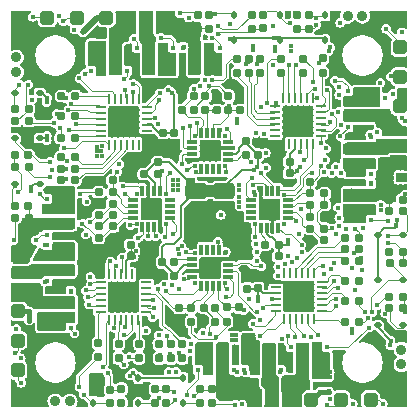
<source format=gbr>
G04 #@! TF.GenerationSoftware,KiCad,Pcbnew,8.0.0-8.0.0-1~ubuntu22.04.1*
G04 #@! TF.CreationDate,2024-03-02T20:13:00+07:00*
G04 #@! TF.ProjectId,FC_ESC_STM32F405RG_26x26,46435f45-5343-45f5-9354-4d3332463430,rev?*
G04 #@! TF.SameCoordinates,Original*
G04 #@! TF.FileFunction,Copper,L8,Bot*
G04 #@! TF.FilePolarity,Positive*
%FSLAX46Y46*%
G04 Gerber Fmt 4.6, Leading zero omitted, Abs format (unit mm)*
G04 Created by KiCad (PCBNEW 8.0.0-8.0.0-1~ubuntu22.04.1) date 2024-03-02 20:13:00*
%MOMM*%
%LPD*%
G01*
G04 APERTURE LIST*
G04 Aperture macros list*
%AMRoundRect*
0 Rectangle with rounded corners*
0 $1 Rounding radius*
0 $2 $3 $4 $5 $6 $7 $8 $9 X,Y pos of 4 corners*
0 Add a 4 corners polygon primitive as box body*
4,1,4,$2,$3,$4,$5,$6,$7,$8,$9,$2,$3,0*
0 Add four circle primitives for the rounded corners*
1,1,$1+$1,$2,$3*
1,1,$1+$1,$4,$5*
1,1,$1+$1,$6,$7*
1,1,$1+$1,$8,$9*
0 Add four rect primitives between the rounded corners*
20,1,$1+$1,$2,$3,$4,$5,0*
20,1,$1+$1,$4,$5,$6,$7,0*
20,1,$1+$1,$6,$7,$8,$9,0*
20,1,$1+$1,$8,$9,$2,$3,0*%
G04 Aperture macros list end*
G04 #@! TA.AperFunction,ComponentPad*
%ADD10C,0.900000*%
G04 #@! TD*
G04 #@! TA.AperFunction,SMDPad,CuDef*
%ADD11RoundRect,0.155000X-0.155000X0.212500X-0.155000X-0.212500X0.155000X-0.212500X0.155000X0.212500X0*%
G04 #@! TD*
G04 #@! TA.AperFunction,SMDPad,CuDef*
%ADD12R,0.300000X0.300000*%
G04 #@! TD*
G04 #@! TA.AperFunction,SMDPad,CuDef*
%ADD13R,0.300000X0.900000*%
G04 #@! TD*
G04 #@! TA.AperFunction,SMDPad,CuDef*
%ADD14R,0.900000X0.300000*%
G04 #@! TD*
G04 #@! TA.AperFunction,SMDPad,CuDef*
%ADD15R,1.800000X1.800000*%
G04 #@! TD*
G04 #@! TA.AperFunction,SMDPad,CuDef*
%ADD16RoundRect,0.160000X-0.160000X0.197500X-0.160000X-0.197500X0.160000X-0.197500X0.160000X0.197500X0*%
G04 #@! TD*
G04 #@! TA.AperFunction,SMDPad,CuDef*
%ADD17RoundRect,0.112500X0.187500X0.112500X-0.187500X0.112500X-0.187500X-0.112500X0.187500X-0.112500X0*%
G04 #@! TD*
G04 #@! TA.AperFunction,SMDPad,CuDef*
%ADD18RoundRect,0.300000X-0.300000X0.300000X-0.300000X-0.300000X0.300000X-0.300000X0.300000X0.300000X0*%
G04 #@! TD*
G04 #@! TA.AperFunction,SMDPad,CuDef*
%ADD19RoundRect,0.160000X0.197500X0.160000X-0.197500X0.160000X-0.197500X-0.160000X0.197500X-0.160000X0*%
G04 #@! TD*
G04 #@! TA.AperFunction,SMDPad,CuDef*
%ADD20RoundRect,0.112500X-0.187500X-0.112500X0.187500X-0.112500X0.187500X0.112500X-0.187500X0.112500X0*%
G04 #@! TD*
G04 #@! TA.AperFunction,SMDPad,CuDef*
%ADD21R,0.450000X0.450000*%
G04 #@! TD*
G04 #@! TA.AperFunction,SMDPad,CuDef*
%ADD22R,2.760000X0.900000*%
G04 #@! TD*
G04 #@! TA.AperFunction,SMDPad,CuDef*
%ADD23R,2.760000X0.970000*%
G04 #@! TD*
G04 #@! TA.AperFunction,SMDPad,CuDef*
%ADD24RoundRect,0.112500X0.112500X-0.187500X0.112500X0.187500X-0.112500X0.187500X-0.112500X-0.187500X0*%
G04 #@! TD*
G04 #@! TA.AperFunction,SMDPad,CuDef*
%ADD25RoundRect,0.155000X0.212500X0.155000X-0.212500X0.155000X-0.212500X-0.155000X0.212500X-0.155000X0*%
G04 #@! TD*
G04 #@! TA.AperFunction,SMDPad,CuDef*
%ADD26R,0.900000X2.760000*%
G04 #@! TD*
G04 #@! TA.AperFunction,SMDPad,CuDef*
%ADD27R,0.970000X2.760000*%
G04 #@! TD*
G04 #@! TA.AperFunction,ComponentPad*
%ADD28RoundRect,0.225000X-0.475000X0.225000X-0.475000X-0.225000X0.475000X-0.225000X0.475000X0.225000X0*%
G04 #@! TD*
G04 #@! TA.AperFunction,ComponentPad*
%ADD29O,1.400000X0.900000*%
G04 #@! TD*
G04 #@! TA.AperFunction,SMDPad,CuDef*
%ADD30RoundRect,0.160000X-0.197500X-0.160000X0.197500X-0.160000X0.197500X0.160000X-0.197500X0.160000X0*%
G04 #@! TD*
G04 #@! TA.AperFunction,SMDPad,CuDef*
%ADD31RoundRect,0.155000X-0.212500X-0.155000X0.212500X-0.155000X0.212500X0.155000X-0.212500X0.155000X0*%
G04 #@! TD*
G04 #@! TA.AperFunction,SMDPad,CuDef*
%ADD32RoundRect,0.155000X0.155000X-0.212500X0.155000X0.212500X-0.155000X0.212500X-0.155000X-0.212500X0*%
G04 #@! TD*
G04 #@! TA.AperFunction,SMDPad,CuDef*
%ADD33RoundRect,0.112500X-0.112500X0.187500X-0.112500X-0.187500X0.112500X-0.187500X0.112500X0.187500X0*%
G04 #@! TD*
G04 #@! TA.AperFunction,SMDPad,CuDef*
%ADD34RoundRect,0.160000X0.160000X-0.197500X0.160000X0.197500X-0.160000X0.197500X-0.160000X-0.197500X0*%
G04 #@! TD*
G04 #@! TA.AperFunction,ComponentPad*
%ADD35RoundRect,0.225000X0.475000X-0.225000X0.475000X0.225000X-0.475000X0.225000X-0.475000X-0.225000X0*%
G04 #@! TD*
G04 #@! TA.AperFunction,SMDPad,CuDef*
%ADD36RoundRect,0.300000X-0.300000X-0.300000X0.300000X-0.300000X0.300000X0.300000X-0.300000X0.300000X0*%
G04 #@! TD*
G04 #@! TA.AperFunction,SMDPad,CuDef*
%ADD37RoundRect,0.062500X0.062500X-0.375000X0.062500X0.375000X-0.062500X0.375000X-0.062500X-0.375000X0*%
G04 #@! TD*
G04 #@! TA.AperFunction,SMDPad,CuDef*
%ADD38RoundRect,0.062500X0.375000X-0.062500X0.375000X0.062500X-0.375000X0.062500X-0.375000X-0.062500X0*%
G04 #@! TD*
G04 #@! TA.AperFunction,SMDPad,CuDef*
%ADD39R,2.150000X2.150000*%
G04 #@! TD*
G04 #@! TA.AperFunction,SMDPad,CuDef*
%ADD40RoundRect,0.062500X0.375000X0.062500X-0.375000X0.062500X-0.375000X-0.062500X0.375000X-0.062500X0*%
G04 #@! TD*
G04 #@! TA.AperFunction,SMDPad,CuDef*
%ADD41RoundRect,0.062500X0.062500X0.375000X-0.062500X0.375000X-0.062500X-0.375000X0.062500X-0.375000X0*%
G04 #@! TD*
G04 #@! TA.AperFunction,SMDPad,CuDef*
%ADD42RoundRect,0.062500X-0.062500X0.375000X-0.062500X-0.375000X0.062500X-0.375000X0.062500X0.375000X0*%
G04 #@! TD*
G04 #@! TA.AperFunction,SMDPad,CuDef*
%ADD43RoundRect,0.062500X-0.375000X0.062500X-0.375000X-0.062500X0.375000X-0.062500X0.375000X0.062500X0*%
G04 #@! TD*
G04 #@! TA.AperFunction,ComponentPad*
%ADD44RoundRect,0.225000X0.225000X0.475000X-0.225000X0.475000X-0.225000X-0.475000X0.225000X-0.475000X0*%
G04 #@! TD*
G04 #@! TA.AperFunction,ComponentPad*
%ADD45O,0.900000X1.400000*%
G04 #@! TD*
G04 #@! TA.AperFunction,ComponentPad*
%ADD46RoundRect,0.225000X-0.225000X-0.475000X0.225000X-0.475000X0.225000X0.475000X-0.225000X0.475000X0*%
G04 #@! TD*
G04 #@! TA.AperFunction,SMDPad,CuDef*
%ADD47RoundRect,0.300000X0.300000X0.300000X-0.300000X0.300000X-0.300000X-0.300000X0.300000X-0.300000X0*%
G04 #@! TD*
G04 #@! TA.AperFunction,SMDPad,CuDef*
%ADD48RoundRect,0.062500X-0.375000X-0.062500X0.375000X-0.062500X0.375000X0.062500X-0.375000X0.062500X0*%
G04 #@! TD*
G04 #@! TA.AperFunction,SMDPad,CuDef*
%ADD49RoundRect,0.062500X-0.062500X-0.375000X0.062500X-0.375000X0.062500X0.375000X-0.062500X0.375000X0*%
G04 #@! TD*
G04 #@! TA.AperFunction,SMDPad,CuDef*
%ADD50RoundRect,0.300000X0.300000X-0.300000X0.300000X0.300000X-0.300000X0.300000X-0.300000X-0.300000X0*%
G04 #@! TD*
G04 #@! TA.AperFunction,SMDPad,CuDef*
%ADD51RoundRect,0.250000X-0.650000X0.412500X-0.650000X-0.412500X0.650000X-0.412500X0.650000X0.412500X0*%
G04 #@! TD*
G04 #@! TA.AperFunction,ViaPad*
%ADD52C,0.400000*%
G04 #@! TD*
G04 #@! TA.AperFunction,Conductor*
%ADD53C,0.200000*%
G04 #@! TD*
G04 #@! TA.AperFunction,Conductor*
%ADD54C,1.000000*%
G04 #@! TD*
G04 #@! TA.AperFunction,Conductor*
%ADD55C,0.100000*%
G04 #@! TD*
G04 #@! TA.AperFunction,Conductor*
%ADD56C,0.400000*%
G04 #@! TD*
G04 #@! TA.AperFunction,Conductor*
%ADD57C,0.500000*%
G04 #@! TD*
G04 APERTURE END LIST*
D10*
X203700500Y-96457500D03*
X202450500Y-96457500D03*
X201200500Y-96457500D03*
X231755700Y-92088900D03*
X231755700Y-93338900D03*
X231755700Y-94588900D03*
X199150500Y-68582500D03*
X199150500Y-67332500D03*
X199150500Y-66082500D03*
X227220500Y-63832500D03*
X228470500Y-63832500D03*
X229720500Y-63832500D03*
D11*
X212527900Y-73702500D03*
X212527900Y-74837500D03*
X207117700Y-95475000D03*
X207117700Y-96610000D03*
D12*
X221850500Y-81457500D03*
D13*
X221350500Y-81757500D03*
X220850500Y-81757500D03*
X220350500Y-81757500D03*
X219850500Y-81757500D03*
D12*
X219350500Y-81457500D03*
D14*
X219050500Y-80957500D03*
X219050500Y-80457500D03*
X219050500Y-79957500D03*
X219050500Y-79457500D03*
D12*
X219350500Y-78957500D03*
D13*
X219850500Y-78657500D03*
X220350500Y-78657500D03*
X220850500Y-78657500D03*
X221350500Y-78657500D03*
D12*
X221850500Y-78957500D03*
D14*
X222150500Y-79457500D03*
X222150500Y-79957500D03*
X222150500Y-80457500D03*
X222150500Y-80957500D03*
D15*
X220600500Y-80207500D03*
D16*
X206076300Y-91547600D03*
X206076300Y-92742600D03*
D17*
X231891300Y-90036900D03*
X229791300Y-90036900D03*
D18*
X224154100Y-96336100D03*
X226654100Y-96336100D03*
X229154100Y-96336100D03*
X231654100Y-96336100D03*
D16*
X211257900Y-91623800D03*
X211257900Y-92818800D03*
X218100500Y-70637500D03*
X218100500Y-71832500D03*
X216150500Y-70612500D03*
X216150500Y-71807500D03*
D19*
X204145900Y-72333100D03*
X202950900Y-72333100D03*
D20*
X199031900Y-74187300D03*
X201131900Y-74187300D03*
D21*
X203774700Y-90222900D03*
X203124700Y-90222900D03*
D22*
X202799700Y-89346900D03*
D21*
X202474700Y-90222900D03*
X201824700Y-90222900D03*
D23*
X202799700Y-88131900D03*
D21*
X203124700Y-87150900D03*
X202474700Y-87150900D03*
X201824700Y-87150900D03*
X203774700Y-87150900D03*
D24*
X213289900Y-96573300D03*
X213289900Y-94473300D03*
D25*
X222306900Y-76157500D03*
X221171900Y-76157500D03*
D21*
X212459900Y-66506700D03*
X212459900Y-67156700D03*
D26*
X211583900Y-67481700D03*
D21*
X212459900Y-67806700D03*
X212459900Y-68456700D03*
D27*
X210368900Y-67481700D03*
D21*
X209387900Y-67156700D03*
X209387900Y-67806700D03*
X209387900Y-68456700D03*
X209387900Y-66506700D03*
D28*
X199525500Y-84382500D03*
D29*
X199525500Y-85632500D03*
X199525500Y-86882500D03*
D19*
X200237500Y-76600000D03*
X199042500Y-76600000D03*
D20*
X199050500Y-78048100D03*
X201150500Y-78048100D03*
D11*
X210902300Y-95455000D03*
X210902300Y-96590000D03*
D19*
X207325500Y-82657500D03*
X206130500Y-82657500D03*
X204171300Y-70605900D03*
X202976300Y-70605900D03*
D21*
X218463300Y-93831300D03*
X218463300Y-93181300D03*
D26*
X219339300Y-92856300D03*
D21*
X218463300Y-92531300D03*
X218463300Y-91881300D03*
D27*
X220554300Y-92856300D03*
D21*
X221535300Y-93181300D03*
X221535300Y-92531300D03*
X221535300Y-91881300D03*
X221535300Y-93831300D03*
D25*
X200195000Y-71748900D03*
X199060000Y-71748900D03*
X231887500Y-88589100D03*
X230752500Y-88589100D03*
D30*
X227017650Y-89732100D03*
X228212650Y-89732100D03*
D31*
X230756400Y-80384900D03*
X231891400Y-80384900D03*
D17*
X231891300Y-82340700D03*
X229791300Y-82340700D03*
D19*
X231897500Y-79394300D03*
X230702500Y-79394300D03*
D30*
X224055400Y-79832700D03*
X225250400Y-79832700D03*
D20*
X199048700Y-70326500D03*
X201148700Y-70326500D03*
D25*
X200193000Y-79932500D03*
X199058000Y-79932500D03*
D19*
X200237500Y-72739500D03*
X199042500Y-72739500D03*
D24*
X209479900Y-96607500D03*
X209479900Y-94507500D03*
D25*
X221375800Y-84182500D03*
X220240800Y-84182500D03*
D16*
X207828900Y-91598400D03*
X207828900Y-92793400D03*
D25*
X211130900Y-76193900D03*
X209995900Y-76193900D03*
D19*
X204145900Y-74161900D03*
X202950900Y-74161900D03*
D32*
X219650500Y-86907500D03*
X219650500Y-85772500D03*
D11*
X211527500Y-84668800D03*
X211527500Y-85803800D03*
D30*
X226967200Y-87982500D03*
X228162200Y-87982500D03*
D21*
X201764100Y-79294100D03*
X202414100Y-79294100D03*
D22*
X202739100Y-80170100D03*
D21*
X203064100Y-79294100D03*
X203714100Y-79294100D03*
D23*
X202739100Y-81385100D03*
D21*
X202414100Y-82366100D03*
X203064100Y-82366100D03*
X203714100Y-82366100D03*
X201764100Y-82366100D03*
X214547900Y-93805900D03*
X214547900Y-93155900D03*
D26*
X215423900Y-92830900D03*
D21*
X214547900Y-92505900D03*
X214547900Y-91855900D03*
D27*
X216638900Y-92830900D03*
D21*
X217619900Y-93155900D03*
X217619900Y-92505900D03*
X217619900Y-91855900D03*
X217619900Y-93805900D03*
D33*
X217633300Y-63773300D03*
X217633300Y-65873300D03*
D16*
X214570000Y-63762500D03*
X214570000Y-64957500D03*
D19*
X204133400Y-76762500D03*
X202938400Y-76762500D03*
D30*
X224037900Y-82807700D03*
X225232900Y-82807700D03*
X206128000Y-77757500D03*
X207323000Y-77757500D03*
D32*
X218700500Y-86915000D03*
X218700500Y-85780000D03*
D25*
X231897500Y-84750000D03*
X230762500Y-84750000D03*
D16*
X212232900Y-91623800D03*
X212232900Y-92818800D03*
D32*
X219614500Y-75618400D03*
X219614500Y-74483400D03*
D11*
X214750000Y-95452500D03*
X214750000Y-96587500D03*
D16*
X209556100Y-91598400D03*
X209556100Y-92793400D03*
D21*
X229190300Y-81096100D03*
X228540300Y-81096100D03*
D22*
X228215300Y-80220100D03*
D21*
X227890300Y-81096100D03*
X227240300Y-81096100D03*
D23*
X228215300Y-79005100D03*
D21*
X228540300Y-78024100D03*
X227890300Y-78024100D03*
X227240300Y-78024100D03*
X229190300Y-78024100D03*
D30*
X206128000Y-79732500D03*
X207323000Y-79732500D03*
D19*
X207325500Y-78757500D03*
X206130500Y-78757500D03*
D30*
X206125500Y-80682500D03*
X207320500Y-80682500D03*
D16*
X213975500Y-88532500D03*
X213975500Y-89727500D03*
D19*
X204145900Y-75787500D03*
X202950900Y-75787500D03*
D33*
X225329500Y-63782500D03*
X225329500Y-65882500D03*
D34*
X218025500Y-89705000D03*
X218025500Y-88510000D03*
D19*
X221405800Y-83204300D03*
X220210800Y-83204300D03*
D17*
X231908100Y-86176100D03*
X229808100Y-86176100D03*
D21*
X229179900Y-77188545D03*
X228529900Y-77188545D03*
D22*
X228204900Y-76312545D03*
D21*
X227879900Y-77188545D03*
X227229900Y-77188545D03*
D23*
X228204900Y-75097545D03*
D21*
X228529900Y-74116545D03*
X227879900Y-74116545D03*
X227229900Y-74116545D03*
X229179900Y-74116545D03*
D19*
X204133400Y-77727700D03*
X202938400Y-77727700D03*
D34*
X212975500Y-89727500D03*
X212975500Y-88532500D03*
D35*
X231450900Y-76046900D03*
D29*
X231450900Y-74796900D03*
X231450900Y-73546900D03*
D12*
X209340000Y-78930000D03*
D13*
X209840000Y-78630000D03*
X210340000Y-78630000D03*
X210840000Y-78630000D03*
X211340000Y-78630000D03*
D12*
X211840000Y-78930000D03*
D14*
X212140000Y-79430000D03*
X212140000Y-79930000D03*
X212140000Y-80430000D03*
X212140000Y-80930000D03*
D12*
X211840000Y-81430000D03*
D13*
X211340000Y-81730000D03*
X210840000Y-81730000D03*
X210340000Y-81730000D03*
X209840000Y-81730000D03*
D12*
X209340000Y-81430000D03*
D14*
X209040000Y-80930000D03*
X209040000Y-80430000D03*
X209040000Y-79930000D03*
X209040000Y-79430000D03*
D15*
X210590000Y-80180000D03*
D30*
X230712500Y-83788500D03*
X231907500Y-83788500D03*
D34*
X215025500Y-89730000D03*
X215025500Y-88535000D03*
D36*
X231650500Y-71485700D03*
X231650500Y-68985700D03*
X231650500Y-66485700D03*
X231650500Y-63985700D03*
D30*
X226967200Y-86303100D03*
X228162200Y-86303100D03*
X226979300Y-83600900D03*
X228174300Y-83600900D03*
D21*
X216367345Y-66506700D03*
X216367345Y-67156700D03*
D26*
X215491345Y-67481700D03*
D21*
X216367345Y-67806700D03*
X216367345Y-68456700D03*
D27*
X214276345Y-67481700D03*
D21*
X213295345Y-67156700D03*
X213295345Y-67806700D03*
X213295345Y-68456700D03*
X213295345Y-66506700D03*
D37*
X224250000Y-74687500D03*
X223750000Y-74687500D03*
X223250000Y-74687500D03*
X222750000Y-74687500D03*
X222250000Y-74687500D03*
X221750000Y-74687500D03*
D38*
X221062500Y-74000000D03*
X221062500Y-73500000D03*
X221062500Y-73000000D03*
X221062500Y-72500000D03*
X221062500Y-72000000D03*
X221062500Y-71500000D03*
D37*
X221750000Y-70812500D03*
X222250000Y-70812500D03*
X222750000Y-70812500D03*
X223250000Y-70812500D03*
X223750000Y-70812500D03*
X224250000Y-70812500D03*
D38*
X224937500Y-71500000D03*
X224937500Y-72000000D03*
X224937500Y-72500000D03*
X224937500Y-73000000D03*
X224937500Y-73500000D03*
X224937500Y-74000000D03*
D39*
X223000000Y-72750000D03*
D19*
X225230400Y-80848700D03*
X224035400Y-80848700D03*
D40*
X210197500Y-71540000D03*
X210197500Y-72040000D03*
X210197500Y-72540000D03*
X210197500Y-73040000D03*
X210197500Y-73540000D03*
X210197500Y-74040000D03*
D41*
X209510000Y-74727500D03*
X209010000Y-74727500D03*
X208510000Y-74727500D03*
X208010000Y-74727500D03*
X207510000Y-74727500D03*
X207010000Y-74727500D03*
D40*
X206322500Y-74040000D03*
X206322500Y-73540000D03*
X206322500Y-73040000D03*
X206322500Y-72540000D03*
X206322500Y-72040000D03*
X206322500Y-71540000D03*
D41*
X207010000Y-70852500D03*
X207510000Y-70852500D03*
X208010000Y-70852500D03*
X208510000Y-70852500D03*
X209010000Y-70852500D03*
X209510000Y-70852500D03*
D39*
X208260000Y-72790000D03*
D42*
X206990000Y-85702500D03*
X207490000Y-85702500D03*
X207990000Y-85702500D03*
X208490000Y-85702500D03*
X208990000Y-85702500D03*
X209490000Y-85702500D03*
D43*
X210177500Y-86390000D03*
X210177500Y-86890000D03*
X210177500Y-87390000D03*
X210177500Y-87890000D03*
X210177500Y-88390000D03*
X210177500Y-88890000D03*
D42*
X209490000Y-89577500D03*
X208990000Y-89577500D03*
X208490000Y-89577500D03*
X207990000Y-89577500D03*
X207490000Y-89577500D03*
X206990000Y-89577500D03*
D43*
X206302500Y-88890000D03*
X206302500Y-88390000D03*
X206302500Y-87890000D03*
X206302500Y-87390000D03*
X206302500Y-86890000D03*
X206302500Y-86390000D03*
D39*
X208240000Y-87640000D03*
D24*
X205669900Y-96573300D03*
X205669900Y-94473300D03*
D19*
X225247900Y-77857700D03*
X224052900Y-77857700D03*
D21*
X205458500Y-68456700D03*
X205458500Y-67806700D03*
D26*
X206334500Y-67481700D03*
D21*
X205458500Y-67156700D03*
X205458500Y-66506700D03*
D27*
X207549500Y-67481700D03*
D21*
X208530500Y-67806700D03*
X208530500Y-67156700D03*
X208530500Y-66506700D03*
X208530500Y-68456700D03*
D34*
X211867500Y-96607500D03*
X211867500Y-95412500D03*
D30*
X230702500Y-87620000D03*
X231897500Y-87620000D03*
D16*
X217025500Y-88510000D03*
X217025500Y-89705000D03*
D21*
X225481900Y-91871500D03*
X225481900Y-92521500D03*
D26*
X224605900Y-92846500D03*
D21*
X225481900Y-93171500D03*
X225481900Y-93821500D03*
D27*
X223390900Y-92846500D03*
D21*
X222409900Y-92521500D03*
X222409900Y-93171500D03*
X222409900Y-93821500D03*
X222409900Y-91871500D03*
D34*
X219817700Y-68662500D03*
X219817700Y-67467500D03*
D25*
X222306900Y-77157500D03*
X221171900Y-77157500D03*
D34*
X215175500Y-71810000D03*
X215175500Y-70615000D03*
D16*
X222930000Y-63762500D03*
X222930000Y-64957500D03*
X213207900Y-91598800D03*
X213207900Y-92793800D03*
D44*
X211400500Y-64232500D03*
D45*
X210150500Y-64232500D03*
X208900500Y-64232500D03*
D30*
X226974400Y-82614700D03*
X228169400Y-82614700D03*
D32*
X223907100Y-64897500D03*
X223907100Y-63762500D03*
D21*
X227250100Y-70187500D03*
X227900100Y-70187500D03*
D22*
X228225100Y-71063500D03*
D21*
X228550100Y-70187500D03*
X229200100Y-70187500D03*
D23*
X228225100Y-72278500D03*
D21*
X227900100Y-73259500D03*
X228550100Y-73259500D03*
X229200100Y-73259500D03*
X227250100Y-73259500D03*
D30*
X199045500Y-80907500D03*
X200240500Y-80907500D03*
D31*
X208865500Y-84182500D03*
X210000500Y-84182500D03*
D16*
X218623900Y-74428000D03*
X218623900Y-75623000D03*
D32*
X215500000Y-64907500D03*
X215500000Y-63772500D03*
D46*
X219575500Y-96082500D03*
D45*
X220825500Y-96082500D03*
X222075500Y-96082500D03*
D47*
X199300500Y-88826900D03*
X199300500Y-91326900D03*
X199300500Y-93826900D03*
X199300500Y-96326900D03*
D48*
X221142500Y-88817500D03*
X221142500Y-88317500D03*
X221142500Y-87817500D03*
X221142500Y-87317500D03*
X221142500Y-86817500D03*
X221142500Y-86317500D03*
D49*
X221830000Y-85630000D03*
X222330000Y-85630000D03*
X222830000Y-85630000D03*
X223330000Y-85630000D03*
X223830000Y-85630000D03*
X224330000Y-85630000D03*
D48*
X225017500Y-86317500D03*
X225017500Y-86817500D03*
X225017500Y-87317500D03*
X225017500Y-87817500D03*
X225017500Y-88317500D03*
X225017500Y-88817500D03*
D49*
X224330000Y-89505000D03*
X223830000Y-89505000D03*
X223330000Y-89505000D03*
X222830000Y-89505000D03*
X222330000Y-89505000D03*
X221830000Y-89505000D03*
D39*
X223080000Y-87567500D03*
D30*
X224052500Y-78857700D03*
X225247500Y-78857700D03*
D34*
X217125500Y-71807500D03*
X217125500Y-70612500D03*
X208057500Y-96617500D03*
X208057500Y-95422500D03*
D31*
X199052500Y-75640000D03*
X200187500Y-75640000D03*
D50*
X206780000Y-64010000D03*
X204280000Y-64010000D03*
X201780000Y-64010000D03*
X199280000Y-64010000D03*
D12*
X216825500Y-74007500D03*
D14*
X217125500Y-74507500D03*
X217125500Y-75007500D03*
X217125500Y-75507500D03*
X217125500Y-76007500D03*
D12*
X216825500Y-76507500D03*
D13*
X216325500Y-76807500D03*
X215825500Y-76807500D03*
X215325500Y-76807500D03*
X214825500Y-76807500D03*
D12*
X214325500Y-76507500D03*
D14*
X214025500Y-76007500D03*
X214025500Y-75507500D03*
X214025500Y-75007500D03*
X214025500Y-74507500D03*
D12*
X214325500Y-74007500D03*
D13*
X214825500Y-73707500D03*
X215325500Y-73707500D03*
X215825500Y-73707500D03*
X216325500Y-73707500D03*
D15*
X215575500Y-75257500D03*
D34*
X223449900Y-68638000D03*
X223449900Y-67443000D03*
D12*
X214310000Y-86430000D03*
D14*
X214010000Y-85930000D03*
X214010000Y-85430000D03*
X214010000Y-84930000D03*
X214010000Y-84430000D03*
D12*
X214310000Y-83930000D03*
D13*
X214810000Y-83630000D03*
X215310000Y-83630000D03*
X215810000Y-83630000D03*
X216310000Y-83630000D03*
D12*
X216810000Y-83930000D03*
D14*
X217110000Y-84430000D03*
X217110000Y-84930000D03*
X217110000Y-85430000D03*
X217110000Y-85930000D03*
D12*
X216810000Y-86430000D03*
D13*
X216310000Y-86730000D03*
X215810000Y-86730000D03*
X215310000Y-86730000D03*
X214810000Y-86730000D03*
D15*
X215560000Y-85180000D03*
D34*
X225096545Y-68624700D03*
X225096545Y-67429700D03*
D51*
X214387900Y-78645000D03*
X214387900Y-81770000D03*
D34*
X221570300Y-68637500D03*
X221570300Y-67442500D03*
D30*
X209974600Y-77209900D03*
X211169600Y-77209900D03*
D34*
X218852500Y-68662500D03*
X218852500Y-67467500D03*
X216025500Y-89727500D03*
X216025500Y-88532500D03*
D33*
X221494100Y-63782500D03*
X221494100Y-65882500D03*
D16*
X214175500Y-70610000D03*
X214175500Y-71805000D03*
D32*
X220071700Y-64892500D03*
X220071700Y-63757500D03*
D11*
X211575500Y-73707500D03*
X211575500Y-74842500D03*
D34*
X212502500Y-85821700D03*
X212502500Y-84626700D03*
D30*
X224032900Y-81832700D03*
X225227900Y-81832700D03*
D34*
X215728300Y-96607500D03*
X215728300Y-95412500D03*
D21*
X201783700Y-83229700D03*
X202433700Y-83229700D03*
D22*
X202758700Y-84105700D03*
D21*
X203083700Y-83229700D03*
X203733700Y-83229700D03*
D23*
X202758700Y-85320700D03*
D21*
X202433700Y-86301700D03*
X203083700Y-86301700D03*
X203733700Y-86301700D03*
X201783700Y-86301700D03*
D16*
X213150500Y-70610000D03*
X213150500Y-71805000D03*
D30*
X226979300Y-84575900D03*
X228174300Y-84575900D03*
D19*
X207320500Y-81657500D03*
X206125500Y-81657500D03*
D34*
X217861500Y-68644100D03*
X217861500Y-67449100D03*
D31*
X208865500Y-83207500D03*
X210000500Y-83207500D03*
D16*
X219096700Y-63762500D03*
X219096700Y-64957500D03*
D51*
X216775500Y-78645000D03*
X216775500Y-81770000D03*
D52*
X229749100Y-70453500D03*
X215680500Y-67412500D03*
X201326500Y-83966300D03*
X206370000Y-66530000D03*
X214900000Y-92180000D03*
X229749100Y-70047100D03*
X201199500Y-89122500D03*
X211359500Y-66897500D03*
X206350000Y-66920000D03*
X215274100Y-67412500D03*
X201199500Y-89503500D03*
X201580500Y-89503500D03*
X205960000Y-66520000D03*
X219208100Y-90875100D03*
X203250000Y-78850000D03*
X225290000Y-93980000D03*
X205980000Y-74890000D03*
X225680000Y-94410000D03*
X219233500Y-91256100D03*
X201580500Y-89884500D03*
X206370000Y-75280000D03*
X205980000Y-75280000D03*
X228640000Y-76460000D03*
X215677500Y-91713300D03*
X229342700Y-70453500D03*
X215271100Y-67811900D03*
X228265400Y-76081000D03*
X228250500Y-80410300D03*
X215677500Y-67811900D03*
X218446100Y-90875100D03*
X227844100Y-80410300D03*
X218446100Y-91256100D03*
X227844100Y-80003900D03*
X200945500Y-84347300D03*
X201840000Y-78520000D03*
X203180000Y-79240000D03*
X201707500Y-84347300D03*
X218827100Y-90875100D03*
X211359500Y-67303900D03*
X201326500Y-84347300D03*
X228250000Y-76450000D03*
X211765900Y-67303900D03*
X211374100Y-66522500D03*
X229342700Y-70047100D03*
X203200000Y-79640000D03*
X228250500Y-80003900D03*
X205560000Y-66870000D03*
X206390000Y-75680000D03*
X203490000Y-78580000D03*
X211765900Y-66897500D03*
X201199500Y-89884500D03*
X211780500Y-66522500D03*
X215271100Y-91713300D03*
X206360000Y-66150000D03*
X215680000Y-67040000D03*
X205970000Y-66910000D03*
X201580500Y-89122500D03*
X225700000Y-93990000D03*
X205560000Y-66140000D03*
X215271100Y-92119700D03*
X229342700Y-70859900D03*
X206380000Y-67310000D03*
X214920000Y-91812500D03*
X206380000Y-74880000D03*
X228640000Y-76091000D03*
X229040000Y-76091000D03*
X205950000Y-66140000D03*
X201707500Y-83940900D03*
X205560000Y-66500000D03*
X229749100Y-70859900D03*
X205990000Y-75680000D03*
X205970000Y-67310000D03*
X225270000Y-94380000D03*
X203890000Y-78490000D03*
X218827100Y-91256100D03*
X205110500Y-79552500D03*
X207860500Y-76392500D03*
X211200500Y-72972500D03*
X205040000Y-82340000D03*
X219570500Y-76632500D03*
X213730500Y-77722500D03*
X214090500Y-78122500D03*
X213730500Y-78522500D03*
X222200500Y-82772500D03*
X214100500Y-78522500D03*
X214090500Y-77722500D03*
X213730500Y-78122500D03*
X222190500Y-83172500D03*
X219310500Y-76872500D03*
X224638692Y-70810000D03*
X228540500Y-78932500D03*
X228250000Y-78660000D03*
X228160000Y-79010000D03*
X230640500Y-82442500D03*
X225500000Y-70130000D03*
X212850500Y-78132500D03*
X217800500Y-90862500D03*
X227620500Y-90652500D03*
X219180500Y-66382500D03*
X217850500Y-72932500D03*
X218050500Y-78132500D03*
X222410500Y-66402500D03*
X230000500Y-79832500D03*
X212400500Y-77732500D03*
X217850500Y-72532500D03*
X225750000Y-66490000D03*
X227580500Y-90302500D03*
X218050500Y-79982500D03*
X221100000Y-66840000D03*
X217800500Y-91262500D03*
X213750500Y-63982500D03*
X212850500Y-77732500D03*
X212400500Y-78532500D03*
X218050500Y-78542500D03*
X217400500Y-90862500D03*
X218050500Y-79202500D03*
X230000500Y-80232500D03*
X217430500Y-91262500D03*
X225600000Y-66820000D03*
X222440500Y-66832500D03*
X212400500Y-78132500D03*
X221100500Y-66482500D03*
X218050500Y-79592500D03*
X219190500Y-66732500D03*
X212850500Y-78532500D03*
X229180000Y-75390000D03*
X228420000Y-75400000D03*
X228796934Y-75366062D03*
X230629200Y-83049501D03*
X222842619Y-67990856D03*
X224467556Y-70032925D03*
X229287385Y-88915222D03*
X221183613Y-71228771D03*
X228220000Y-72230000D03*
X228660000Y-72170000D03*
X229030000Y-72180000D03*
X232030000Y-88860000D03*
X230344651Y-70759214D03*
X222240000Y-67950000D03*
X230390000Y-89030000D03*
X231820000Y-65200000D03*
X219430000Y-83150000D03*
X218280000Y-96720000D03*
X200230000Y-89240000D03*
X231354025Y-81098363D03*
X206350500Y-95872500D03*
X230820000Y-91700000D03*
X224910000Y-95650000D03*
X223140000Y-76640000D03*
X208690500Y-84272500D03*
X200420500Y-78692500D03*
X208790000Y-94280000D03*
X205950500Y-95052500D03*
X219600000Y-87600000D03*
X204810500Y-65182500D03*
X212040500Y-70072500D03*
X200410500Y-78292500D03*
X219600000Y-87960000D03*
X201760500Y-70762500D03*
X208900500Y-83902500D03*
X231350000Y-81510000D03*
X201755417Y-73959186D03*
X200220000Y-88840000D03*
X206370500Y-95462500D03*
X230860000Y-91330000D03*
X205390000Y-64620000D03*
X221300500Y-65682500D03*
X209070000Y-94030000D03*
X205540500Y-95052500D03*
X200230000Y-89620000D03*
X201750500Y-74342500D03*
X212320500Y-70322500D03*
X209270500Y-83722500D03*
X217240500Y-65792500D03*
X222930000Y-76930000D03*
X205560500Y-95862500D03*
X232030000Y-70970000D03*
X220950500Y-65682500D03*
X217620000Y-65790000D03*
X205110000Y-64910000D03*
X225280000Y-95640000D03*
X205960500Y-95462500D03*
X209110500Y-84262500D03*
X231650000Y-70980000D03*
X205560500Y-95452500D03*
X201720000Y-71160000D03*
X205950500Y-95872500D03*
X225640000Y-95620000D03*
X226240000Y-88413503D03*
X216320000Y-93870000D03*
X214210500Y-95992500D03*
X216690000Y-93940000D03*
X216550000Y-93580000D03*
X213289900Y-96573300D03*
X224734811Y-90858673D03*
X220550000Y-94010000D03*
X226400000Y-86840000D03*
X220860000Y-93960000D03*
X220190000Y-94020000D03*
X212527900Y-95701100D03*
X211230000Y-96180000D03*
X226240000Y-87810000D03*
X223399100Y-94050100D03*
X223043500Y-93948500D03*
X225090000Y-84980000D03*
X206900000Y-94070000D03*
X223690000Y-94380000D03*
X226040000Y-86260000D03*
X204860000Y-95900000D03*
X203866500Y-81604100D03*
X206530000Y-93570000D03*
X203104500Y-81604100D03*
X203485500Y-81604100D03*
X205310000Y-88270000D03*
X199050500Y-78195002D03*
X201326500Y-85337900D03*
X208380000Y-90210000D03*
X201580500Y-85591900D03*
X199280000Y-78760000D03*
X201580500Y-85058500D03*
X207420000Y-90240000D03*
X202040000Y-76170000D03*
X201885300Y-88360500D03*
X200183500Y-69640700D03*
X201885300Y-87801700D03*
X201631300Y-88081100D03*
X210706943Y-89325243D03*
X208302816Y-90865070D03*
X199430000Y-69640000D03*
X214570500Y-66172500D03*
X214030000Y-66320000D03*
X214240000Y-66030000D03*
X203820500Y-71252500D03*
X215950000Y-63630000D03*
X204503944Y-69118460D03*
X204200000Y-73010000D03*
X210267300Y-66719700D03*
X216260000Y-65350000D03*
X210267300Y-67126100D03*
X210267300Y-66313300D03*
X203560500Y-71802500D03*
X222340000Y-64440000D03*
X224570000Y-64590000D03*
X207854300Y-66846700D03*
X203190000Y-75050000D03*
X207854300Y-66440300D03*
X207854300Y-67202300D03*
X224515316Y-63988478D03*
X203590000Y-73507500D03*
X202790500Y-63802500D03*
X225296855Y-76020067D03*
X224149529Y-91005850D03*
X219508651Y-84556716D03*
X219500000Y-83820000D03*
X220290000Y-75420000D03*
X212890000Y-83590000D03*
X231830000Y-72490000D03*
X232050000Y-72760000D03*
X213150000Y-83320000D03*
X212940000Y-83950000D03*
X212070000Y-93970000D03*
X227100059Y-81895200D03*
X212700500Y-93982500D03*
X228515870Y-81786941D03*
X231030000Y-70410000D03*
X226500500Y-81632500D03*
X226210000Y-76610000D03*
X229994371Y-69495139D03*
X204070500Y-64982500D03*
X220320000Y-76670000D03*
X225230000Y-85680000D03*
X225470000Y-96770000D03*
X225820000Y-85290000D03*
X230200000Y-96680000D03*
X227805287Y-87001096D03*
X199167500Y-90327401D03*
X226210000Y-82320000D03*
X199548500Y-92827400D03*
X226091500Y-84732400D03*
X225700000Y-96260000D03*
X227570000Y-85160000D03*
X227653600Y-96666300D03*
X228420000Y-85340000D03*
X199070000Y-92360000D03*
X222180500Y-84162500D03*
X225390000Y-75050000D03*
X219850000Y-71510000D03*
X226650000Y-77170000D03*
X220920000Y-64650000D03*
X230470000Y-64920000D03*
X223300500Y-80172500D03*
X203140500Y-64302500D03*
X220156350Y-83258750D03*
X219400000Y-82540000D03*
X226580500Y-64422500D03*
X212502500Y-84626700D03*
X213570500Y-83852500D03*
X211520500Y-76982500D03*
X212150500Y-77092500D03*
X219010000Y-76200000D03*
X216880500Y-77082500D03*
X216470500Y-80672500D03*
X200540500Y-63912500D03*
X223309074Y-83203926D03*
X224990119Y-76539806D03*
X229710000Y-88320000D03*
X222880500Y-81192500D03*
X225880053Y-81814081D03*
X230620000Y-83660000D03*
X223880000Y-80850000D03*
X225232900Y-82807700D03*
X232040000Y-78950000D03*
X213380000Y-86140000D03*
X223130000Y-82330000D03*
X211140000Y-86940000D03*
X217676114Y-96731841D03*
X211873407Y-87135155D03*
X216080000Y-91030000D03*
X212558800Y-96319200D03*
X215540000Y-90740000D03*
X218410500Y-88752500D03*
X208080000Y-96770000D03*
X219830000Y-89560000D03*
X208176581Y-78263369D03*
X211090000Y-91510000D03*
X210850000Y-88520000D03*
X198940000Y-82840000D03*
X207690000Y-77020000D03*
X206125500Y-81657500D03*
X208374480Y-78880382D03*
X204530000Y-78870000D03*
X211883000Y-90925900D03*
X210723561Y-87907659D03*
X202040000Y-77510000D03*
X205371316Y-81310574D03*
X202337324Y-72881397D03*
X204760500Y-81412500D03*
X217043145Y-73425068D03*
X218890000Y-87780000D03*
X217140000Y-71450000D03*
X213000000Y-63600000D03*
X215460000Y-69780000D03*
X216448604Y-73528685D03*
X215940000Y-71890000D03*
X216270000Y-64720000D03*
X214204300Y-69996300D03*
X222800000Y-63590000D03*
X229720000Y-73680000D03*
X225253300Y-77082900D03*
X221615500Y-91147500D03*
X211206522Y-90866801D03*
X223328116Y-83852728D03*
X210160000Y-90470000D03*
X219106219Y-77530760D03*
X223180000Y-75390000D03*
X224930500Y-74622500D03*
X219250000Y-78730000D03*
X219167868Y-78131608D03*
X223480000Y-76030000D03*
X219883524Y-77161607D03*
X225850500Y-72112500D03*
X225710000Y-72810000D03*
X224200500Y-77152500D03*
X221310000Y-85820000D03*
X212920000Y-86920000D03*
X221881338Y-84808000D03*
X213890000Y-92190000D03*
X222480290Y-84700552D03*
X212338262Y-86616816D03*
X214930000Y-90650000D03*
X222967268Y-84337091D03*
X230850000Y-68960000D03*
X217250000Y-64500000D03*
X216220500Y-82932500D03*
X220800000Y-87810000D03*
X219810061Y-90918196D03*
X216900000Y-83790000D03*
X220050000Y-88530000D03*
X219902717Y-85014462D03*
X219510000Y-88870000D03*
X222765384Y-91037600D03*
X219170000Y-89890000D03*
X216950500Y-87592500D03*
X223550500Y-90932500D03*
X216961674Y-86989101D03*
X212440000Y-82330000D03*
X208069405Y-84275200D03*
X211765900Y-82569300D03*
X205440000Y-86560000D03*
X210970000Y-82470000D03*
X207610000Y-84980000D03*
X205060000Y-87070000D03*
X210330000Y-82480000D03*
X207130000Y-84610000D03*
X209470000Y-82650000D03*
X205236589Y-87670475D03*
X208830500Y-81542500D03*
X214380500Y-77012500D03*
X210911500Y-72441500D03*
X213650500Y-76852500D03*
X209060000Y-69590000D03*
X213200500Y-76382500D03*
X211280000Y-70990000D03*
X209020000Y-70260000D03*
X213280500Y-73312500D03*
X213870000Y-73170000D03*
X211300000Y-70380000D03*
X214440500Y-72892500D03*
X208380000Y-70110000D03*
X230650500Y-81212500D03*
X224770000Y-67820000D03*
X229200313Y-78002858D03*
X219500000Y-67930000D03*
X204500000Y-95220000D03*
X201140000Y-78920000D03*
X200800000Y-82830000D03*
X211330000Y-92520000D03*
X229190000Y-77200000D03*
X224270500Y-69462500D03*
X229120000Y-73880000D03*
X218650000Y-67880000D03*
X208270000Y-93350000D03*
X201600500Y-83256198D03*
X201550000Y-86350000D03*
X212172300Y-92475300D03*
X220360000Y-71180000D03*
X226110000Y-69310000D03*
X215750000Y-69250000D03*
X220900000Y-67950000D03*
X226600500Y-74032500D03*
X208740000Y-92690000D03*
X204100000Y-90720000D03*
X203780000Y-87170000D03*
X212910608Y-92401016D03*
X228900000Y-89440000D03*
X213590500Y-95902500D03*
X228320471Y-84320399D03*
X217870000Y-94010000D03*
X215740500Y-65682500D03*
X203360500Y-70792500D03*
X213347258Y-66489272D03*
X203430500Y-76122500D03*
X218530000Y-94030000D03*
X228685156Y-88876035D03*
X221526356Y-93968263D03*
X227715299Y-83919381D03*
X202596500Y-72129900D03*
X211420500Y-65692500D03*
X209100500Y-65783000D03*
X203370500Y-76762500D03*
X229050000Y-90220000D03*
X228000000Y-86250000D03*
X222173789Y-90918308D03*
X227869500Y-81858100D03*
X204950500Y-68712500D03*
X202870000Y-73280000D03*
X208313763Y-69147381D03*
X203370500Y-77602500D03*
X226440500Y-71952500D03*
X219420000Y-73740000D03*
X226497852Y-80958439D03*
X226400000Y-80060000D03*
X226670000Y-73070000D03*
X226490000Y-69820000D03*
X225862900Y-77159100D03*
X226500000Y-70510000D03*
X200490500Y-70912500D03*
X214755395Y-69750315D03*
X220130500Y-73802500D03*
X215124850Y-69271277D03*
X223240000Y-73450000D03*
X215290000Y-77630000D03*
X206490000Y-79480000D03*
X204520000Y-81990000D03*
X217830000Y-69710000D03*
X231500000Y-77300000D03*
X228500000Y-73980000D03*
X208430000Y-87740000D03*
X214530000Y-89140000D03*
X215820000Y-75720000D03*
X228140000Y-78060000D03*
X220200000Y-80190000D03*
X223630000Y-73430000D03*
X200250000Y-96750000D03*
X230710000Y-63600000D03*
X231180000Y-64900000D03*
X226000000Y-64100000D03*
X220600000Y-80190000D03*
X225990000Y-79480000D03*
X217000000Y-84430000D03*
X220720000Y-77190000D03*
X208980000Y-82180000D03*
X218130000Y-69950000D03*
X215840000Y-80070000D03*
X228220000Y-73740000D03*
X215130000Y-65720000D03*
X225570000Y-81100000D03*
X210050000Y-70020000D03*
X204210000Y-82210000D03*
X216690000Y-79720000D03*
X209230000Y-76270000D03*
X218160000Y-70330000D03*
X206180000Y-79660000D03*
X207590000Y-87330000D03*
X213240000Y-69390000D03*
X202470000Y-75130000D03*
X214900000Y-77630000D03*
X221490000Y-74830000D03*
X220000000Y-74550000D03*
X217610000Y-92870000D03*
X228550000Y-78040000D03*
X209130000Y-73900000D03*
X210050000Y-69620000D03*
X221620000Y-74500000D03*
X209960000Y-76410000D03*
X223840000Y-73770000D03*
X213250000Y-69020000D03*
X221900000Y-93240000D03*
X209150000Y-72120000D03*
X209610000Y-76410000D03*
X208010000Y-87330000D03*
X221010000Y-80190000D03*
X216680000Y-80040000D03*
X213340000Y-93720000D03*
X208020000Y-86910000D03*
X225440000Y-80730000D03*
X210040000Y-70430000D03*
X228320000Y-77850000D03*
X215920000Y-79690000D03*
X200260000Y-96310000D03*
X215950000Y-70270000D03*
X222090000Y-88010000D03*
X213110000Y-89300000D03*
X198970000Y-64940000D03*
X223440000Y-73780000D03*
X224020000Y-73430000D03*
X225940000Y-81190000D03*
X217600000Y-93180000D03*
X221000000Y-79790000D03*
X231900000Y-77700000D03*
X218470000Y-89400000D03*
X222090000Y-87610000D03*
X222080000Y-63600000D03*
X200260000Y-95860000D03*
X232060000Y-90640000D03*
X204460000Y-82550000D03*
X220600000Y-80600000D03*
X222330000Y-92860000D03*
X220190000Y-80600000D03*
X214310000Y-83240000D03*
X208630000Y-66410000D03*
X199790000Y-64960000D03*
X206480000Y-79870000D03*
X231140000Y-95430000D03*
X231950000Y-95410000D03*
X204060000Y-82560000D03*
X216310000Y-79710000D03*
X226440000Y-74640000D03*
X231500000Y-77700000D03*
X221010000Y-80610000D03*
X226170000Y-63720000D03*
X205510000Y-77630000D03*
X231550000Y-95420000D03*
X217810000Y-70110000D03*
X208760000Y-73910000D03*
X210470000Y-69620000D03*
X221540000Y-92940000D03*
X205110000Y-77640000D03*
X203710000Y-82400000D03*
X208750000Y-72120000D03*
X216250000Y-80060000D03*
X209040000Y-67240000D03*
X228560000Y-73620000D03*
X205100000Y-78030000D03*
X213560000Y-69210000D03*
X213910000Y-94030000D03*
X205520000Y-78040000D03*
X215680000Y-77620000D03*
X213990000Y-83400000D03*
X221940000Y-92850000D03*
X208430000Y-87330000D03*
X230710000Y-64030000D03*
X220600000Y-79780000D03*
X226460000Y-75000000D03*
X228560000Y-73230000D03*
X208940000Y-92050000D03*
X232050000Y-91160000D03*
X219790000Y-74860000D03*
X213730000Y-93680000D03*
X208600000Y-67210000D03*
X231900000Y-77300000D03*
X199380000Y-64950000D03*
X220200000Y-79780000D03*
X208750000Y-71720000D03*
X208600000Y-66810000D03*
X207580000Y-87740000D03*
X209160000Y-71720000D03*
X208440000Y-86910000D03*
X207600000Y-86900000D03*
X223800000Y-82840000D03*
X228970000Y-73260000D03*
X207990000Y-87750000D03*
X202110000Y-75260000D03*
X199580000Y-94900000D03*
X221333315Y-85060756D03*
X202160000Y-76900000D03*
X205430000Y-85940000D03*
X213927677Y-91572588D03*
X211658182Y-86570800D03*
D53*
X219614500Y-75601128D02*
X218623900Y-74610528D01*
X212103900Y-76193900D02*
X213632500Y-77722500D01*
X209974600Y-77209900D02*
X210157128Y-77209900D01*
X222190500Y-82782500D02*
X222200500Y-82772500D01*
X218003900Y-75299100D02*
X217795500Y-75507500D01*
X220644300Y-82584300D02*
X220785800Y-82584300D01*
X213090000Y-82533475D02*
X213090000Y-79942900D01*
X211011162Y-76193900D02*
X211130900Y-76193900D01*
X218003900Y-75048000D02*
X218003900Y-75299100D01*
X217795500Y-75507500D02*
X217125500Y-75507500D01*
X211130900Y-76193900D02*
X212103900Y-76193900D01*
X212502500Y-85821700D02*
X212502500Y-85643800D01*
X219570500Y-76632500D02*
X219530500Y-76632500D01*
X219570500Y-76592500D02*
X219570500Y-76632500D01*
X218230500Y-76872500D02*
X216775500Y-78327500D01*
X214265400Y-78645000D02*
X214387900Y-78645000D01*
X220350500Y-82290500D02*
X220644300Y-82584300D01*
D54*
X216775500Y-78645000D02*
X214510400Y-78645000D01*
D53*
X213632500Y-77722500D02*
X213730500Y-77722500D01*
X212502500Y-85643800D02*
X211527500Y-84668800D01*
X213391700Y-84932500D02*
X212502500Y-85821700D01*
X222190500Y-83172500D02*
X222190500Y-82782500D01*
X221375800Y-83234300D02*
X221405800Y-83204300D01*
X213975500Y-84932500D02*
X213391700Y-84932500D01*
X213090000Y-79942900D02*
X214387900Y-78645000D01*
X219310500Y-76852500D02*
X219310500Y-76872500D01*
X220350500Y-81757500D02*
X220350500Y-82290500D01*
X221375800Y-84182500D02*
X221375800Y-83234300D01*
X219614500Y-75618400D02*
X219614500Y-75601128D01*
X219614500Y-76548500D02*
X219570500Y-76592500D01*
X218623900Y-74610528D02*
X218623900Y-74428000D01*
X209995162Y-77209900D02*
X211011162Y-76193900D01*
X220785800Y-82584300D02*
X221405800Y-83204300D01*
X216775500Y-78327500D02*
X216775500Y-78645000D01*
X211527500Y-83385500D02*
X211789700Y-83123300D01*
X210890000Y-78580000D02*
X210840000Y-78630000D01*
X210157128Y-77209900D02*
X210890000Y-77942772D01*
X212500175Y-83123300D02*
X213090000Y-82533475D01*
X219310500Y-76872500D02*
X218230500Y-76872500D01*
X219530500Y-76632500D02*
X219310500Y-76852500D01*
X221405800Y-83204300D02*
X222158700Y-83204300D01*
X214100500Y-78522500D02*
X214265400Y-78645000D01*
X209974600Y-77209900D02*
X209995162Y-77209900D01*
X210890000Y-77942772D02*
X210890000Y-78580000D01*
X222158700Y-83204300D02*
X222190500Y-83172500D01*
X219614500Y-75618400D02*
X219614500Y-76548500D01*
X211527500Y-84668800D02*
X211527500Y-83385500D01*
X211789700Y-83123300D02*
X212500175Y-83123300D01*
X218623900Y-74428000D02*
X218003900Y-75048000D01*
D55*
X230756400Y-79424300D02*
X230726400Y-79394300D01*
X230756400Y-80384900D02*
X230756400Y-79424300D01*
X224636192Y-70807500D02*
X224200500Y-70807500D01*
X224638692Y-70810000D02*
X224636192Y-70807500D01*
X230742300Y-82340700D02*
X231891300Y-82340700D01*
X230640500Y-82442500D02*
X230742300Y-82340700D01*
X232199300Y-82032700D02*
X232199300Y-80656300D01*
X225600000Y-71685591D02*
X225600000Y-70230000D01*
X225600000Y-70230000D02*
X225500000Y-70130000D01*
X225600000Y-71685591D02*
X225285591Y-72000000D01*
X232199300Y-80656300D02*
X231925500Y-80382500D01*
X225285591Y-72000000D02*
X224937500Y-72000000D01*
X231891300Y-82340700D02*
X232199300Y-82032700D01*
X231213501Y-83049501D02*
X231968500Y-83804500D01*
X231933500Y-84804500D02*
X231933500Y-83839500D01*
X230629200Y-83049501D02*
X231213501Y-83049501D01*
X222842619Y-67990856D02*
X222700500Y-68132975D01*
X222700500Y-68132975D02*
X222700500Y-70807500D01*
X223700500Y-70499180D02*
X223700500Y-70807500D01*
X230593900Y-86176100D02*
X231908100Y-86176100D01*
X231908100Y-85880000D02*
X231908100Y-86176100D01*
X224166755Y-70032925D02*
X223700500Y-70499180D01*
X224467556Y-70032925D02*
X224166755Y-70032925D01*
X230781800Y-84753700D02*
X231908100Y-85880000D01*
X229160000Y-87610000D02*
X230593900Y-86176100D01*
X229287385Y-88915222D02*
X229160000Y-88787837D01*
X229160000Y-88787837D02*
X229160000Y-87610000D01*
X231963500Y-87715700D02*
X231963500Y-88660700D01*
X232030000Y-88860000D02*
X232030000Y-88792000D01*
X220985500Y-71542500D02*
X220975500Y-71532500D01*
X232030000Y-88792000D02*
X231933500Y-88695500D01*
X221062500Y-71542500D02*
X220985500Y-71542500D01*
X221062500Y-71349884D02*
X221062500Y-71542500D01*
X232070500Y-88832500D02*
X232098000Y-88860000D01*
X231933500Y-88695500D02*
X231933500Y-88690700D01*
X232098000Y-88860000D02*
X232030000Y-88860000D01*
X221183613Y-71228771D02*
X221062500Y-71349884D01*
X230808000Y-88553300D02*
X230808000Y-89622600D01*
X230390000Y-89030000D02*
X230390000Y-88997600D01*
X222240000Y-67950000D02*
X222200500Y-67989500D01*
X231400100Y-90214700D02*
X231891300Y-90214700D01*
X230808000Y-89622600D02*
X231400100Y-90214700D01*
X230390000Y-88997600D02*
X230798500Y-88589100D01*
X230361359Y-89058641D02*
X230361359Y-89088641D01*
X222200500Y-67989500D02*
X222200500Y-70807500D01*
D53*
X231354025Y-81505975D02*
X231350000Y-81510000D01*
X208490000Y-84558000D02*
X208865500Y-84182500D01*
D55*
X208865500Y-83577500D02*
X208930500Y-83512500D01*
D53*
X217243000Y-65790000D02*
X217240500Y-65792500D01*
X230860000Y-91330000D02*
X230820000Y-91370000D01*
X217620000Y-65790000D02*
X217243000Y-65790000D01*
X201595300Y-74187300D02*
X201750500Y-74342500D01*
X201131900Y-74187300D02*
X201595300Y-74187300D01*
D55*
X208450500Y-85657500D02*
X208450500Y-84597500D01*
D53*
X201324500Y-70326500D02*
X201760500Y-70762500D01*
X225157000Y-65710000D02*
X217796600Y-65710000D01*
D55*
X208865500Y-83977500D02*
X208900500Y-83942500D01*
X208940500Y-83502500D02*
X208960500Y-83482500D01*
X208950500Y-83892500D02*
X208865500Y-83807500D01*
D53*
X210721500Y-73221500D02*
X211207500Y-73707500D01*
X221494100Y-65796100D02*
X221380500Y-65682500D01*
D55*
X208930500Y-83502500D02*
X208940500Y-83502500D01*
X223140000Y-76640000D02*
X223163000Y-76640000D01*
D53*
X208490000Y-85702500D02*
X208490000Y-84558000D01*
X209479900Y-94507500D02*
X213255700Y-94507500D01*
D55*
X209110500Y-84262500D02*
X208865500Y-84182500D01*
D53*
X212527900Y-70529900D02*
X212070500Y-70072500D01*
X223010000Y-76880000D02*
X223010000Y-76770000D01*
X208820000Y-94280000D02*
X209070000Y-94030000D01*
X229791300Y-90211300D02*
X230820000Y-91240000D01*
X222900000Y-76880000D02*
X223010000Y-76880000D01*
X201148700Y-70326500D02*
X201324500Y-70326500D01*
D56*
X224868050Y-95651950D02*
X225637850Y-95651950D01*
D53*
X231354025Y-81685975D02*
X231237500Y-81802500D01*
X221494100Y-65882500D02*
X221494100Y-65796100D01*
X211207500Y-73707500D02*
X211575500Y-73707500D01*
X219643000Y-86915000D02*
X219650500Y-86907500D01*
X225329500Y-65882500D02*
X225157000Y-65710000D01*
X219600000Y-87332500D02*
X219600000Y-87600000D01*
X230820000Y-91240000D02*
X230820000Y-91290000D01*
X230820000Y-91290000D02*
X230860000Y-91330000D01*
D55*
X205390000Y-64620000D02*
X205373000Y-64620000D01*
X205110000Y-64910000D02*
X205083000Y-64910000D01*
D53*
X201755417Y-73959186D02*
X201755417Y-74337583D01*
X222306900Y-77157500D02*
X222722500Y-77157500D01*
X223010000Y-76770000D02*
X223140000Y-76640000D01*
D55*
X206787500Y-63976500D02*
X206016500Y-63976500D01*
X208865500Y-83807500D02*
X208865500Y-83577500D01*
X208865500Y-83387500D02*
X208865500Y-83207500D01*
D53*
X229808100Y-82357500D02*
X229791300Y-82340700D01*
X229808100Y-86176100D02*
X229808100Y-82357500D01*
X209070000Y-94030000D02*
X209070000Y-94097600D01*
X230820000Y-91700000D02*
X230820000Y-91650000D01*
X222750000Y-75090000D02*
X222306900Y-75533100D01*
X200654900Y-78048100D02*
X200410500Y-78292500D01*
X230329500Y-81802500D02*
X229791300Y-82340700D01*
D55*
X208450500Y-84597500D02*
X208690500Y-84272500D01*
D53*
X220075500Y-87332500D02*
X219650500Y-86907500D01*
X222930000Y-76850000D02*
X222900000Y-76880000D01*
X200420500Y-78302500D02*
X200410500Y-78292500D01*
X222722500Y-77157500D02*
X222890000Y-76990000D01*
D55*
X205373000Y-64620000D02*
X205110000Y-64883000D01*
D53*
X222306900Y-75533100D02*
X222306900Y-76157500D01*
X219600000Y-87960000D02*
X219600000Y-88000000D01*
D55*
X205390000Y-64603000D02*
X205390000Y-64620000D01*
X212522900Y-73707500D02*
X212527900Y-73702500D01*
X208900500Y-83902500D02*
X208940500Y-83902500D01*
X219650500Y-87722500D02*
X219650500Y-86907500D01*
X205083000Y-64910000D02*
X204820500Y-65172500D01*
D53*
X201760500Y-70762500D02*
X201760500Y-71119500D01*
X209070000Y-94097600D02*
X209479900Y-94507500D01*
X218700500Y-86915000D02*
X219643000Y-86915000D01*
X212070500Y-70072500D02*
X212040500Y-70072500D01*
X213255700Y-94507500D02*
X213289900Y-94473300D01*
X231354025Y-81514025D02*
X231354025Y-81685975D01*
D55*
X208960500Y-83482500D02*
X208865500Y-83387500D01*
D53*
X201760500Y-71119500D02*
X201720000Y-71160000D01*
D55*
X208940500Y-83902500D02*
X208950500Y-83892500D01*
X208960500Y-84292500D02*
X209110500Y-84262500D01*
X208690500Y-84272500D02*
X208960500Y-84292500D01*
D53*
X219600000Y-87960000D02*
X219600000Y-86958000D01*
X221100500Y-87332500D02*
X220075500Y-87332500D01*
D55*
X208865500Y-84182500D02*
X208865500Y-83977500D01*
D56*
X200206900Y-88826900D02*
X200220000Y-88840000D01*
D53*
X231237500Y-81802500D02*
X230329500Y-81802500D01*
X222890000Y-76990000D02*
X222930000Y-76930000D01*
D55*
X205110000Y-64883000D02*
X205110000Y-64910000D01*
D53*
X231354025Y-81098363D02*
X231354025Y-81505975D01*
X229791300Y-90036900D02*
X229791300Y-90211300D01*
D57*
X206780000Y-64010000D02*
X205983000Y-64010000D01*
D53*
X201755417Y-74337583D02*
X201750500Y-74342500D01*
D55*
X208930500Y-83512500D02*
X208930500Y-83502500D01*
D53*
X222306900Y-77157500D02*
X222306900Y-76157500D01*
X222890000Y-76910000D02*
X222930000Y-76850000D01*
D56*
X199300500Y-88826900D02*
X200206900Y-88826900D01*
D57*
X205983000Y-64010000D02*
X204810500Y-65182500D01*
D53*
X201150500Y-78048100D02*
X200654900Y-78048100D01*
D56*
X200220000Y-88840000D02*
X200220000Y-89610000D01*
D55*
X206016500Y-63976500D02*
X205390000Y-64603000D01*
D53*
X219650500Y-87115500D02*
X219650500Y-86907500D01*
X212527900Y-73702500D02*
X212527900Y-70529900D01*
D56*
X200220000Y-89610000D02*
X200230000Y-89620000D01*
D53*
X208790000Y-94280000D02*
X208820000Y-94280000D01*
X211575500Y-73707500D02*
X212522900Y-73707500D01*
X219600000Y-86958000D02*
X219650500Y-86907500D01*
X222930000Y-76930000D02*
X222890000Y-76910000D01*
X230820000Y-91370000D02*
X230820000Y-91700000D01*
X210721500Y-73133500D02*
X210721500Y-73221500D01*
X210200500Y-73007500D02*
X210595500Y-73007500D01*
D55*
X208900500Y-83942500D02*
X208900500Y-83902500D01*
D53*
X210595500Y-73007500D02*
X210721500Y-73133500D01*
X200420500Y-78692500D02*
X200420500Y-78302500D01*
X231350000Y-81510000D02*
X231354025Y-81514025D01*
X222750000Y-74687500D02*
X222750000Y-75090000D01*
D56*
X224151950Y-96368050D02*
X224868050Y-95651950D01*
D55*
X216320000Y-93870000D02*
X216363300Y-93999300D01*
X225821003Y-88832500D02*
X225050500Y-88832500D01*
X215705800Y-95482500D02*
X215728300Y-95460000D01*
X216320000Y-94820800D02*
X216320000Y-93870000D01*
X215728300Y-95412500D02*
X216320000Y-94820800D01*
X214720500Y-95482500D02*
X215705800Y-95482500D01*
X214210500Y-95992500D02*
X214720500Y-95482500D01*
X215728300Y-95460000D02*
X215728300Y-95412500D01*
X226240000Y-88413503D02*
X225821003Y-88832500D01*
X213984900Y-96582500D02*
X214137300Y-96582500D01*
X214172300Y-96617500D02*
X214137300Y-96582500D01*
X213975700Y-96573300D02*
X213984900Y-96582500D01*
X224246114Y-90392500D02*
X223825500Y-89971886D01*
X223825500Y-89971886D02*
X223825500Y-89557500D01*
X213289900Y-96573300D02*
X213299100Y-96582500D01*
X213299100Y-96582500D02*
X214382100Y-96582500D01*
X214753300Y-96617500D02*
X214172300Y-96617500D01*
X213289900Y-96573300D02*
X214372900Y-96573300D01*
X224268638Y-90392500D02*
X224246114Y-90392500D01*
X224734811Y-90858673D02*
X224268638Y-90392500D01*
X226370000Y-86831091D02*
X226370000Y-86750000D01*
X212185500Y-95497500D02*
X211225500Y-95497500D01*
X212309300Y-95482500D02*
X212200500Y-95482500D01*
X226400000Y-86801091D02*
X226370000Y-86831091D01*
X226360000Y-86800000D02*
X225994264Y-86800000D01*
X226400000Y-86840000D02*
X226400000Y-86801091D01*
X212200500Y-95482500D02*
X212185500Y-95497500D01*
X212527900Y-95701100D02*
X212309300Y-95482500D01*
X225994264Y-86800000D02*
X225461764Y-87332500D01*
X225461764Y-87332500D02*
X225050500Y-87332500D01*
X226400000Y-86840000D02*
X226360000Y-86800000D01*
X225860000Y-87810000D02*
X225675500Y-87994500D01*
X226240000Y-87810000D02*
X225860000Y-87810000D01*
X225358820Y-88332500D02*
X225050500Y-88332500D01*
X210872500Y-96607500D02*
X211230000Y-96250000D01*
X211230000Y-96296500D02*
X210902300Y-96624200D01*
X210902300Y-96507700D02*
X211230000Y-96180000D01*
X225675500Y-88015820D02*
X225358820Y-88332500D01*
X209479900Y-96607500D02*
X210872500Y-96607500D01*
X211230000Y-96250000D02*
X211230000Y-96296500D01*
X225675500Y-87994500D02*
X225675500Y-88015820D01*
X210902300Y-96590000D02*
X210902300Y-96507700D01*
X226200000Y-87860000D02*
X226240000Y-87810000D01*
X208032500Y-95507500D02*
X208057500Y-95482500D01*
X224700000Y-84980000D02*
X224325500Y-85354500D01*
X225090000Y-84980000D02*
X224700000Y-84980000D01*
X206900000Y-94070000D02*
X207117700Y-94287700D01*
X207117700Y-94287700D02*
X207117700Y-95507500D01*
X207117700Y-95507500D02*
X208032500Y-95507500D01*
X224325500Y-85354500D02*
X224325500Y-85607500D01*
X204860000Y-95900000D02*
X205542500Y-96582500D01*
X225467500Y-86832500D02*
X225050500Y-86832500D01*
X225790000Y-86510000D02*
X226040000Y-86260000D01*
X226040000Y-86260000D02*
X225900000Y-86400000D01*
X205542500Y-96582500D02*
X207265500Y-96582500D01*
X207265500Y-96582500D02*
X207325500Y-96642500D01*
X226040000Y-86260000D02*
X225467500Y-86832500D01*
X206762100Y-89795900D02*
X206950500Y-89607500D01*
X200240500Y-80907500D02*
X200240500Y-79980000D01*
X200193000Y-79925000D02*
X200193000Y-79932500D01*
X200240500Y-79980000D02*
X200193000Y-79932500D01*
X206762100Y-93337900D02*
X206762100Y-89795900D01*
X206530000Y-93570000D02*
X206762100Y-93337900D01*
X198780500Y-78465002D02*
X198780500Y-79655000D01*
X199050500Y-78195002D02*
X198780500Y-78465002D01*
X198780500Y-79655000D02*
X199058000Y-79932500D01*
X205422500Y-88382500D02*
X206225500Y-88382500D01*
X205310000Y-88270000D02*
X205422500Y-88382500D01*
X198976400Y-76600300D02*
X199575500Y-77199400D01*
X208382640Y-90270905D02*
X208380000Y-90268265D01*
X198976400Y-75665100D02*
X199006400Y-75635100D01*
X199575500Y-78464500D02*
X199280000Y-78760000D01*
X208450500Y-90139500D02*
X208450500Y-89607500D01*
X198976400Y-76600300D02*
X198976400Y-75665100D01*
X199575500Y-77199400D02*
X199575500Y-78464500D01*
X208380000Y-90268265D02*
X208380000Y-90210000D01*
X208380000Y-90210000D02*
X208450500Y-90139500D01*
X207420000Y-90260552D02*
X207420000Y-90240000D01*
X202040000Y-76170000D02*
X201048600Y-76170000D01*
X200141400Y-75635100D02*
X199031900Y-74525600D01*
X207440552Y-90240000D02*
X207450500Y-90230052D01*
X199031900Y-74525600D02*
X199031900Y-74187300D01*
X200513700Y-75635100D02*
X200141400Y-75635100D01*
X207383140Y-90297412D02*
X207420000Y-90260552D01*
X207420000Y-90240000D02*
X207440552Y-90240000D01*
X201048600Y-76170000D02*
X200513700Y-75635100D01*
X207450500Y-90230052D02*
X207450500Y-89607500D01*
X198976400Y-72739500D02*
X199158928Y-72739500D01*
X199158928Y-72739500D02*
X199950500Y-71947928D01*
X199950500Y-69873700D02*
X200183500Y-69640700D01*
X210706943Y-89205957D02*
X210383486Y-88882500D01*
X210706943Y-89325243D02*
X210706943Y-89205957D01*
X199950500Y-71947928D02*
X199950500Y-69873700D01*
X210383486Y-88882500D02*
X210175500Y-88882500D01*
X199430000Y-69640000D02*
X198975500Y-70094500D01*
X208540977Y-90865070D02*
X208950500Y-90455547D01*
X208302816Y-90865070D02*
X208540977Y-90865070D01*
X208950500Y-90455547D02*
X208950500Y-89607500D01*
X198975500Y-70094500D02*
X198975500Y-71718000D01*
X198975500Y-71718000D02*
X199006400Y-71748900D01*
X203820500Y-71252500D02*
X203950500Y-71382500D01*
X215500500Y-64850000D02*
X214578000Y-64850000D01*
X203820500Y-71385091D02*
X203820500Y-71252500D01*
X206125500Y-71382500D02*
X206250500Y-71507500D01*
X214578000Y-64850000D02*
X214550500Y-64877500D01*
X203950500Y-71382500D02*
X206125500Y-71382500D01*
X216136300Y-63556700D02*
X216023300Y-63556700D01*
X215716300Y-63556700D02*
X215550500Y-63722500D01*
X216023300Y-63556700D02*
X215950000Y-63630000D01*
X207475500Y-70415500D02*
X207475500Y-70782500D01*
X217633300Y-63773300D02*
X217416700Y-63556700D01*
X215950000Y-63630000D02*
X215876700Y-63556700D01*
X204503944Y-69118460D02*
X205595484Y-70210000D01*
X217416700Y-63556700D02*
X216144700Y-63556700D01*
X216140500Y-63552500D02*
X216136300Y-63556700D01*
X205595484Y-70210000D02*
X207270000Y-70210000D01*
X207270000Y-70210000D02*
X207475500Y-70415500D01*
X216144700Y-63556700D02*
X216140500Y-63552500D01*
X215876700Y-63556700D02*
X215716300Y-63556700D01*
X206250500Y-73007500D02*
X204202500Y-73007500D01*
X220031700Y-64932500D02*
X219096700Y-64932500D01*
X216430000Y-65180000D02*
X216260000Y-65350000D01*
X218849200Y-65180000D02*
X216430000Y-65180000D01*
X204200000Y-73010000D02*
X204197500Y-73007500D01*
X219096700Y-64932500D02*
X218849200Y-65180000D01*
X216260000Y-65350000D02*
X216370000Y-65350000D01*
X204202500Y-73007500D02*
X204200000Y-73010000D01*
X205162500Y-71802500D02*
X203560500Y-71802500D01*
X220071700Y-63757500D02*
X220372500Y-63456700D01*
X203560500Y-71832500D02*
X203570500Y-71822500D01*
X221168300Y-63456700D02*
X221494100Y-63782500D01*
X222340000Y-64440000D02*
X222360000Y-64410000D01*
X221494100Y-63782500D02*
X221494100Y-63914100D01*
X205367500Y-72007500D02*
X205162500Y-71802500D01*
X221494100Y-63914100D02*
X221990000Y-64410000D01*
X206250500Y-72007500D02*
X205367500Y-72007500D01*
X203560500Y-71802500D02*
X203560500Y-71832500D01*
X220372500Y-63456700D02*
X221168300Y-63456700D01*
X221990000Y-64410000D02*
X222340000Y-64440000D01*
X204120000Y-75050000D02*
X203190000Y-75050000D01*
X223907100Y-64882900D02*
X224327100Y-64882900D01*
X222932100Y-64912900D02*
X223877100Y-64912900D01*
X224570000Y-64590000D02*
X224620000Y-64590000D01*
X224327100Y-64882900D02*
X224570000Y-64640000D01*
X223877100Y-64912900D02*
X223907100Y-64882900D01*
X224570000Y-64640000D02*
X224570000Y-64590000D01*
X206673000Y-74430000D02*
X204740000Y-74430000D01*
X206975500Y-74732500D02*
X206673000Y-74430000D01*
X204740000Y-74430000D02*
X204120000Y-75050000D01*
X224640500Y-63798700D02*
X225329500Y-63798700D01*
X224580000Y-63923794D02*
X224580000Y-63798700D01*
X224515316Y-63988478D02*
X224580000Y-63923794D01*
X206250500Y-73507500D02*
X203590000Y-73507500D01*
X223872000Y-63798700D02*
X224580000Y-63798700D01*
X224580000Y-63798700D02*
X224640500Y-63798700D01*
X226170200Y-96820000D02*
X225480000Y-96820000D01*
X226654100Y-96336100D02*
X226170200Y-96820000D01*
X229856100Y-96336100D02*
X230200000Y-96680000D01*
X229154100Y-96336100D02*
X229856100Y-96336100D01*
X199300500Y-92149500D02*
X199100000Y-92350000D01*
X199300500Y-91326900D02*
X199300500Y-92149500D01*
X230470000Y-64920000D02*
X231650500Y-66100500D01*
X231650500Y-66100500D02*
X231650500Y-66485700D01*
X204287500Y-63976500D02*
X203466500Y-63976500D01*
X204287500Y-64028281D02*
X204287500Y-63976500D01*
X203466500Y-63976500D02*
X203140500Y-64302500D01*
X220210800Y-83204300D02*
X220210800Y-82681130D01*
X220210800Y-83204300D02*
X220156350Y-83258750D01*
X219850500Y-82320830D02*
X219850500Y-81757500D01*
X220210800Y-82681130D02*
X219850500Y-82320830D01*
X219400000Y-81507000D02*
X219350500Y-81457500D01*
X219350500Y-82490500D02*
X219400000Y-82441000D01*
X219400000Y-82441000D02*
X219400000Y-81507000D01*
X212696700Y-84432500D02*
X212502500Y-84626700D01*
X213975500Y-84432500D02*
X212696700Y-84432500D01*
X213650500Y-83932500D02*
X214275500Y-83932500D01*
X213570500Y-83852500D02*
X213650500Y-83932500D01*
X211350500Y-77390800D02*
X211350500Y-78682500D01*
X211169600Y-77209900D02*
X211293100Y-77209900D01*
X211169600Y-77209900D02*
X211350500Y-77390800D01*
X211293100Y-77209900D02*
X211520500Y-76982500D01*
X211850500Y-77392500D02*
X211850500Y-78982500D01*
X212150500Y-77092500D02*
X211850500Y-77392500D01*
X217125500Y-76007500D02*
X217825500Y-76007500D01*
X218623900Y-75813900D02*
X218623900Y-75623000D01*
X218210000Y-75623000D02*
X218623900Y-75623000D01*
X217825500Y-76007500D02*
X218210000Y-75623000D01*
X219010000Y-76200000D02*
X218623900Y-75813900D01*
X216880500Y-77082500D02*
X216880500Y-76562500D01*
X216880500Y-76562500D02*
X216825500Y-76507500D01*
X201723500Y-63912500D02*
X201787500Y-63976500D01*
X200540500Y-63912500D02*
X201723500Y-63912500D01*
X223309074Y-83203926D02*
X222679500Y-82574352D01*
X221886500Y-82293500D02*
X221350500Y-81757500D01*
X222679500Y-82574091D02*
X222398909Y-82293500D01*
X222679500Y-82574352D02*
X222679500Y-82574091D01*
X222398909Y-82293500D02*
X221886500Y-82293500D01*
X225300000Y-71158000D02*
X224925500Y-71532500D01*
X225011000Y-70491000D02*
X225300000Y-70780000D01*
X225300000Y-70780000D02*
X225300000Y-71158000D01*
X225011000Y-68710245D02*
X225011000Y-70491000D01*
X225096545Y-68624700D02*
X225011000Y-68710245D01*
X219582500Y-72032500D02*
X220975500Y-72032500D01*
X219512900Y-68967300D02*
X219512900Y-69474530D01*
X219817700Y-68662500D02*
X219512900Y-68967300D01*
X219300000Y-71750000D02*
X219582500Y-72032500D01*
X219300000Y-69687430D02*
X219300000Y-71750000D01*
X219512900Y-69474530D02*
X219300000Y-69687430D01*
X223200500Y-68887400D02*
X223449900Y-68638000D01*
X223200500Y-70807500D02*
X223200500Y-68887400D01*
X219000000Y-69527314D02*
X219000000Y-72050000D01*
X219482500Y-72532500D02*
X220975500Y-72532500D01*
X219000000Y-72050000D02*
X219482500Y-72532500D01*
X218852500Y-69379814D02*
X219000000Y-69527314D01*
X218852500Y-68662500D02*
X218852500Y-69379814D01*
X221700500Y-68767700D02*
X221570300Y-68637500D01*
X221700500Y-70807500D02*
X221700500Y-68767700D01*
X218700000Y-69793000D02*
X217861500Y-68954500D01*
X220975500Y-73032500D02*
X219522500Y-73032500D01*
X217861500Y-68954500D02*
X217861500Y-68644100D01*
X218700000Y-72210000D02*
X218700000Y-69793000D01*
X219522500Y-73032500D02*
X218700000Y-72210000D01*
X223810500Y-78857700D02*
X224052500Y-78857700D01*
X224252300Y-77857700D02*
X224052900Y-77857700D01*
X224052900Y-77857700D02*
X224052900Y-78857300D01*
X224774300Y-76755625D02*
X224774300Y-77335700D01*
X230314300Y-87715700D02*
X230768500Y-87715700D01*
X224052900Y-78857300D02*
X224052500Y-78857700D01*
X222685500Y-79457500D02*
X223310500Y-78832500D01*
X222150500Y-79457500D02*
X222685500Y-79457500D01*
X224774300Y-77335700D02*
X224252300Y-77857700D01*
X224052500Y-78857700D02*
X224235028Y-78857700D01*
X224052500Y-77858100D02*
X224052900Y-77857700D01*
X223310500Y-78832500D02*
X223783100Y-78832500D01*
X224990119Y-76539806D02*
X224774300Y-76755625D01*
X229710000Y-88320000D02*
X230314300Y-87715700D01*
X225880053Y-81814081D02*
X225861434Y-81832700D01*
X224617900Y-81222700D02*
X225227900Y-81832700D01*
X222880500Y-81192500D02*
X222645500Y-80957500D01*
X225048200Y-79832700D02*
X225250400Y-79832700D01*
X225247500Y-78857700D02*
X225247500Y-79829800D01*
X224617900Y-80465200D02*
X224617900Y-81222700D01*
X225247500Y-79829800D02*
X225250400Y-79832700D01*
X222645500Y-80957500D02*
X222150500Y-80957500D01*
X225861434Y-81832700D02*
X225227900Y-81832700D01*
X225250400Y-79832700D02*
X224617900Y-80465200D01*
X225041600Y-79826100D02*
X225048200Y-79832700D01*
X223603000Y-79682500D02*
X223878000Y-79957500D01*
X222955500Y-79682500D02*
X223603000Y-79682500D01*
X223905400Y-79982700D02*
X224055400Y-79832700D01*
X224035400Y-80848700D02*
X224035400Y-79852700D01*
X223880000Y-80850000D02*
X224035400Y-80848700D01*
X222680500Y-79957500D02*
X222955500Y-79682500D01*
X230751800Y-83788500D02*
X230767800Y-83804500D01*
X222150500Y-79957500D02*
X222680500Y-79957500D01*
X224039200Y-80852500D02*
X223880000Y-80850000D01*
X224090500Y-80852500D02*
X224039200Y-80852500D01*
X224035400Y-79852700D02*
X224055400Y-79832700D01*
X230767800Y-83804500D02*
X230773500Y-83804500D01*
X222875500Y-80457500D02*
X223380500Y-80962500D01*
X225232900Y-82807700D02*
X225050372Y-82807700D01*
X225050372Y-82807700D02*
X224075372Y-81832700D01*
X232040000Y-79333000D02*
X231965500Y-79407500D01*
X224075372Y-81832700D02*
X224032900Y-81832700D01*
X222150500Y-80457500D02*
X222875500Y-80457500D01*
X223675401Y-81832700D02*
X224032900Y-81832700D01*
X223380500Y-81539999D02*
X223648001Y-81807500D01*
X232040000Y-78903400D02*
X232040000Y-79333000D01*
X223380500Y-80962500D02*
X223380500Y-81539999D01*
X213768000Y-86140000D02*
X213975500Y-85932500D01*
X213380000Y-86140000D02*
X213768000Y-86140000D01*
X226393100Y-89557500D02*
X226567700Y-89732100D01*
X226567700Y-89732100D02*
X227017650Y-89732100D01*
X224325500Y-89557500D02*
X226393100Y-89557500D01*
X223825500Y-85607500D02*
X223825500Y-85193114D01*
X224785714Y-84232900D02*
X226636300Y-84232900D01*
X223825500Y-85193114D02*
X224785714Y-84232900D01*
X226636300Y-84232900D02*
X226979300Y-84575900D01*
X215275500Y-86732500D02*
X215275500Y-87284500D01*
X214356700Y-87852500D02*
X213975500Y-88233700D01*
X217676114Y-96731841D02*
X217599273Y-96655000D01*
X211140000Y-87213704D02*
X211140000Y-86940000D01*
X214707500Y-87852500D02*
X214356700Y-87852500D01*
X212458796Y-88532500D02*
X211140000Y-87213704D01*
X212975500Y-88532500D02*
X213975500Y-88532500D01*
X213975500Y-88233700D02*
X213975500Y-88532500D01*
X212975500Y-88532500D02*
X212458796Y-88532500D01*
X215275500Y-87284500D02*
X214707500Y-87852500D01*
X217599273Y-96655000D02*
X215728300Y-96655000D01*
X215728300Y-96655000D02*
X216640600Y-96655000D01*
X213975500Y-90685500D02*
X213975500Y-89727500D01*
X216040000Y-91220000D02*
X214510000Y-91220000D01*
X216080000Y-91030000D02*
X217025500Y-90084500D01*
X216025500Y-88532500D02*
X216025500Y-88705000D01*
X216080000Y-91180000D02*
X216040000Y-91220000D01*
X217025500Y-90084500D02*
X217025500Y-89705000D01*
X214109000Y-87399000D02*
X214775500Y-86732500D01*
X211910000Y-87240000D02*
X212069000Y-87399000D01*
X216080000Y-91030000D02*
X216080000Y-91180000D01*
X216025500Y-88705000D02*
X217025500Y-89705000D01*
X212069000Y-87399000D02*
X214109000Y-87399000D01*
X214510000Y-91220000D02*
X213975500Y-90685500D01*
X225386028Y-87832500D02*
X225898528Y-87320000D01*
X225050500Y-87832500D02*
X225386028Y-87832500D01*
X226967200Y-87667200D02*
X226967200Y-87979500D01*
X226620000Y-87320000D02*
X226967200Y-87667200D01*
X225898528Y-87320000D02*
X226620000Y-87320000D01*
X224747100Y-83832900D02*
X226747300Y-83832900D01*
X226747300Y-83832900D02*
X226979300Y-83600900D01*
X223325500Y-85607500D02*
X223325500Y-85254500D01*
X223325500Y-85254500D02*
X224747100Y-83832900D01*
X215512374Y-90825024D02*
X215512374Y-90767626D01*
X215025500Y-88544972D02*
X215025500Y-88535000D01*
X215540000Y-90740000D02*
X215512374Y-90712374D01*
X215512374Y-90149532D02*
X215934406Y-89727500D01*
X215025500Y-88034500D02*
X215775500Y-87284500D01*
X212558800Y-96319200D02*
X212200500Y-96677500D01*
X215934406Y-89727500D02*
X216025500Y-89727500D01*
X215775500Y-87284500D02*
X215775500Y-86732500D01*
X215512374Y-90767626D02*
X215540000Y-90740000D01*
X215860000Y-89893000D02*
X216025500Y-89727500D01*
X216025500Y-89727500D02*
X216025500Y-89544972D01*
X215512374Y-90712374D02*
X215512374Y-90149532D01*
X216025500Y-89544972D02*
X215025500Y-88544972D01*
X215025500Y-88535000D02*
X215025500Y-88034500D01*
X225561000Y-86229000D02*
X225561000Y-86061591D01*
X225842591Y-85780000D02*
X226444100Y-85780000D01*
X225050500Y-86332500D02*
X225457500Y-86332500D01*
X226444100Y-85780000D02*
X226967200Y-86303100D01*
X225561000Y-86061591D02*
X225842591Y-85780000D01*
X225457500Y-86332500D02*
X225561000Y-86229000D01*
X226040700Y-83432900D02*
X226858900Y-82614700D01*
X222825500Y-85607500D02*
X222825500Y-85244500D01*
X226858900Y-82614700D02*
X226974400Y-82614700D01*
X222825500Y-85244500D02*
X224637100Y-83432900D01*
X224637100Y-83432900D02*
X226040700Y-83432900D01*
X218025500Y-88510000D02*
X218228000Y-88510000D01*
X217025500Y-88510000D02*
X218025500Y-88510000D01*
X208300500Y-96677500D02*
X208300300Y-96677500D01*
X208300300Y-96677500D02*
X208133700Y-96844100D01*
X216275500Y-87760000D02*
X217025500Y-88510000D01*
X216275500Y-86732500D02*
X216275500Y-87760000D01*
X209431369Y-78263369D02*
X208176581Y-78263369D01*
X209850500Y-78682500D02*
X209431369Y-78263369D01*
X206225500Y-88882500D02*
X206076300Y-89031700D01*
X206076300Y-89031700D02*
X206076300Y-91547600D01*
X210850000Y-88520000D02*
X210876534Y-88520000D01*
X210175500Y-88382500D02*
X210313000Y-88520000D01*
X210313000Y-88520000D02*
X210850000Y-88520000D01*
X211090000Y-91510000D02*
X211144100Y-91510000D01*
X211144100Y-91510000D02*
X211257900Y-91623800D01*
X210876534Y-88520000D02*
X210907330Y-88550796D01*
X198940000Y-82840000D02*
X199045500Y-82734500D01*
X207323000Y-77757500D02*
X207323000Y-77387000D01*
X207323000Y-77757500D02*
X207323000Y-78755000D01*
X208032100Y-79664100D02*
X208350500Y-79982500D01*
X207325500Y-78757500D02*
X207496900Y-78757500D01*
X208032100Y-79292700D02*
X208032100Y-79664100D01*
X207690000Y-77020000D02*
X207682500Y-77012500D01*
X208350500Y-79982500D02*
X209050500Y-79982500D01*
X207682500Y-77012500D02*
X207610500Y-77012500D01*
X199045500Y-82734500D02*
X199045500Y-80907500D01*
X207496900Y-78757500D02*
X208032100Y-79292700D01*
X207323000Y-77387000D02*
X207690000Y-77020000D01*
X207323000Y-78755000D02*
X207325500Y-78757500D01*
X206125500Y-81657500D02*
X206162972Y-81657500D01*
X208374480Y-78880382D02*
X208448382Y-78880382D01*
X207137972Y-80682500D02*
X207320500Y-80682500D01*
X204642500Y-78757500D02*
X204530000Y-78870000D01*
X208448382Y-78880382D02*
X209050500Y-79482500D01*
X206162972Y-81657500D02*
X207137972Y-80682500D01*
X206130500Y-78757500D02*
X204642500Y-78757500D01*
X207883140Y-90504519D02*
X207803500Y-90584159D01*
X207803500Y-91573000D02*
X207828900Y-91598400D01*
X207883140Y-89674860D02*
X207883140Y-90504519D01*
X207950500Y-89607500D02*
X207883140Y-89674860D01*
X207803500Y-90584159D02*
X207803500Y-91573000D01*
X210175500Y-87882500D02*
X210698402Y-87882500D01*
X210698402Y-87882500D02*
X210723561Y-87907659D01*
X211883000Y-91273900D02*
X212232900Y-91623800D01*
X211883000Y-90925900D02*
X211883000Y-91273900D01*
X206397500Y-80682500D02*
X207323000Y-79757000D01*
X200700500Y-77510000D02*
X202040000Y-77510000D01*
X209050500Y-80482500D02*
X208200500Y-80482500D01*
X207450500Y-79732500D02*
X207323000Y-79732500D01*
X200171400Y-76600300D02*
X200171400Y-76980900D01*
X208200500Y-80482500D02*
X207450500Y-79732500D01*
X206125500Y-80682500D02*
X206397500Y-80682500D01*
X200171400Y-76980900D02*
X200700500Y-77510000D01*
X206125500Y-80682500D02*
X205999390Y-80682500D01*
X205999390Y-80682500D02*
X205371316Y-81310574D01*
X207323000Y-79757000D02*
X207323000Y-79732500D01*
X201910500Y-77512500D02*
X201923000Y-77500000D01*
X209556100Y-89713100D02*
X209556100Y-91598400D01*
X209450500Y-89607500D02*
X209556100Y-89713100D01*
X213207900Y-91573391D02*
X212081409Y-90446900D01*
X211976900Y-90446900D02*
X211490000Y-89960000D01*
X211490000Y-87990000D02*
X210882500Y-87382500D01*
X212081409Y-90446900D02*
X211976900Y-90446900D01*
X210882500Y-87382500D02*
X210175500Y-87382500D01*
X213207900Y-91598800D02*
X213207900Y-91573391D01*
X211490000Y-89960000D02*
X211490000Y-87990000D01*
X206320500Y-82657500D02*
X207320500Y-81657500D01*
X206130500Y-82657500D02*
X206320500Y-82657500D01*
X208221900Y-80982500D02*
X209050500Y-80982500D01*
X205137574Y-81789574D02*
X204760500Y-81412500D01*
X206117500Y-82657500D02*
X205249574Y-81789574D01*
X207546900Y-81657500D02*
X208221900Y-80982500D01*
X202337324Y-72881397D02*
X200313297Y-72881397D01*
X205249574Y-81789574D02*
X205137574Y-81789574D01*
X200171400Y-72739500D02*
X200107300Y-72803600D01*
X200313297Y-72881397D02*
X200171400Y-72739500D01*
X206130500Y-82657500D02*
X206117500Y-82657500D01*
X217275500Y-74357500D02*
X217125500Y-74507500D01*
X217275500Y-73657423D02*
X217275500Y-74357500D01*
X217043145Y-73425068D02*
X217275500Y-73657423D01*
X204171300Y-70605900D02*
X206798900Y-70605900D01*
X206798900Y-70605900D02*
X206975500Y-70782500D01*
X204688400Y-76330000D02*
X206410000Y-76330000D01*
X207475500Y-75264500D02*
X207475500Y-74732500D01*
X206410000Y-76330000D02*
X207475500Y-75264500D01*
X204145900Y-75787500D02*
X204688400Y-76330000D01*
X215875500Y-72957500D02*
X216450100Y-72957500D01*
X218075500Y-71807500D02*
X218100500Y-71832500D01*
X215825500Y-73707500D02*
X215825500Y-73007500D01*
X215825500Y-73007500D02*
X215875500Y-72957500D01*
X217125500Y-72282100D02*
X217125500Y-71807500D01*
X214371500Y-63503500D02*
X214550500Y-63682500D01*
X217125500Y-71807500D02*
X218075500Y-71807500D01*
X216450100Y-72957500D02*
X217125500Y-72282100D01*
X213051700Y-63503500D02*
X214371500Y-63503500D01*
X213010500Y-63544700D02*
X213051700Y-63503500D01*
X214175500Y-71622472D02*
X215175500Y-70622472D01*
X216448604Y-73584396D02*
X216325500Y-73707500D01*
X214175500Y-71805000D02*
X214175500Y-71622472D01*
X215170500Y-70610000D02*
X215175500Y-70615000D01*
X215460000Y-69780000D02*
X215460000Y-69973001D01*
X216448604Y-73528685D02*
X216448604Y-73584396D01*
X215460000Y-69973001D02*
X215175500Y-70257501D01*
X215460000Y-69780000D02*
X216293000Y-69780000D01*
X215175500Y-70622472D02*
X215175500Y-70615000D01*
X215175500Y-70257501D02*
X215175500Y-70615000D01*
X216293000Y-69780000D02*
X217125500Y-70612500D01*
X206250500Y-72507500D02*
X204174700Y-72507500D01*
X204195900Y-76700000D02*
X206448736Y-76700000D01*
X206448736Y-76700000D02*
X207975500Y-75173236D01*
X204133400Y-76762500D02*
X204195900Y-76700000D01*
X207975500Y-75173236D02*
X207975500Y-74732500D01*
X216458409Y-64871000D02*
X216537409Y-64950000D01*
X215325500Y-73707500D02*
X215325500Y-71960000D01*
X216150500Y-71807500D02*
X215178000Y-71807500D01*
X215325500Y-71960000D02*
X215175500Y-71810000D01*
X216150500Y-71807500D02*
X216150500Y-72008798D01*
X216537409Y-64950000D02*
X217884200Y-64950000D01*
X215178000Y-71807500D02*
X215175500Y-71810000D01*
X217884200Y-64950000D02*
X219096700Y-63737500D01*
X216421000Y-64871000D02*
X216458409Y-64871000D01*
X216270000Y-64720000D02*
X216421000Y-64871000D01*
X206250500Y-74007500D02*
X204300300Y-74007500D01*
X204300300Y-74007500D02*
X204145900Y-74161900D01*
X204941600Y-77100000D02*
X204313900Y-77727700D01*
X208155591Y-75420000D02*
X206475591Y-77100000D01*
X208475500Y-74732500D02*
X208475500Y-75114500D01*
X208170000Y-75420000D02*
X208155591Y-75420000D01*
X208475500Y-75114500D02*
X208170000Y-75420000D01*
X204313900Y-77727700D02*
X204133400Y-77727700D01*
X206475591Y-77100000D02*
X204941600Y-77100000D01*
X214990500Y-72682500D02*
X214700500Y-72392500D01*
X213738000Y-72392500D02*
X213150500Y-71805000D01*
X214175500Y-70025100D02*
X214204300Y-69996300D01*
X223000500Y-63482500D02*
X222830000Y-63580000D01*
X213150500Y-71805000D02*
X213150500Y-71635000D01*
X214700500Y-72392500D02*
X213738000Y-72392500D01*
X222830000Y-63580000D02*
X222932100Y-63717900D01*
X214825500Y-73197500D02*
X214990500Y-73032500D01*
X214990500Y-73032500D02*
X214990500Y-72682500D01*
X214825500Y-73707500D02*
X214825500Y-73197500D01*
X214175500Y-70610000D02*
X214175500Y-70025100D01*
X213150500Y-71635000D02*
X214175500Y-70610000D01*
X218969459Y-77652608D02*
X218610000Y-78012067D01*
X218984371Y-77652608D02*
X218969459Y-77652608D01*
X218610000Y-78012067D02*
X218610000Y-79017000D01*
X218610000Y-79017000D02*
X219050500Y-79457500D01*
X223180000Y-75390000D02*
X223200500Y-75369500D01*
X223200500Y-75369500D02*
X223200500Y-74757500D01*
X219106219Y-77530760D02*
X218984371Y-77652608D01*
X219350500Y-78830500D02*
X219350500Y-78957500D01*
X224930500Y-74622500D02*
X224925500Y-74617500D01*
X219250000Y-78730000D02*
X219350500Y-78830500D01*
X224925500Y-74617500D02*
X224925500Y-74032500D01*
X223728000Y-74730000D02*
X223700500Y-74757500D01*
X220080000Y-77950000D02*
X220350500Y-78220500D01*
X220350500Y-78220500D02*
X220350500Y-78657500D01*
X223480000Y-76030000D02*
X223750000Y-75760000D01*
X219349476Y-77950000D02*
X220080000Y-77950000D01*
X223750000Y-75760000D02*
X223750000Y-74730000D01*
X223750000Y-74730000D02*
X223728000Y-74730000D01*
X219167868Y-78131608D02*
X219349476Y-77950000D01*
X219883524Y-77161607D02*
X219883524Y-77213524D01*
X219883524Y-77213524D02*
X220850500Y-78180500D01*
X224937500Y-73542500D02*
X225787500Y-73542500D01*
X226191000Y-72453000D02*
X225850500Y-72112500D01*
X226191000Y-73139000D02*
X226191000Y-72453000D01*
X225787500Y-73542500D02*
X226191000Y-73139000D01*
X220850500Y-78180500D02*
X220850500Y-78657500D01*
X224223145Y-74780145D02*
X224200500Y-74757500D01*
X224200500Y-76359500D02*
X223160500Y-77399500D01*
X222650500Y-78582500D02*
X221425500Y-78582500D01*
X224200500Y-74757500D02*
X224200500Y-76359500D01*
X223160500Y-78072500D02*
X222650500Y-78582500D01*
X223160500Y-77399500D02*
X223160500Y-78072500D01*
X221425500Y-78582500D02*
X221350500Y-78657500D01*
X224262700Y-74898500D02*
X224200500Y-74836300D01*
X224200500Y-74836300D02*
X224200500Y-74757500D01*
X223460500Y-77543694D02*
X223460500Y-78258236D01*
X225730500Y-72839500D02*
X225537500Y-73032500D01*
X222761236Y-78957500D02*
X221850500Y-78957500D01*
X223460500Y-78258236D02*
X222761236Y-78957500D01*
X223970500Y-77132500D02*
X223871694Y-77132500D01*
X225740000Y-72790000D02*
X225730500Y-72799500D01*
X225730500Y-72780500D02*
X225740000Y-72790000D01*
X225730500Y-72799500D02*
X225710000Y-72810000D01*
X225710000Y-72810000D02*
X225730500Y-72839500D01*
X225730500Y-72712500D02*
X225730500Y-72780500D01*
X225537500Y-73032500D02*
X224925500Y-73032500D01*
X223871694Y-77132500D02*
X223460500Y-77543694D01*
X230875700Y-68985700D02*
X231650500Y-68985700D01*
X216325002Y-83280500D02*
X216325002Y-83582998D01*
X216275500Y-82987500D02*
X216220500Y-82932500D01*
X216325002Y-83582998D02*
X216275500Y-83632500D01*
X216275500Y-83632500D02*
X216275500Y-82987500D01*
X220822500Y-87832500D02*
X221100500Y-87832500D01*
X220395757Y-90332500D02*
X221050500Y-90332500D01*
X219810061Y-90918196D02*
X220395757Y-90332500D01*
X221050500Y-90332500D02*
X221825500Y-89557500D01*
X217841186Y-84932500D02*
X217075500Y-84932500D01*
X219878679Y-85038500D02*
X219178500Y-85038500D01*
X218063686Y-84710000D02*
X217841186Y-84932500D01*
X220050000Y-88530000D02*
X220247500Y-88332500D01*
X218850000Y-84710000D02*
X218063686Y-84710000D01*
X220247500Y-88332500D02*
X221100500Y-88332500D01*
X219902717Y-85014462D02*
X219878679Y-85038500D01*
X219178500Y-85038500D02*
X218850000Y-84710000D01*
X218709000Y-88259000D02*
X218691591Y-88259000D01*
X218411000Y-87961000D02*
X217912700Y-87462700D01*
X217912700Y-85569700D02*
X217775500Y-85432500D01*
X222765384Y-91037600D02*
X222765384Y-90663069D01*
X217775500Y-85432500D02*
X217075500Y-85432500D01*
X217912700Y-87462700D02*
X217912700Y-85569700D01*
X222325500Y-90223185D02*
X222325500Y-89557500D01*
X219510000Y-88870000D02*
X219320000Y-88870000D01*
X218691591Y-88259000D02*
X218411000Y-87978409D01*
X219320000Y-88870000D02*
X218709000Y-88259000D01*
X222765384Y-90663069D02*
X222325500Y-90223185D01*
X218411000Y-87978409D02*
X218411000Y-87961000D01*
X221100500Y-89160500D02*
X221100500Y-88832500D01*
X220211000Y-90050000D02*
X221100500Y-89160500D01*
X216950500Y-87592500D02*
X217220500Y-87592500D01*
X219330000Y-90050000D02*
X220211000Y-90050000D01*
X217520500Y-87292500D02*
X217520500Y-86377500D01*
X219170000Y-89890000D02*
X219330000Y-90050000D01*
X217220500Y-87592500D02*
X217520500Y-87292500D01*
X217520500Y-86377500D02*
X217075500Y-85932500D01*
X216775500Y-86802927D02*
X216775500Y-86432500D01*
X223550500Y-90882499D02*
X222825500Y-90157499D01*
X223550500Y-90932500D02*
X223550500Y-90882499D01*
X216961674Y-86989101D02*
X216775500Y-86802927D01*
X222825500Y-90157499D02*
X222825500Y-89557500D01*
X208110000Y-85498000D02*
X207950500Y-85657500D01*
X208110000Y-84315795D02*
X208110000Y-85498000D01*
X212670000Y-82060000D02*
X212320000Y-82410000D01*
X208069405Y-84275200D02*
X208110000Y-84315795D01*
X212150500Y-80982500D02*
X212670000Y-81502000D01*
X212670000Y-81502000D02*
X212670000Y-82060000D01*
X205617500Y-86382500D02*
X206225500Y-86382500D01*
X211765900Y-82569300D02*
X211850500Y-82484700D01*
X205440000Y-86560000D02*
X205617500Y-86382500D01*
X211850500Y-82484700D02*
X211850500Y-81482500D01*
X207450500Y-85139500D02*
X207450500Y-85657500D01*
X210985337Y-82569110D02*
X210970000Y-82553773D01*
X210850500Y-82350500D02*
X210850500Y-81782500D01*
X210970000Y-82553773D02*
X210970000Y-82470000D01*
X207610000Y-84980000D02*
X207450500Y-85139500D01*
X210970000Y-82470000D02*
X210850500Y-82350500D01*
X210316984Y-82480000D02*
X210330000Y-82480000D01*
X210330000Y-82480000D02*
X210330000Y-82466984D01*
X210350500Y-82446484D02*
X210350500Y-81782500D01*
X210293605Y-82503379D02*
X210316984Y-82480000D01*
X205090904Y-87039096D02*
X205760904Y-87039096D01*
X205760904Y-87039096D02*
X205917500Y-86882500D01*
X205917500Y-86882500D02*
X206225500Y-86882500D01*
X205060000Y-87070000D02*
X205090904Y-87039096D01*
X210330000Y-82466984D02*
X210350500Y-82446484D01*
X209850500Y-82269500D02*
X209850500Y-81782500D01*
X207130000Y-84610000D02*
X206950500Y-84789500D01*
X209470000Y-82650000D02*
X209850500Y-82269500D01*
X206950500Y-84789500D02*
X206950500Y-85657500D01*
X208830500Y-81542500D02*
X208890500Y-81482500D01*
X205236589Y-87670475D02*
X205599525Y-87670475D01*
X205599525Y-87670475D02*
X205887500Y-87382500D01*
X205887500Y-87382500D02*
X206225500Y-87382500D01*
X208890500Y-81482500D02*
X209350500Y-81482500D01*
X210845500Y-72507500D02*
X210200500Y-72507500D01*
X214390500Y-77119125D02*
X214513875Y-77119125D01*
X210911500Y-72441500D02*
X210845500Y-72507500D01*
X214513875Y-77119125D02*
X214825500Y-76807500D01*
X213995500Y-76507500D02*
X214325500Y-76507500D01*
X209060000Y-69590000D02*
X209320000Y-69590000D01*
X209540000Y-69810000D02*
X209540000Y-70718000D01*
X213650500Y-76852500D02*
X213995500Y-76507500D01*
X209540000Y-70718000D02*
X209475500Y-70782500D01*
X209320000Y-69590000D02*
X209540000Y-69810000D01*
X213200500Y-76382500D02*
X213200500Y-75632500D01*
X210900500Y-71369500D02*
X210900500Y-71721886D01*
X210614886Y-72007500D02*
X210200500Y-72007500D01*
X213200500Y-75632500D02*
X213325500Y-75507500D01*
X210900500Y-71721886D02*
X210614886Y-72007500D01*
X211280000Y-70990000D02*
X210900500Y-71369500D01*
X213325500Y-75507500D02*
X214025500Y-75507500D01*
X213325500Y-75007500D02*
X214025500Y-75007500D01*
X208975500Y-70294096D02*
X208975500Y-70782500D01*
X208975267Y-70293863D02*
X208975500Y-70294096D01*
X213275500Y-73317500D02*
X213275500Y-74957500D01*
X213275500Y-74957500D02*
X213325500Y-75007500D01*
X211210000Y-70380000D02*
X210200500Y-71389500D01*
X211300000Y-70380000D02*
X211210000Y-70380000D01*
X213752954Y-73128800D02*
X213860500Y-73132500D01*
X213860500Y-73160500D02*
X213870000Y-73170000D01*
X213860500Y-74342500D02*
X214025500Y-74507500D01*
X213860500Y-73179500D02*
X213860500Y-74342500D01*
X213860500Y-73132500D02*
X213860500Y-73160500D01*
X213870000Y-73170000D02*
X213860500Y-73179500D01*
X210200500Y-71389500D02*
X210200500Y-71507500D01*
X208380000Y-70110000D02*
X208380000Y-70722500D01*
X214337241Y-72980710D02*
X214440500Y-72892500D01*
X214440500Y-72892500D02*
X214430000Y-72903000D01*
X214430000Y-72903000D02*
X214430000Y-73903000D01*
X214430000Y-73903000D02*
X214325500Y-74007500D01*
X208380000Y-70722500D02*
X208510000Y-70852500D01*
X229190300Y-81096100D02*
X230534100Y-81096100D01*
X225096545Y-67493455D02*
X224770000Y-67820000D01*
X230534100Y-81096100D02*
X230650500Y-81212500D01*
X225096545Y-67429700D02*
X225096545Y-67493455D01*
X219500000Y-67930000D02*
X219470000Y-67930000D01*
X219817700Y-67467500D02*
X219817700Y-67582300D01*
X229200313Y-78014087D02*
X229190300Y-78024100D01*
X219500000Y-67900000D02*
X219500000Y-67930000D01*
X229200313Y-78002858D02*
X229200313Y-78014087D01*
X219817700Y-67582300D02*
X219500000Y-67900000D01*
X201140000Y-78920000D02*
X201514100Y-79294100D01*
X201514100Y-79294100D02*
X201764100Y-79294100D01*
X204500000Y-95220000D02*
X204500000Y-94318900D01*
X204500000Y-94318900D02*
X206076300Y-92742600D01*
X211257900Y-92592100D02*
X211257900Y-92818800D01*
X200800000Y-82830000D02*
X201263900Y-82366100D01*
X201263900Y-82366100D02*
X201764100Y-82366100D01*
X211330000Y-92520000D02*
X211257900Y-92592100D01*
X224270500Y-69462500D02*
X224270500Y-68263600D01*
X229190000Y-77200000D02*
X229154500Y-77208500D01*
X229154500Y-77336698D02*
X229190000Y-77200000D01*
X224270500Y-68263600D02*
X223449900Y-67443000D01*
X218852500Y-67817500D02*
X218650000Y-67880000D01*
X218650000Y-67880000D02*
X218830000Y-67840000D01*
X218852500Y-67467500D02*
X218852500Y-67817500D01*
X208270000Y-93350000D02*
X207828900Y-92908900D01*
X207828900Y-92908900D02*
X207828900Y-92793400D01*
X201783700Y-83229700D02*
X201626998Y-83229700D01*
X201626998Y-83229700D02*
X201600500Y-83256198D01*
X212232900Y-92535900D02*
X212172300Y-92475300D01*
X212232900Y-92818800D02*
X212232900Y-92535900D01*
X201550000Y-86350000D02*
X201598300Y-86301700D01*
X201598300Y-86301700D02*
X201783700Y-86301700D01*
X226780000Y-69310000D02*
X226110000Y-69310000D01*
X221570300Y-67442500D02*
X221570300Y-67580300D01*
X226110000Y-69310000D02*
X226110000Y-69300000D01*
X220730091Y-67442500D02*
X220362700Y-67809891D01*
X221570300Y-67442500D02*
X220730091Y-67442500D01*
X227250100Y-69780100D02*
X226780000Y-69310000D01*
X227250100Y-70187500D02*
X227250100Y-69780100D01*
X220362700Y-71177300D02*
X220360000Y-71180000D01*
X220360000Y-71180000D02*
X220362700Y-71117300D01*
X220362700Y-67809891D02*
X220362700Y-71177300D01*
X226600500Y-73932500D02*
X227250100Y-73282900D01*
X217300900Y-67449100D02*
X217861500Y-67449100D01*
X216640000Y-69250000D02*
X216890000Y-69000000D01*
X226600500Y-74032500D02*
X226600500Y-73932500D01*
X216890000Y-67860000D02*
X217300900Y-67449100D01*
X227250100Y-73282900D02*
X227250100Y-73259500D01*
X216890000Y-69000000D02*
X216890000Y-67860000D01*
X215750000Y-69250000D02*
X216640000Y-69250000D01*
X208843400Y-92793400D02*
X208740000Y-92690000D01*
X203774700Y-90394700D02*
X204100000Y-90720000D01*
X209556100Y-92793400D02*
X208843400Y-92793400D01*
X203774700Y-90222900D02*
X203774700Y-90394700D01*
X203780000Y-87170000D02*
X203780000Y-87156200D01*
X203780000Y-87156200D02*
X203774700Y-87150900D01*
X212910608Y-92401016D02*
X213207900Y-92698308D01*
X213207900Y-92698308D02*
X213207900Y-92793800D01*
X213590500Y-95902500D02*
X213590500Y-95499500D01*
X213590500Y-95499500D02*
X214547900Y-94542100D01*
X228900000Y-89440000D02*
X228607900Y-89732100D01*
X228607900Y-89732100D02*
X228212650Y-89732100D01*
X214547900Y-94542100D02*
X214547900Y-93805900D01*
X228320471Y-84320399D02*
X228320471Y-84429729D01*
X228320471Y-84429729D02*
X228174300Y-84575900D01*
X217619900Y-93901900D02*
X217619900Y-93805900D01*
X217665900Y-93805900D02*
X217870000Y-94010000D01*
X217619900Y-93805900D02*
X217665900Y-93805900D01*
X215872500Y-65682500D02*
X216367345Y-66177345D01*
X215740500Y-65682500D02*
X215872500Y-65682500D01*
X216367345Y-66177345D02*
X216367345Y-66506700D01*
X203065500Y-75787500D02*
X203400500Y-76122500D01*
X213312773Y-66489272D02*
X213295345Y-66506700D01*
X203400500Y-76122500D02*
X203430500Y-76122500D01*
X213347258Y-66489272D02*
X213312773Y-66489272D01*
X203430500Y-76122500D02*
X203430500Y-76152500D01*
X202950900Y-75787500D02*
X203065500Y-75787500D01*
X218463300Y-93883441D02*
X218351241Y-93995500D01*
X228162200Y-88353079D02*
X228162200Y-87979500D01*
X228685156Y-88876035D02*
X228162200Y-88353079D01*
X218463300Y-93831300D02*
X218463300Y-93883441D01*
X221526356Y-93968263D02*
X221535300Y-93959319D01*
X227715299Y-83919381D02*
X228033780Y-83600900D01*
X228033780Y-83600900D02*
X228174300Y-83600900D01*
X221535300Y-93959319D02*
X221535300Y-93831300D01*
X212459900Y-65941900D02*
X212459900Y-66506700D01*
X202950900Y-72333100D02*
X202799700Y-72333100D01*
X211420500Y-65692500D02*
X212210500Y-65692500D01*
X212210500Y-65692500D02*
X212459900Y-65941900D01*
X202799700Y-72333100D02*
X202596500Y-72129900D01*
X209387900Y-66070400D02*
X209100500Y-65783000D01*
X209387900Y-66506700D02*
X209387900Y-66070400D01*
X202938400Y-76762500D02*
X203400500Y-76762500D01*
X228924685Y-90220000D02*
X227273185Y-91871500D01*
X229050000Y-90220000D02*
X228924685Y-90220000D01*
X228053100Y-86303100D02*
X228162200Y-86303100D01*
X227273185Y-91871500D02*
X225481900Y-91871500D01*
X228000000Y-86250000D02*
X228053100Y-86303100D01*
X228169400Y-82614700D02*
X228169400Y-82158000D01*
X228169400Y-82158000D02*
X227869500Y-81858100D01*
X222094500Y-91345909D02*
X222090500Y-91349909D01*
X222173789Y-90918308D02*
X222094500Y-90997597D01*
X222090500Y-91552100D02*
X222409900Y-91871500D01*
X222094500Y-90997597D02*
X222094500Y-91345909D01*
X222090500Y-91349909D02*
X222090500Y-91552100D01*
X205246300Y-68456700D02*
X204990500Y-68712500D01*
X202870000Y-73280000D02*
X202950900Y-73360900D01*
X202950900Y-73360900D02*
X202950900Y-74161900D01*
X204990500Y-68712500D02*
X204950500Y-68712500D01*
X208530500Y-68930644D02*
X208530500Y-68456700D01*
X203335300Y-77727700D02*
X203490500Y-77572500D01*
X208313763Y-69147381D02*
X208530500Y-68930644D01*
X202938400Y-77727700D02*
X203335300Y-77727700D01*
X219360500Y-73742500D02*
X219340500Y-73762500D01*
X219340500Y-73762500D02*
X219330500Y-73762500D01*
X219380500Y-73762500D02*
X219360500Y-73742500D01*
X212975500Y-89727500D02*
X212975500Y-89404500D01*
X214530000Y-89140000D02*
X214520000Y-89140000D01*
X224032900Y-82802700D02*
X223800000Y-82840000D01*
X214520000Y-89140000D02*
X214490000Y-89110000D01*
X223800000Y-82840000D02*
X224037900Y-82807700D01*
X214530000Y-89150000D02*
X214530000Y-89140000D01*
X215025500Y-89645500D02*
X214530000Y-89150000D01*
X215025500Y-89730000D02*
X215025500Y-89645500D01*
X225235028Y-77857700D02*
X225247900Y-77857700D01*
X212975500Y-89404500D02*
X213150000Y-89230000D01*
X199300500Y-94620500D02*
X199580000Y-94900000D01*
X199300500Y-93826900D02*
X199300500Y-94620500D01*
G04 #@! TA.AperFunction,Conductor*
G36*
X208435344Y-81251907D02*
G01*
X208471308Y-81301407D01*
X208471308Y-81362593D01*
X208465363Y-81376945D01*
X208444854Y-81417194D01*
X208444854Y-81417196D01*
X208425083Y-81542029D01*
X208425008Y-81542500D01*
X208444089Y-81662977D01*
X208444854Y-81667803D01*
X208444855Y-81667807D01*
X208489101Y-81754644D01*
X208502450Y-81780842D01*
X208592158Y-81870550D01*
X208705196Y-81928146D01*
X208830500Y-81947992D01*
X208955804Y-81928146D01*
X209068842Y-81870550D01*
X209129897Y-81809494D01*
X209184412Y-81781719D01*
X209199899Y-81780500D01*
X209390500Y-81780500D01*
X209448691Y-81799407D01*
X209484655Y-81848907D01*
X209489500Y-81879500D01*
X209489500Y-82156865D01*
X209470593Y-82215056D01*
X209421093Y-82251020D01*
X209405988Y-82254646D01*
X209344696Y-82264354D01*
X209344692Y-82264355D01*
X209231659Y-82321949D01*
X209141949Y-82411659D01*
X209084355Y-82524692D01*
X209084354Y-82524696D01*
X209070291Y-82613487D01*
X209042513Y-82668004D01*
X208987997Y-82695781D01*
X208972510Y-82697000D01*
X208619258Y-82697000D01*
X208550551Y-82707010D01*
X208550160Y-82707067D01*
X208443573Y-82759174D01*
X208359674Y-82843073D01*
X208312771Y-82939015D01*
X208307567Y-82949660D01*
X208297500Y-83018758D01*
X208297500Y-83396242D01*
X208307567Y-83465340D01*
X208326858Y-83504800D01*
X208359674Y-83571926D01*
X208359675Y-83571927D01*
X208359676Y-83571929D01*
X208412745Y-83624998D01*
X208440521Y-83679513D01*
X208430950Y-83739945D01*
X208412746Y-83765000D01*
X208359676Y-83818071D01*
X208359675Y-83818072D01*
X208359674Y-83818074D01*
X208359673Y-83818074D01*
X208343005Y-83852169D01*
X208300461Y-83896142D01*
X208240195Y-83906711D01*
X208209120Y-83896896D01*
X208194715Y-83889556D01*
X208194710Y-83889554D01*
X208194709Y-83889554D01*
X208069405Y-83869708D01*
X207944101Y-83889554D01*
X207944097Y-83889555D01*
X207831064Y-83947149D01*
X207741354Y-84036859D01*
X207683760Y-84149892D01*
X207683759Y-84149896D01*
X207663913Y-84275199D01*
X207663913Y-84275200D01*
X207681156Y-84384069D01*
X207671585Y-84444501D01*
X207628320Y-84487766D01*
X207567888Y-84497337D01*
X207513371Y-84469560D01*
X207495166Y-84444502D01*
X207458050Y-84371658D01*
X207368342Y-84281950D01*
X207363275Y-84279368D01*
X207255307Y-84224355D01*
X207255304Y-84224354D01*
X207130000Y-84204508D01*
X207004696Y-84224354D01*
X207004692Y-84224355D01*
X206891659Y-84281949D01*
X206801949Y-84371659D01*
X206744355Y-84484692D01*
X206744354Y-84484696D01*
X206726132Y-84599748D01*
X206724508Y-84610000D01*
X206725734Y-84617739D01*
X206728218Y-84633426D01*
X206721901Y-84686793D01*
X206700000Y-84739670D01*
X206700000Y-85164560D01*
X206683317Y-85219559D01*
X206679761Y-85224880D01*
X206679759Y-85224886D01*
X206664501Y-85301588D01*
X206664500Y-85301600D01*
X206664500Y-85965500D01*
X206645593Y-86023691D01*
X206596093Y-86059655D01*
X206565500Y-86064500D01*
X205931687Y-86064500D01*
X205873496Y-86045593D01*
X205837532Y-85996093D01*
X205833906Y-85950012D01*
X205835492Y-85940000D01*
X205815646Y-85814696D01*
X205758050Y-85701658D01*
X205668342Y-85611950D01*
X205644400Y-85599751D01*
X205555307Y-85554355D01*
X205555304Y-85554354D01*
X205430000Y-85534508D01*
X205304696Y-85554354D01*
X205304692Y-85554355D01*
X205191659Y-85611949D01*
X205101949Y-85701659D01*
X205044355Y-85814692D01*
X205044354Y-85814696D01*
X205025977Y-85930728D01*
X205024508Y-85940000D01*
X205040158Y-86038814D01*
X205044354Y-86065303D01*
X205044355Y-86065307D01*
X205066560Y-86108885D01*
X205101950Y-86178342D01*
X205101952Y-86178345D01*
X205108606Y-86184999D01*
X205136382Y-86239517D01*
X205126808Y-86299949D01*
X205115933Y-86314918D01*
X205116531Y-86315353D01*
X205111950Y-86321658D01*
X205054355Y-86434692D01*
X205054354Y-86434696D01*
X205034508Y-86559998D01*
X205034508Y-86560004D01*
X205035792Y-86568114D01*
X205026217Y-86628545D01*
X204982950Y-86671807D01*
X204953498Y-86681376D01*
X204934694Y-86684354D01*
X204821659Y-86741949D01*
X204731949Y-86831659D01*
X204674355Y-86944692D01*
X204674354Y-86944696D01*
X204656866Y-87055115D01*
X204654508Y-87070000D01*
X204669166Y-87162551D01*
X204674354Y-87195303D01*
X204674355Y-87195307D01*
X204706417Y-87258231D01*
X204731950Y-87308342D01*
X204821658Y-87398050D01*
X204821660Y-87398051D01*
X204827962Y-87402630D01*
X204826110Y-87405178D01*
X204859468Y-87438527D01*
X204869047Y-87498958D01*
X204859475Y-87528426D01*
X204850943Y-87545171D01*
X204831425Y-87668407D01*
X204831097Y-87670475D01*
X204848379Y-87779593D01*
X204850943Y-87795778D01*
X204850944Y-87795782D01*
X204870772Y-87834696D01*
X204908539Y-87908817D01*
X204947775Y-87948053D01*
X204975551Y-88002568D01*
X204965980Y-88063000D01*
X204924354Y-88144694D01*
X204924354Y-88144696D01*
X204904508Y-88269999D01*
X204904508Y-88270000D01*
X204924354Y-88395303D01*
X204924355Y-88395307D01*
X204939139Y-88424321D01*
X204981950Y-88508342D01*
X205071658Y-88598050D01*
X205184696Y-88655646D01*
X205310000Y-88675492D01*
X205435304Y-88655646D01*
X205455601Y-88645304D01*
X205458571Y-88643791D01*
X205503517Y-88633000D01*
X205577405Y-88633000D01*
X205635596Y-88651907D01*
X205671560Y-88701407D01*
X205674502Y-88751315D01*
X205664501Y-88801589D01*
X205664500Y-88801599D01*
X205664500Y-88978397D01*
X205664501Y-88978404D01*
X205679759Y-89055116D01*
X205679760Y-89055118D01*
X205728517Y-89128087D01*
X205737888Y-89142112D01*
X205781802Y-89171454D01*
X205819681Y-89219503D01*
X205825800Y-89253769D01*
X205825800Y-90931270D01*
X205806893Y-90989461D01*
X205770281Y-91020210D01*
X205703930Y-91052647D01*
X205703928Y-91052649D01*
X205703926Y-91052650D01*
X205703925Y-91052651D01*
X205659562Y-91097014D01*
X205618849Y-91137727D01*
X205577942Y-91221405D01*
X205566009Y-91245814D01*
X205557583Y-91303652D01*
X205555800Y-91315888D01*
X205555800Y-91779309D01*
X205555800Y-91779311D01*
X205555801Y-91779314D01*
X205562501Y-91825303D01*
X205566009Y-91849387D01*
X205582051Y-91882200D01*
X205618851Y-91957475D01*
X205703925Y-92042549D01*
X205703926Y-92042549D01*
X205703928Y-92042551D01*
X205731762Y-92056158D01*
X205775737Y-92098700D01*
X205786307Y-92158966D01*
X205759435Y-92213935D01*
X205731766Y-92234038D01*
X205703931Y-92247646D01*
X205703928Y-92247649D01*
X205703926Y-92247650D01*
X205703925Y-92247651D01*
X205660435Y-92291141D01*
X205618849Y-92332727D01*
X205568675Y-92435361D01*
X205566009Y-92440814D01*
X205561700Y-92470394D01*
X205555800Y-92510888D01*
X205555800Y-92867830D01*
X205536893Y-92926021D01*
X205526804Y-92937834D01*
X204358103Y-94106535D01*
X204358103Y-94106536D01*
X204358102Y-94106535D01*
X204287635Y-94177003D01*
X204249500Y-94269071D01*
X204249500Y-94863100D01*
X204230593Y-94921291D01*
X204220504Y-94933103D01*
X204171951Y-94981656D01*
X204171950Y-94981658D01*
X204114355Y-95094692D01*
X204114354Y-95094696D01*
X204096289Y-95208758D01*
X204094508Y-95220000D01*
X204110655Y-95321952D01*
X204114354Y-95345303D01*
X204114355Y-95345307D01*
X204128491Y-95373050D01*
X204171950Y-95458342D01*
X204261658Y-95548050D01*
X204374696Y-95605646D01*
X204412031Y-95611559D01*
X204466547Y-95639336D01*
X204494325Y-95693853D01*
X204484754Y-95754285D01*
X204474354Y-95774694D01*
X204474354Y-95774696D01*
X204458163Y-95876926D01*
X204454508Y-95900000D01*
X204473984Y-96022971D01*
X204474354Y-96025303D01*
X204474355Y-96025307D01*
X204519038Y-96113001D01*
X204531950Y-96138342D01*
X204621658Y-96228050D01*
X204734696Y-96285646D01*
X204860000Y-96305492D01*
X204867792Y-96305492D01*
X204867792Y-96308502D01*
X204914813Y-96315938D01*
X204939894Y-96334155D01*
X205215403Y-96609663D01*
X205243181Y-96664180D01*
X205244400Y-96679666D01*
X205244400Y-96797473D01*
X205244401Y-96797485D01*
X205250400Y-96843059D01*
X205252520Y-96850332D01*
X205250439Y-96850938D01*
X205256600Y-96901083D01*
X205226941Y-96954599D01*
X205171490Y-96980461D01*
X205159418Y-96981200D01*
X204318062Y-96981200D01*
X204259871Y-96962293D01*
X204223907Y-96912793D01*
X204223907Y-96851607D01*
X204236586Y-96825962D01*
X204280720Y-96762023D01*
X204336737Y-96614318D01*
X204355778Y-96457500D01*
X204353854Y-96441658D01*
X204339149Y-96320550D01*
X204336737Y-96300682D01*
X204280720Y-96152977D01*
X204224382Y-96071357D01*
X204190984Y-96022971D01*
X204187631Y-96020000D01*
X204072740Y-95918217D01*
X203989310Y-95874429D01*
X203932864Y-95844803D01*
X203779487Y-95807000D01*
X203779485Y-95807000D01*
X203621515Y-95807000D01*
X203621512Y-95807000D01*
X203468135Y-95844803D01*
X203328258Y-95918218D01*
X203210014Y-96022972D01*
X203210012Y-96022974D01*
X203156975Y-96099813D01*
X203108359Y-96136963D01*
X203047191Y-96138441D01*
X202996837Y-96103684D01*
X202994025Y-96099813D01*
X202940987Y-96022974D01*
X202940985Y-96022972D01*
X202937630Y-96020000D01*
X202822740Y-95918217D01*
X202739310Y-95874429D01*
X202682864Y-95844803D01*
X202529487Y-95807000D01*
X202529485Y-95807000D01*
X202371515Y-95807000D01*
X202371512Y-95807000D01*
X202218135Y-95844803D01*
X202078258Y-95918218D01*
X201960015Y-96022971D01*
X201870280Y-96152976D01*
X201814263Y-96300682D01*
X201814262Y-96300683D01*
X201795222Y-96457498D01*
X201795222Y-96457501D01*
X201814262Y-96614316D01*
X201814263Y-96614318D01*
X201870280Y-96762023D01*
X201904912Y-96812197D01*
X201914414Y-96825962D01*
X201931909Y-96884593D01*
X201911601Y-96942309D01*
X201861246Y-96977066D01*
X201832938Y-96981200D01*
X198773800Y-96981200D01*
X198715609Y-96962293D01*
X198679645Y-96912793D01*
X198674800Y-96882200D01*
X198674800Y-94682187D01*
X198693707Y-94623996D01*
X198743207Y-94588032D01*
X198804393Y-94588032D01*
X198808363Y-94589417D01*
X198893017Y-94620991D01*
X198952627Y-94627400D01*
X198966064Y-94627399D01*
X199024254Y-94646303D01*
X199057532Y-94688513D01*
X199088135Y-94762396D01*
X199145844Y-94820106D01*
X199173621Y-94874623D01*
X199173624Y-94892210D01*
X199174508Y-94892210D01*
X199174508Y-94900001D01*
X199178871Y-94927549D01*
X199190039Y-94998063D01*
X199194354Y-95025303D01*
X199194355Y-95025307D01*
X199227713Y-95090775D01*
X199251950Y-95138342D01*
X199341658Y-95228050D01*
X199454696Y-95285646D01*
X199580000Y-95305492D01*
X199705304Y-95285646D01*
X199818342Y-95228050D01*
X199908050Y-95138342D01*
X199965646Y-95025304D01*
X199985492Y-94900000D01*
X199985187Y-94898077D01*
X199981473Y-94874623D01*
X199965646Y-94774696D01*
X199908050Y-94661658D01*
X199908046Y-94661654D01*
X199903469Y-94655353D01*
X199904770Y-94654407D01*
X199881119Y-94607988D01*
X199890690Y-94547556D01*
X199919570Y-94513248D01*
X199958046Y-94484446D01*
X200044296Y-94369231D01*
X200054615Y-94341566D01*
X200081653Y-94269071D01*
X200094591Y-94234383D01*
X200101000Y-94174773D01*
X200100999Y-93479028D01*
X200094591Y-93419417D01*
X200094590Y-93419414D01*
X200044297Y-93284570D01*
X199967290Y-93181702D01*
X200769032Y-93181702D01*
X200788077Y-93435852D01*
X200788077Y-93435856D01*
X200788078Y-93435857D01*
X200793987Y-93461745D01*
X200844792Y-93684339D01*
X200931277Y-93904696D01*
X200937907Y-93921588D01*
X201065341Y-94142312D01*
X201065345Y-94142318D01*
X201065347Y-94142320D01*
X201224240Y-94341566D01*
X201224251Y-94341578D01*
X201411076Y-94514926D01*
X201411078Y-94514927D01*
X201411083Y-94514932D01*
X201621666Y-94658505D01*
X201851296Y-94769089D01*
X202094842Y-94844213D01*
X202346865Y-94882200D01*
X202346870Y-94882200D01*
X202601730Y-94882200D01*
X202601735Y-94882200D01*
X202853758Y-94844213D01*
X203097304Y-94769089D01*
X203326934Y-94658505D01*
X203537517Y-94514932D01*
X203724350Y-94341577D01*
X203883259Y-94142312D01*
X204010693Y-93921588D01*
X204103808Y-93684337D01*
X204160522Y-93435857D01*
X204177921Y-93203675D01*
X204179568Y-93181702D01*
X204179568Y-93181697D01*
X204169737Y-93050509D01*
X204160522Y-92927543D01*
X204103808Y-92679063D01*
X204010693Y-92441812D01*
X203883259Y-92221088D01*
X203874391Y-92209968D01*
X203724359Y-92021833D01*
X203724348Y-92021821D01*
X203537523Y-91848473D01*
X203537520Y-91848471D01*
X203537517Y-91848468D01*
X203326934Y-91704895D01*
X203316769Y-91700000D01*
X203097304Y-91594311D01*
X202853762Y-91519188D01*
X202853759Y-91519187D01*
X202853758Y-91519187D01*
X202853753Y-91519186D01*
X202853752Y-91519186D01*
X202601738Y-91481200D01*
X202601735Y-91481200D01*
X202346865Y-91481200D01*
X202346861Y-91481200D01*
X202094847Y-91519186D01*
X202094837Y-91519188D01*
X201851295Y-91594311D01*
X201621673Y-91704891D01*
X201621669Y-91704893D01*
X201621666Y-91704895D01*
X201438002Y-91830115D01*
X201411076Y-91848473D01*
X201224251Y-92021821D01*
X201224240Y-92021833D01*
X201065347Y-92221079D01*
X201065343Y-92221084D01*
X201065341Y-92221088D01*
X201020679Y-92298446D01*
X200937908Y-92441809D01*
X200937904Y-92441818D01*
X200844792Y-92679060D01*
X200788079Y-92927538D01*
X200788077Y-92927547D01*
X200769032Y-93181697D01*
X200769032Y-93181702D01*
X199967290Y-93181702D01*
X199958049Y-93169358D01*
X199958048Y-93169357D01*
X199958046Y-93169354D01*
X199958041Y-93169350D01*
X199927551Y-93146525D01*
X199892298Y-93096516D01*
X199893172Y-93035337D01*
X199898667Y-93022333D01*
X199934146Y-92952704D01*
X199953992Y-92827400D01*
X199953965Y-92827232D01*
X199947617Y-92787151D01*
X199934146Y-92702096D01*
X199876550Y-92589058D01*
X199786842Y-92499350D01*
X199771655Y-92491612D01*
X199673807Y-92441755D01*
X199673804Y-92441754D01*
X199633440Y-92435361D01*
X199588361Y-92428221D01*
X199533844Y-92400443D01*
X199506067Y-92345927D01*
X199512384Y-92292554D01*
X199512862Y-92291398D01*
X199512864Y-92291397D01*
X199541988Y-92221084D01*
X199554732Y-92190319D01*
X199558073Y-92191703D01*
X199579345Y-92153710D01*
X199634906Y-92128087D01*
X199646555Y-92127399D01*
X199648367Y-92127399D01*
X199648372Y-92127399D01*
X199707983Y-92120991D01*
X199802751Y-92085645D01*
X199842829Y-92070697D01*
X199842829Y-92070696D01*
X199842831Y-92070696D01*
X199958046Y-91984446D01*
X200044296Y-91869231D01*
X200051698Y-91849387D01*
X200094589Y-91734388D01*
X200094588Y-91734388D01*
X200094591Y-91734383D01*
X200101000Y-91674773D01*
X200100999Y-90979028D01*
X200094591Y-90919417D01*
X200092883Y-90914838D01*
X200044297Y-90784570D01*
X199958049Y-90669358D01*
X199958048Y-90669357D01*
X199958046Y-90669354D01*
X199947798Y-90661682D01*
X199842829Y-90583102D01*
X199707988Y-90532810D01*
X199707978Y-90532808D01*
X199673454Y-90529096D01*
X199648373Y-90526400D01*
X199648370Y-90526400D01*
X199646742Y-90526225D01*
X199590906Y-90501206D01*
X199560440Y-90448145D01*
X199559544Y-90412308D01*
X199572992Y-90327401D01*
X199572128Y-90321949D01*
X199566969Y-90289375D01*
X199553146Y-90202097D01*
X199495550Y-90089059D01*
X199405842Y-89999351D01*
X199393784Y-89993207D01*
X199292807Y-89941756D01*
X199292804Y-89941755D01*
X199167500Y-89921909D01*
X199042196Y-89941755D01*
X199042192Y-89941756D01*
X198929159Y-89999350D01*
X198929158Y-89999350D01*
X198929158Y-89999351D01*
X198843801Y-90084707D01*
X198789287Y-90112483D01*
X198728855Y-90102912D01*
X198685590Y-90059647D01*
X198674800Y-90014702D01*
X198674800Y-89682187D01*
X198693707Y-89623996D01*
X198743207Y-89588032D01*
X198804393Y-89588032D01*
X198808363Y-89589417D01*
X198893017Y-89620991D01*
X198952627Y-89627400D01*
X199648372Y-89627399D01*
X199707983Y-89620991D01*
X199707989Y-89620988D01*
X199708810Y-89620795D01*
X199709374Y-89620841D01*
X199714141Y-89620329D01*
X199714239Y-89621241D01*
X199769789Y-89625807D01*
X199816177Y-89665704D01*
X199827213Y-89691514D01*
X199837722Y-89730735D01*
X199846794Y-89764592D01*
X199899516Y-89855908D01*
X199899518Y-89855910D01*
X199899520Y-89855913D01*
X199984087Y-89940480D01*
X199984089Y-89940481D01*
X199984088Y-89940481D01*
X199991657Y-89948049D01*
X199991656Y-89948049D01*
X199991658Y-89948050D01*
X200036539Y-89970917D01*
X200041050Y-89973367D01*
X200075412Y-89993207D01*
X200075479Y-89993225D01*
X200075630Y-89993266D01*
X200094956Y-90000684D01*
X200104690Y-90005643D01*
X200104696Y-90005646D01*
X200141489Y-90011473D01*
X200151620Y-90013626D01*
X200177273Y-90020500D01*
X200190691Y-90020500D01*
X200206177Y-90021718D01*
X200230000Y-90025492D01*
X200253822Y-90021718D01*
X200269309Y-90020500D01*
X200282726Y-90020500D01*
X200282727Y-90020500D01*
X200308379Y-90013626D01*
X200318506Y-90011473D01*
X200355304Y-90005646D01*
X200365037Y-90000685D01*
X200384372Y-89993265D01*
X200384588Y-89993207D01*
X200418930Y-89973378D01*
X200423490Y-89970902D01*
X200423492Y-89970901D01*
X200468342Y-89948050D01*
X200475910Y-89940481D01*
X200475913Y-89940480D01*
X200550480Y-89865913D01*
X200550481Y-89865910D01*
X200558050Y-89858342D01*
X200558054Y-89858333D01*
X200560905Y-89854411D01*
X200610404Y-89818445D01*
X200671590Y-89818443D01*
X200721091Y-89854406D01*
X200740000Y-89912596D01*
X200740000Y-90344700D01*
X200744697Y-90388384D01*
X200755544Y-90438247D01*
X200755904Y-90439899D01*
X200758389Y-90450071D01*
X200758389Y-90450072D01*
X200758390Y-90450073D01*
X200801400Y-90530785D01*
X200847155Y-90583589D01*
X200858382Y-90595048D01*
X200864747Y-90601544D01*
X200864749Y-90601546D01*
X200944558Y-90646188D01*
X200944562Y-90646190D01*
X200980897Y-90656859D01*
X201011602Y-90665875D01*
X201069500Y-90674200D01*
X201069501Y-90674200D01*
X203225195Y-90674200D01*
X203225200Y-90674200D01*
X203268884Y-90669503D01*
X203320395Y-90658297D01*
X203326280Y-90656859D01*
X203330570Y-90655811D01*
X203332939Y-90654907D01*
X203364630Y-90649064D01*
X203364612Y-90648876D01*
X203366852Y-90648655D01*
X203368238Y-90648400D01*
X203369447Y-90648400D01*
X203369448Y-90648400D01*
X203380558Y-90646190D01*
X203430385Y-90636279D01*
X203469015Y-90636279D01*
X203529941Y-90648398D01*
X203529946Y-90648398D01*
X203529952Y-90648400D01*
X203598614Y-90648400D01*
X203656805Y-90667307D01*
X203692769Y-90716807D01*
X203696394Y-90731910D01*
X203714323Y-90845108D01*
X203714354Y-90845303D01*
X203714355Y-90845307D01*
X203758156Y-90931270D01*
X203771950Y-90958342D01*
X203861658Y-91048050D01*
X203974696Y-91105646D01*
X204100000Y-91125492D01*
X204225304Y-91105646D01*
X204338342Y-91048050D01*
X204428050Y-90958342D01*
X204485646Y-90845304D01*
X204505492Y-90720000D01*
X204485646Y-90594696D01*
X204428050Y-90481658D01*
X204338342Y-90391950D01*
X204338339Y-90391948D01*
X204254255Y-90349105D01*
X204210990Y-90305841D01*
X204200200Y-90260896D01*
X204200200Y-90075829D01*
X204219107Y-90017638D01*
X204250804Y-89992653D01*
X204249823Y-89991185D01*
X204297668Y-89959215D01*
X204324252Y-89941452D01*
X204368567Y-89875131D01*
X204380200Y-89816648D01*
X204380200Y-88877152D01*
X204368567Y-88818669D01*
X204364046Y-88811903D01*
X204347436Y-88753016D01*
X204364046Y-88701897D01*
X204364373Y-88701407D01*
X204368567Y-88695131D01*
X204380200Y-88636648D01*
X204380200Y-87627152D01*
X204379274Y-87622499D01*
X204375946Y-87605764D01*
X204368567Y-87568669D01*
X204324252Y-87502348D01*
X204306116Y-87490230D01*
X204249824Y-87452616D01*
X204251097Y-87450709D01*
X204214784Y-87419689D01*
X204200200Y-87367970D01*
X204200200Y-86906153D01*
X204200198Y-86906141D01*
X204194161Y-86875792D01*
X204188567Y-86847669D01*
X204144252Y-86781348D01*
X204142983Y-86780500D01*
X204077933Y-86737034D01*
X204077931Y-86737033D01*
X204077928Y-86737032D01*
X204077927Y-86737032D01*
X204019458Y-86725401D01*
X204019448Y-86725400D01*
X203529952Y-86725400D01*
X203529951Y-86725400D01*
X203529941Y-86725401D01*
X203471472Y-86737032D01*
X203471466Y-86737034D01*
X203405151Y-86781345D01*
X203405145Y-86781351D01*
X203360834Y-86847666D01*
X203360832Y-86847672D01*
X203349201Y-86906141D01*
X203349200Y-86906153D01*
X203349200Y-87271900D01*
X203330293Y-87330091D01*
X203280793Y-87366055D01*
X203250200Y-87370900D01*
X202909944Y-87370900D01*
X202890633Y-87368998D01*
X202882459Y-87367372D01*
X202868849Y-87364665D01*
X202828770Y-87360718D01*
X202828764Y-87360718D01*
X202770636Y-87360718D01*
X202762740Y-87361495D01*
X202730547Y-87364666D01*
X202708772Y-87368998D01*
X202689458Y-87370900D01*
X202259944Y-87370900D01*
X202240633Y-87368998D01*
X202232459Y-87367372D01*
X202218849Y-87364665D01*
X202178770Y-87360718D01*
X202178764Y-87360718D01*
X202120636Y-87360718D01*
X202112740Y-87361495D01*
X202080547Y-87364666D01*
X202058772Y-87368998D01*
X202039458Y-87370900D01*
X201703700Y-87370900D01*
X201645509Y-87351993D01*
X201609545Y-87302493D01*
X201604700Y-87271900D01*
X201604700Y-86936138D01*
X201606602Y-86916826D01*
X201611886Y-86890258D01*
X201611888Y-86890250D01*
X201615303Y-86864946D01*
X201615304Y-86864931D01*
X201615305Y-86864926D01*
X201618307Y-86823313D01*
X201619534Y-86823401D01*
X201635449Y-86769993D01*
X201684052Y-86732825D01*
X201716946Y-86727200D01*
X202028447Y-86727200D01*
X202028448Y-86727200D01*
X202086931Y-86715567D01*
X202153252Y-86671252D01*
X202197567Y-86604931D01*
X202209200Y-86546448D01*
X202209200Y-86180700D01*
X202228107Y-86122509D01*
X202277607Y-86086545D01*
X202308200Y-86081700D01*
X202648458Y-86081700D01*
X202667771Y-86083602D01*
X202672705Y-86084583D01*
X202689541Y-86087932D01*
X202729632Y-86091881D01*
X202729634Y-86091881D01*
X202787766Y-86091881D01*
X202787768Y-86091881D01*
X202827859Y-86087932D01*
X202845484Y-86084426D01*
X202849629Y-86083602D01*
X202868942Y-86081700D01*
X203298458Y-86081700D01*
X203317771Y-86083602D01*
X203322705Y-86084583D01*
X203339541Y-86087932D01*
X203379632Y-86091881D01*
X203379634Y-86091881D01*
X203437766Y-86091881D01*
X203437768Y-86091881D01*
X203477859Y-86087932D01*
X203495484Y-86084426D01*
X203499629Y-86083602D01*
X203518942Y-86081700D01*
X203967107Y-86081700D01*
X203971966Y-86081819D01*
X203972198Y-86081830D01*
X203972220Y-86081832D01*
X203986819Y-86082549D01*
X204050087Y-86075794D01*
X204124587Y-86055832D01*
X204139272Y-86051302D01*
X204216710Y-86002644D01*
X204233710Y-85985642D01*
X204248716Y-85973328D01*
X204270945Y-85958475D01*
X204283252Y-85950252D01*
X204327567Y-85883931D01*
X204339200Y-85825448D01*
X204339200Y-85813915D01*
X204342573Y-85788293D01*
X204344098Y-85782601D01*
X204344398Y-85781483D01*
X204351400Y-85728296D01*
X204351400Y-84980305D01*
X204351397Y-84979277D01*
X204351390Y-84977878D01*
X204343883Y-84923859D01*
X204342817Y-84920026D01*
X204339200Y-84893509D01*
X204339200Y-84815953D01*
X204339200Y-84815952D01*
X204327567Y-84757469D01*
X204325588Y-84754508D01*
X204323046Y-84750703D01*
X204306436Y-84691816D01*
X204323046Y-84640697D01*
X204323165Y-84640518D01*
X204327567Y-84633931D01*
X204339200Y-84575448D01*
X204339200Y-84537230D01*
X204342638Y-84513328D01*
X204342322Y-84513260D01*
X204343072Y-84509804D01*
X204343075Y-84509798D01*
X204351400Y-84451900D01*
X204351400Y-83125100D01*
X204346703Y-83081416D01*
X204335497Y-83029905D01*
X204333010Y-83019727D01*
X204290000Y-82939015D01*
X204244245Y-82886211D01*
X204226654Y-82868257D01*
X204226653Y-82868256D01*
X204226652Y-82868255D01*
X204226650Y-82868253D01*
X204146841Y-82823611D01*
X204146837Y-82823609D01*
X204079804Y-82803926D01*
X204079795Y-82803924D01*
X204033584Y-82797280D01*
X204021900Y-82795600D01*
X202333200Y-82795600D01*
X202289516Y-82800297D01*
X202289513Y-82800297D01*
X202289500Y-82800299D01*
X202287006Y-82800703D01*
X202226542Y-82791337D01*
X202183131Y-82748220D01*
X202173354Y-82687820D01*
X202176577Y-82676318D01*
X202180857Y-82654804D01*
X202189600Y-82610848D01*
X202189600Y-82245100D01*
X202208507Y-82186909D01*
X202258007Y-82150945D01*
X202288600Y-82146100D01*
X202628858Y-82146100D01*
X202648171Y-82148002D01*
X202653105Y-82148983D01*
X202669941Y-82152332D01*
X202710032Y-82156281D01*
X202710034Y-82156281D01*
X202768166Y-82156281D01*
X202768168Y-82156281D01*
X202808259Y-82152332D01*
X202825884Y-82148826D01*
X202830029Y-82148002D01*
X202849342Y-82146100D01*
X203278858Y-82146100D01*
X203298171Y-82148002D01*
X203303105Y-82148983D01*
X203319941Y-82152332D01*
X203360032Y-82156281D01*
X203360034Y-82156281D01*
X203418166Y-82156281D01*
X203418168Y-82156281D01*
X203458259Y-82152332D01*
X203475884Y-82148826D01*
X203480029Y-82148002D01*
X203499342Y-82146100D01*
X203851290Y-82146100D01*
X203878113Y-82144342D01*
X203916677Y-82139265D01*
X203992604Y-82113491D01*
X204030420Y-82091658D01*
X204043922Y-82083863D01*
X204093421Y-82070600D01*
X204138847Y-82070600D01*
X204138848Y-82070600D01*
X204197331Y-82058967D01*
X204263652Y-82014652D01*
X204307967Y-81948331D01*
X204319600Y-81889848D01*
X204319600Y-81776999D01*
X204338507Y-81718808D01*
X204388007Y-81682844D01*
X204449193Y-81682844D01*
X204488601Y-81706993D01*
X204522158Y-81740550D01*
X204609716Y-81785163D01*
X204631704Y-81796367D01*
X204635196Y-81798146D01*
X204760500Y-81817992D01*
X204768292Y-81817992D01*
X204768292Y-81821004D01*
X204815306Y-81828435D01*
X204840394Y-81846655D01*
X204840468Y-81846729D01*
X204868245Y-81901246D01*
X204858674Y-81961678D01*
X204815414Y-82004940D01*
X204801660Y-82011948D01*
X204711949Y-82101659D01*
X204654355Y-82214692D01*
X204654354Y-82214696D01*
X204634555Y-82339706D01*
X204634508Y-82340000D01*
X204653839Y-82462055D01*
X204654354Y-82465303D01*
X204654355Y-82465307D01*
X204667787Y-82491668D01*
X204711950Y-82578342D01*
X204801658Y-82668050D01*
X204914696Y-82725646D01*
X205040000Y-82745492D01*
X205165304Y-82725646D01*
X205278342Y-82668050D01*
X205368050Y-82578342D01*
X205385291Y-82544503D01*
X205428554Y-82501240D01*
X205488986Y-82491668D01*
X205543503Y-82519445D01*
X205571281Y-82573961D01*
X205572500Y-82589449D01*
X205572500Y-82851709D01*
X205572500Y-82851711D01*
X205572501Y-82851714D01*
X205577527Y-82886213D01*
X205582709Y-82921787D01*
X205621882Y-83001915D01*
X205635551Y-83029875D01*
X205720625Y-83114949D01*
X205828714Y-83167791D01*
X205898785Y-83178000D01*
X206362214Y-83177999D01*
X206432286Y-83167791D01*
X206540375Y-83114949D01*
X206625449Y-83029875D01*
X206678291Y-82921786D01*
X206688500Y-82851715D01*
X206688499Y-82684767D01*
X206707406Y-82626577D01*
X206717483Y-82614776D01*
X207125265Y-82206993D01*
X207179780Y-82179218D01*
X207195267Y-82177999D01*
X207552209Y-82177999D01*
X207552214Y-82177999D01*
X207622286Y-82167791D01*
X207730375Y-82114949D01*
X207815449Y-82029875D01*
X207868291Y-81921786D01*
X207878500Y-81851715D01*
X207878499Y-81721167D01*
X207897406Y-81662977D01*
X207907489Y-81651170D01*
X208296665Y-81261996D01*
X208351181Y-81234219D01*
X208366668Y-81233000D01*
X208377153Y-81233000D01*
X208435344Y-81251907D01*
G37*
G04 #@! TD.AperFunction*
G04 #@! TA.AperFunction,Conductor*
G36*
X210261110Y-89234406D02*
G01*
X210297074Y-89283906D01*
X210299712Y-89317452D01*
X210301451Y-89317452D01*
X210301451Y-89325243D01*
X210319901Y-89441736D01*
X210321297Y-89450546D01*
X210321298Y-89450550D01*
X210367600Y-89541422D01*
X210378893Y-89563585D01*
X210468601Y-89653293D01*
X210581639Y-89710889D01*
X210706943Y-89730735D01*
X210832247Y-89710889D01*
X210945285Y-89653293D01*
X211034993Y-89563585D01*
X211052291Y-89529634D01*
X211095555Y-89486371D01*
X211155987Y-89476800D01*
X211210504Y-89504577D01*
X211238281Y-89559094D01*
X211239500Y-89574581D01*
X211239500Y-90009828D01*
X211277635Y-90101896D01*
X211277636Y-90101897D01*
X211503140Y-90327401D01*
X211552605Y-90376865D01*
X211580383Y-90431382D01*
X211570812Y-90491814D01*
X211527547Y-90535079D01*
X211467115Y-90544650D01*
X211437657Y-90535079D01*
X211432915Y-90532663D01*
X211331826Y-90481155D01*
X211206522Y-90461309D01*
X211081218Y-90481155D01*
X211081214Y-90481156D01*
X210968181Y-90538750D01*
X210878471Y-90628460D01*
X210820877Y-90741493D01*
X210820876Y-90741497D01*
X210808530Y-90819450D01*
X210801030Y-90866801D01*
X210809363Y-90919417D01*
X210820876Y-90992104D01*
X210820876Y-90992106D01*
X210856200Y-91061432D01*
X210865771Y-91121864D01*
X210837995Y-91176379D01*
X210800450Y-91213924D01*
X210800450Y-91213925D01*
X210789310Y-91236712D01*
X210770377Y-91263230D01*
X210761950Y-91271656D01*
X210761949Y-91271658D01*
X210704354Y-91384694D01*
X210704354Y-91384696D01*
X210685033Y-91506688D01*
X210684508Y-91510000D01*
X210703681Y-91631057D01*
X210704354Y-91635303D01*
X210704354Y-91635305D01*
X210726610Y-91678984D01*
X210737400Y-91723928D01*
X210737400Y-91855509D01*
X210737401Y-91855512D01*
X210747609Y-91925587D01*
X210788038Y-92008285D01*
X210800451Y-92033675D01*
X210885525Y-92118749D01*
X210885526Y-92118749D01*
X210885528Y-92118751D01*
X210913362Y-92132358D01*
X210957337Y-92174900D01*
X210967907Y-92235166D01*
X210941035Y-92290135D01*
X210913366Y-92310238D01*
X210885531Y-92323846D01*
X210885528Y-92323849D01*
X210885526Y-92323850D01*
X210885525Y-92323851D01*
X210832062Y-92377314D01*
X210800449Y-92408927D01*
X210763111Y-92485304D01*
X210747609Y-92517014D01*
X210737803Y-92584323D01*
X210737400Y-92587088D01*
X210737400Y-93050509D01*
X210737400Y-93050511D01*
X210737401Y-93050514D01*
X210739801Y-93066990D01*
X210747609Y-93120587D01*
X210794744Y-93217001D01*
X210800451Y-93228675D01*
X210885525Y-93313749D01*
X210993614Y-93366591D01*
X211063685Y-93376800D01*
X211452114Y-93376799D01*
X211522186Y-93366591D01*
X211630275Y-93313749D01*
X211675398Y-93268625D01*
X211729913Y-93240850D01*
X211790345Y-93250421D01*
X211815400Y-93268624D01*
X211860525Y-93313749D01*
X211968614Y-93366591D01*
X212027928Y-93375232D01*
X212082784Y-93402332D01*
X212082886Y-93402527D01*
X212097826Y-93387589D01*
X212142766Y-93376799D01*
X212427114Y-93376799D01*
X212497186Y-93366591D01*
X212605275Y-93313749D01*
X212662898Y-93256125D01*
X212717413Y-93228350D01*
X212777845Y-93237921D01*
X212802900Y-93256124D01*
X212835525Y-93288749D01*
X212943614Y-93341591D01*
X213013685Y-93351800D01*
X213402114Y-93351799D01*
X213472186Y-93341591D01*
X213580275Y-93288749D01*
X213665349Y-93203675D01*
X213718191Y-93095586D01*
X213728400Y-93025515D01*
X213728399Y-92685809D01*
X213747306Y-92627619D01*
X213796806Y-92591655D01*
X213842882Y-92588029D01*
X213890000Y-92595492D01*
X213960515Y-92584323D01*
X214020944Y-92593894D01*
X214064209Y-92637158D01*
X214075000Y-92682104D01*
X214075000Y-93256400D01*
X214079697Y-93300084D01*
X214090903Y-93351595D01*
X214093390Y-93361773D01*
X214117680Y-93407356D01*
X214120463Y-93412577D01*
X214130192Y-93439822D01*
X214134521Y-93461586D01*
X214134521Y-93500212D01*
X214122400Y-93561146D01*
X214122400Y-94050646D01*
X214122401Y-94050658D01*
X214134032Y-94109127D01*
X214134034Y-94109133D01*
X214177832Y-94174680D01*
X214178348Y-94175452D01*
X214178351Y-94175454D01*
X214252777Y-94225185D01*
X214250559Y-94228503D01*
X214282749Y-94255929D01*
X214297400Y-94307758D01*
X214297400Y-94397331D01*
X214278493Y-94455522D01*
X214268403Y-94467335D01*
X213858895Y-94876842D01*
X213804379Y-94904619D01*
X213743947Y-94895048D01*
X213700682Y-94851783D01*
X213691111Y-94791351D01*
X213699166Y-94765002D01*
X213709399Y-94743060D01*
X213715400Y-94697479D01*
X213715399Y-94249122D01*
X213709399Y-94203540D01*
X213709399Y-94203538D01*
X213662751Y-94103503D01*
X213662750Y-94103502D01*
X213662750Y-94103501D01*
X213584699Y-94025450D01*
X213484660Y-93978801D01*
X213439079Y-93972800D01*
X213439078Y-93972800D01*
X213189009Y-93972800D01*
X213130818Y-93953893D01*
X213094854Y-93904393D01*
X213091228Y-93889286D01*
X213091113Y-93888563D01*
X213086146Y-93857196D01*
X213028550Y-93744158D01*
X212938842Y-93654450D01*
X212919028Y-93644354D01*
X212825807Y-93596855D01*
X212825804Y-93596854D01*
X212700500Y-93577008D01*
X212575196Y-93596854D01*
X212575192Y-93596855D01*
X212462158Y-93654450D01*
X212462153Y-93654453D01*
X212461498Y-93655109D01*
X212460672Y-93655529D01*
X212455853Y-93659031D01*
X212455298Y-93658267D01*
X212406979Y-93682882D01*
X212346548Y-93673306D01*
X212321498Y-93655105D01*
X212308344Y-93641952D01*
X212308342Y-93641950D01*
X212239241Y-93606741D01*
X212195307Y-93584355D01*
X212195304Y-93584354D01*
X212178539Y-93581698D01*
X212127282Y-93573580D01*
X212073832Y-93546345D01*
X212059690Y-93560843D01*
X212029141Y-93570979D01*
X211986127Y-93577792D01*
X211944696Y-93584354D01*
X211944695Y-93584354D01*
X211944692Y-93584355D01*
X211831659Y-93641949D01*
X211741949Y-93731659D01*
X211684355Y-93844692D01*
X211684354Y-93844696D01*
X211668864Y-93942500D01*
X211664508Y-93970000D01*
X211667675Y-93989999D01*
X211683912Y-94092513D01*
X211674341Y-94152945D01*
X211631076Y-94196210D01*
X211586131Y-94207000D01*
X209948135Y-94207000D01*
X209889944Y-94188093D01*
X209858411Y-94149841D01*
X209854904Y-94142320D01*
X209852750Y-94137701D01*
X209774699Y-94059650D01*
X209674660Y-94013001D01*
X209629079Y-94007000D01*
X209629078Y-94007000D01*
X209556403Y-94007000D01*
X209498212Y-93988093D01*
X209462248Y-93938593D01*
X209458622Y-93923487D01*
X209458586Y-93923260D01*
X209455646Y-93904696D01*
X209398050Y-93791658D01*
X209308342Y-93701950D01*
X209273775Y-93684337D01*
X209195307Y-93644355D01*
X209195304Y-93644354D01*
X209070000Y-93624508D01*
X208944696Y-93644354D01*
X208944692Y-93644355D01*
X208831659Y-93701949D01*
X208741946Y-93791662D01*
X208712965Y-93848539D01*
X208669703Y-93891801D01*
X208551659Y-93951949D01*
X208461949Y-94041659D01*
X208404355Y-94154692D01*
X208404354Y-94154696D01*
X208389399Y-94249122D01*
X208384508Y-94280000D01*
X208402510Y-94393664D01*
X208404354Y-94405303D01*
X208404355Y-94405307D01*
X208436116Y-94467641D01*
X208461950Y-94518342D01*
X208551658Y-94608050D01*
X208630731Y-94648340D01*
X208663985Y-94665284D01*
X208664696Y-94665646D01*
X208790000Y-94685492D01*
X208915304Y-94665646D01*
X208915311Y-94665642D01*
X208922718Y-94663237D01*
X208923383Y-94665284D01*
X208973115Y-94657401D01*
X209027635Y-94685171D01*
X209055420Y-94739684D01*
X209055794Y-94742264D01*
X209060400Y-94777259D01*
X209060400Y-94777261D01*
X209107048Y-94877296D01*
X209107049Y-94877297D01*
X209107050Y-94877299D01*
X209185101Y-94955350D01*
X209285140Y-95001999D01*
X209330721Y-95008000D01*
X209629078Y-95007999D01*
X209674660Y-95001999D01*
X209674661Y-95001999D01*
X209748004Y-94967798D01*
X209774699Y-94955350D01*
X209852750Y-94877299D01*
X209858411Y-94865158D01*
X209900140Y-94820412D01*
X209948135Y-94808000D01*
X210440040Y-94808000D01*
X210498231Y-94826907D01*
X210534195Y-94876407D01*
X210534195Y-94937593D01*
X210510045Y-94977001D01*
X210479412Y-95007635D01*
X210453974Y-95033073D01*
X210416019Y-95110712D01*
X210401867Y-95139660D01*
X210391800Y-95208758D01*
X210391800Y-95701242D01*
X210401867Y-95770340D01*
X210419789Y-95807000D01*
X210453974Y-95876926D01*
X210453975Y-95876927D01*
X210453976Y-95876929D01*
X210529545Y-95952498D01*
X210557321Y-96007013D01*
X210547750Y-96067445D01*
X210529546Y-96092500D01*
X210490254Y-96131793D01*
X210453974Y-96168073D01*
X210401866Y-96274661D01*
X210399597Y-96282007D01*
X210397697Y-96281420D01*
X210375111Y-96327134D01*
X210320942Y-96355583D01*
X210304249Y-96357000D01*
X209971450Y-96357000D01*
X209913259Y-96338093D01*
X209881726Y-96299839D01*
X209852751Y-96237703D01*
X209852750Y-96237702D01*
X209852750Y-96237701D01*
X209774699Y-96159650D01*
X209674660Y-96113001D01*
X209629079Y-96107000D01*
X209629077Y-96107000D01*
X209330726Y-96107000D01*
X209330714Y-96107001D01*
X209285140Y-96113000D01*
X209285138Y-96113000D01*
X209185103Y-96159648D01*
X209107050Y-96237701D01*
X209060401Y-96337740D01*
X209060401Y-96337741D01*
X209054400Y-96383322D01*
X209054400Y-96831673D01*
X209054401Y-96831685D01*
X209059350Y-96869281D01*
X209048198Y-96929442D01*
X209003815Y-96971557D01*
X208961197Y-96981200D01*
X208673239Y-96981200D01*
X208615048Y-96962293D01*
X208579084Y-96912793D01*
X208575273Y-96867929D01*
X208578000Y-96849215D01*
X208577999Y-96385786D01*
X208567791Y-96315714D01*
X208514949Y-96207625D01*
X208429875Y-96122551D01*
X208429873Y-96122550D01*
X208429872Y-96122549D01*
X208402036Y-96108941D01*
X208358062Y-96066398D01*
X208347492Y-96006132D01*
X208374364Y-95951164D01*
X208402036Y-95931059D01*
X208410715Y-95926815D01*
X208429875Y-95917449D01*
X208514949Y-95832375D01*
X208567791Y-95724286D01*
X208578000Y-95654215D01*
X208577999Y-95190786D01*
X208567791Y-95120714D01*
X208514949Y-95012625D01*
X208429875Y-94927551D01*
X208429873Y-94927550D01*
X208429872Y-94927549D01*
X208373475Y-94899978D01*
X208321786Y-94874709D01*
X208251715Y-94864500D01*
X208251711Y-94864500D01*
X207863290Y-94864500D01*
X207863287Y-94864500D01*
X207863286Y-94864501D01*
X207839928Y-94867903D01*
X207793212Y-94874709D01*
X207685125Y-94927550D01*
X207632817Y-94979858D01*
X207578300Y-95007635D01*
X207517868Y-94998063D01*
X207492813Y-94979860D01*
X207482129Y-94969176D01*
X207423718Y-94940620D01*
X207379745Y-94898077D01*
X207368200Y-94851680D01*
X207368200Y-94237871D01*
X207340040Y-94169887D01*
X207330064Y-94145803D01*
X207330063Y-94145802D01*
X207330063Y-94145801D01*
X207324648Y-94137697D01*
X207327103Y-94136055D01*
X207306378Y-94095378D01*
X207306380Y-94077792D01*
X207305492Y-94077792D01*
X207305492Y-94069999D01*
X207299968Y-94035124D01*
X207285646Y-93944696D01*
X207228050Y-93831658D01*
X207138342Y-93741950D01*
X207105288Y-93725108D01*
X207025307Y-93684355D01*
X207025304Y-93684354D01*
X207017801Y-93683165D01*
X206963285Y-93655388D01*
X206935508Y-93600872D01*
X206935509Y-93577792D01*
X206935492Y-93577792D01*
X206935492Y-93562208D01*
X206938502Y-93562208D01*
X206945941Y-93515179D01*
X206964152Y-93490108D01*
X206974464Y-93479797D01*
X207012600Y-93387728D01*
X207012600Y-93288072D01*
X207012600Y-90637999D01*
X207031507Y-90579808D01*
X207081007Y-90543844D01*
X207142193Y-90543844D01*
X207175003Y-90563950D01*
X207175353Y-90563469D01*
X207181468Y-90567912D01*
X207181601Y-90567993D01*
X207181658Y-90568050D01*
X207294696Y-90625646D01*
X207420000Y-90645492D01*
X207438514Y-90642559D01*
X207498942Y-90652129D01*
X207542208Y-90695392D01*
X207553000Y-90740340D01*
X207553000Y-90994488D01*
X207534093Y-91052679D01*
X207497482Y-91083428D01*
X207456526Y-91103450D01*
X207371449Y-91188527D01*
X207323097Y-91287433D01*
X207318609Y-91296614D01*
X207314400Y-91325507D01*
X207308400Y-91366688D01*
X207308400Y-91830109D01*
X207308401Y-91830112D01*
X207318609Y-91900187D01*
X207359803Y-91984449D01*
X207371451Y-92008275D01*
X207456525Y-92093349D01*
X207456526Y-92093349D01*
X207456528Y-92093351D01*
X207484362Y-92106958D01*
X207528337Y-92149500D01*
X207538907Y-92209766D01*
X207512035Y-92264735D01*
X207484366Y-92284838D01*
X207456531Y-92298446D01*
X207456528Y-92298449D01*
X207456526Y-92298450D01*
X207456525Y-92298451D01*
X207409049Y-92345927D01*
X207371449Y-92383527D01*
X207338142Y-92451658D01*
X207318609Y-92491614D01*
X207309119Y-92556756D01*
X207308400Y-92561688D01*
X207308400Y-93025109D01*
X207308400Y-93025111D01*
X207308401Y-93025114D01*
X207311138Y-93043900D01*
X207318609Y-93095187D01*
X207361090Y-93182082D01*
X207371451Y-93203275D01*
X207456525Y-93288349D01*
X207564614Y-93341191D01*
X207634685Y-93351400D01*
X207780175Y-93351399D01*
X207838365Y-93370306D01*
X207874329Y-93419806D01*
X207877956Y-93434911D01*
X207884354Y-93475305D01*
X207920551Y-93546345D01*
X207941950Y-93588342D01*
X208031658Y-93678050D01*
X208144696Y-93735646D01*
X208270000Y-93755492D01*
X208395304Y-93735646D01*
X208508342Y-93678050D01*
X208598050Y-93588342D01*
X208655646Y-93475304D01*
X208675492Y-93350000D01*
X208669750Y-93313749D01*
X208659720Y-93250421D01*
X208655646Y-93224696D01*
X208655645Y-93224695D01*
X208654427Y-93217001D01*
X208655667Y-93216804D01*
X208655668Y-93163575D01*
X208691633Y-93114076D01*
X208734335Y-93096389D01*
X208739999Y-93095491D01*
X208740000Y-93095492D01*
X208865304Y-93075646D01*
X208906432Y-93054689D01*
X208951377Y-93043900D01*
X208958938Y-93043900D01*
X209017129Y-93062807D01*
X209047879Y-93099420D01*
X209098649Y-93203272D01*
X209098650Y-93203273D01*
X209098651Y-93203275D01*
X209183725Y-93288349D01*
X209291814Y-93341191D01*
X209361885Y-93351400D01*
X209750314Y-93351399D01*
X209820386Y-93341191D01*
X209928475Y-93288349D01*
X210013549Y-93203275D01*
X210066391Y-93095186D01*
X210076600Y-93025115D01*
X210076599Y-92561686D01*
X210066391Y-92491614D01*
X210013549Y-92383525D01*
X209928475Y-92298451D01*
X209928473Y-92298450D01*
X209928472Y-92298449D01*
X209900636Y-92284841D01*
X209856662Y-92242298D01*
X209846092Y-92182032D01*
X209872964Y-92127064D01*
X209900636Y-92106959D01*
X209917529Y-92098700D01*
X209928475Y-92093349D01*
X210013549Y-92008275D01*
X210066391Y-91900186D01*
X210076600Y-91830115D01*
X210076599Y-91366686D01*
X210066391Y-91296614D01*
X210013549Y-91188525D01*
X209928475Y-91103451D01*
X209928473Y-91103450D01*
X209928472Y-91103449D01*
X209928469Y-91103447D01*
X209862119Y-91071010D01*
X209818145Y-91028467D01*
X209806600Y-90982070D01*
X209806600Y-90900978D01*
X209825507Y-90842787D01*
X209875007Y-90806823D01*
X209936193Y-90806823D01*
X209950543Y-90812767D01*
X210034696Y-90855646D01*
X210160000Y-90875492D01*
X210285304Y-90855646D01*
X210398342Y-90798050D01*
X210488050Y-90708342D01*
X210545646Y-90595304D01*
X210565492Y-90470000D01*
X210564115Y-90461309D01*
X210562336Y-90450071D01*
X210545646Y-90344696D01*
X210488050Y-90231658D01*
X210398342Y-90141950D01*
X210371631Y-90128340D01*
X210285307Y-90084355D01*
X210285304Y-90084354D01*
X210160000Y-90064508D01*
X210034696Y-90084354D01*
X210034694Y-90084354D01*
X209950545Y-90127231D01*
X209890113Y-90136802D01*
X209835596Y-90109024D01*
X209807819Y-90054508D01*
X209806600Y-90039021D01*
X209806600Y-90032895D01*
X209808502Y-90013580D01*
X209808921Y-90011473D01*
X209815500Y-89978401D01*
X209815499Y-89314498D01*
X209834406Y-89256308D01*
X209883906Y-89220344D01*
X209914499Y-89215499D01*
X210202919Y-89215499D01*
X210261110Y-89234406D01*
G37*
G04 #@! TD.AperFunction*
G04 #@! TA.AperFunction,Conductor*
G36*
X229487832Y-90440681D02*
G01*
X229503839Y-90448145D01*
X229521540Y-90456399D01*
X229567121Y-90462400D01*
X229576414Y-90462399D01*
X229634604Y-90481302D01*
X229646424Y-90491395D01*
X230426019Y-91270990D01*
X230453796Y-91325507D01*
X230474262Y-91454723D01*
X230464691Y-91515154D01*
X230434354Y-91574695D01*
X230414635Y-91699201D01*
X230414508Y-91700000D01*
X230430387Y-91800260D01*
X230434354Y-91825303D01*
X230434355Y-91825307D01*
X230456735Y-91869229D01*
X230491950Y-91938342D01*
X230581658Y-92028050D01*
X230694696Y-92085646D01*
X230820000Y-92105492D01*
X230945304Y-92085646D01*
X230964854Y-92075684D01*
X231025284Y-92066111D01*
X231079801Y-92093887D01*
X231107581Y-92148403D01*
X231108078Y-92151959D01*
X231113487Y-92196500D01*
X231119463Y-92245718D01*
X231157467Y-92345927D01*
X231175480Y-92393423D01*
X231265215Y-92523428D01*
X231265216Y-92523429D01*
X231265217Y-92523430D01*
X231308400Y-92561686D01*
X231383461Y-92628184D01*
X231388384Y-92631582D01*
X231386972Y-92633627D01*
X231422502Y-92670035D01*
X231431335Y-92730580D01*
X231402894Y-92784753D01*
X231387959Y-92795603D01*
X231388384Y-92796218D01*
X231383461Y-92799615D01*
X231265215Y-92904371D01*
X231175480Y-93034376D01*
X231119463Y-93182082D01*
X231119462Y-93182083D01*
X231100422Y-93338898D01*
X231100422Y-93338901D01*
X231119462Y-93495716D01*
X231119463Y-93495718D01*
X231153078Y-93584354D01*
X231175480Y-93643423D01*
X231265215Y-93773428D01*
X231265216Y-93773429D01*
X231265217Y-93773430D01*
X231383460Y-93878183D01*
X231523335Y-93951596D01*
X231676715Y-93989400D01*
X231676718Y-93989400D01*
X231834682Y-93989400D01*
X231834685Y-93989400D01*
X231988065Y-93951596D01*
X232127940Y-93878183D01*
X232127942Y-93878180D01*
X232128792Y-93877735D01*
X232189104Y-93867434D01*
X232243952Y-93894550D01*
X232272387Y-93948727D01*
X232273800Y-93965395D01*
X232273800Y-96882200D01*
X232254893Y-96940391D01*
X232205393Y-96976355D01*
X232174800Y-96981200D01*
X230657576Y-96981200D01*
X230599385Y-96962293D01*
X230563421Y-96912793D01*
X230563421Y-96851607D01*
X230569366Y-96837255D01*
X230569367Y-96837254D01*
X230585646Y-96805304D01*
X230605492Y-96680000D01*
X230585646Y-96554696D01*
X230528050Y-96441658D01*
X230438342Y-96351950D01*
X230422264Y-96343758D01*
X230325307Y-96294355D01*
X230325304Y-96294354D01*
X230262652Y-96284431D01*
X230200001Y-96274508D01*
X230192210Y-96274508D01*
X230192210Y-96271507D01*
X230145133Y-96264034D01*
X230120106Y-96245844D01*
X229991103Y-96116842D01*
X229992076Y-96115868D01*
X229960715Y-96076078D01*
X229954599Y-96041821D01*
X229954599Y-95988233D01*
X229954599Y-95988228D01*
X229948191Y-95928617D01*
X229948189Y-95928611D01*
X229897897Y-95793770D01*
X229811649Y-95678558D01*
X229811648Y-95678557D01*
X229811646Y-95678554D01*
X229792806Y-95664450D01*
X229696429Y-95592302D01*
X229561588Y-95542010D01*
X229561583Y-95542009D01*
X229561581Y-95542008D01*
X229561577Y-95542008D01*
X229530349Y-95538650D01*
X229501973Y-95535600D01*
X229501970Y-95535600D01*
X228806233Y-95535600D01*
X228806229Y-95535600D01*
X228806228Y-95535601D01*
X228799049Y-95536372D01*
X228746619Y-95542008D01*
X228746614Y-95542009D01*
X228611770Y-95592302D01*
X228496558Y-95678550D01*
X228496550Y-95678558D01*
X228410302Y-95793770D01*
X228360010Y-95928611D01*
X228360008Y-95928622D01*
X228353600Y-95988229D01*
X228353600Y-96683966D01*
X228353601Y-96683970D01*
X228360008Y-96743580D01*
X228360009Y-96743585D01*
X228398806Y-96847604D01*
X228401426Y-96908733D01*
X228367615Y-96959727D01*
X228310287Y-96981109D01*
X228306048Y-96981200D01*
X228104195Y-96981200D01*
X228046004Y-96962293D01*
X228010040Y-96912793D01*
X228010040Y-96851607D01*
X228015986Y-96837254D01*
X228018153Y-96833001D01*
X228039246Y-96791604D01*
X228059092Y-96666300D01*
X228039246Y-96540996D01*
X227981650Y-96427958D01*
X227891942Y-96338250D01*
X227852600Y-96318204D01*
X227778907Y-96280655D01*
X227778904Y-96280654D01*
X227653600Y-96260808D01*
X227653598Y-96260808D01*
X227569085Y-96274193D01*
X227508653Y-96264621D01*
X227465389Y-96221356D01*
X227454599Y-96176412D01*
X227454599Y-95988233D01*
X227454599Y-95988228D01*
X227448191Y-95928617D01*
X227448189Y-95928611D01*
X227397897Y-95793770D01*
X227311649Y-95678558D01*
X227311648Y-95678557D01*
X227311646Y-95678554D01*
X227292806Y-95664450D01*
X227196429Y-95592302D01*
X227061588Y-95542010D01*
X227061583Y-95542009D01*
X227061581Y-95542008D01*
X227061577Y-95542008D01*
X227030349Y-95538650D01*
X227001973Y-95535600D01*
X227001970Y-95535600D01*
X226306233Y-95535600D01*
X226306229Y-95535600D01*
X226306228Y-95535601D01*
X226299049Y-95536372D01*
X226246619Y-95542008D01*
X226246618Y-95542008D01*
X226158483Y-95574880D01*
X226097354Y-95577499D01*
X226046360Y-95543687D01*
X226028078Y-95502094D01*
X226028052Y-95502103D01*
X226027965Y-95501835D01*
X226026107Y-95497608D01*
X226025646Y-95494696D01*
X225968050Y-95381658D01*
X225878342Y-95291950D01*
X225835528Y-95270135D01*
X225765307Y-95234355D01*
X225765304Y-95234354D01*
X225640000Y-95214508D01*
X225514696Y-95234354D01*
X225514694Y-95234354D01*
X225502320Y-95240660D01*
X225457375Y-95251450D01*
X225394759Y-95251450D01*
X225379272Y-95250231D01*
X225339665Y-95243958D01*
X225280000Y-95234508D01*
X225220335Y-95243958D01*
X225180728Y-95250231D01*
X225165241Y-95251450D01*
X224961621Y-95251450D01*
X224946134Y-95250231D01*
X224910000Y-95244508D01*
X224873866Y-95250231D01*
X224858379Y-95251450D01*
X224815323Y-95251450D01*
X224713463Y-95278743D01*
X224713462Y-95278743D01*
X224713460Y-95278744D01*
X224713459Y-95278744D01*
X224638626Y-95321950D01*
X224628827Y-95327607D01*
X224622136Y-95331470D01*
X224447002Y-95506604D01*
X224392486Y-95534381D01*
X224376999Y-95535600D01*
X224358272Y-95535600D01*
X224300081Y-95516693D01*
X224264117Y-95467193D01*
X224260119Y-95423679D01*
X224262068Y-95408866D01*
X224265000Y-95386600D01*
X224265000Y-94888000D01*
X224283907Y-94829809D01*
X224333407Y-94793845D01*
X224364000Y-94789000D01*
X225518563Y-94789000D01*
X225549158Y-94793846D01*
X225554692Y-94795644D01*
X225554696Y-94795646D01*
X225632697Y-94808000D01*
X225679999Y-94815492D01*
X225679999Y-94815491D01*
X225680000Y-94815492D01*
X225805304Y-94795646D01*
X225918342Y-94738050D01*
X226008050Y-94648342D01*
X226065646Y-94535304D01*
X226085492Y-94410000D01*
X226065646Y-94284696D01*
X226055391Y-94264570D01*
X226045820Y-94204141D01*
X226055392Y-94174680D01*
X226057834Y-94169887D01*
X226085646Y-94115304D01*
X226105492Y-93990000D01*
X226085646Y-93864696D01*
X226028050Y-93751658D01*
X226001500Y-93725108D01*
X225970396Y-93694003D01*
X225942619Y-93639486D01*
X225941400Y-93624000D01*
X225941400Y-92421005D01*
X225941400Y-92421000D01*
X225936703Y-92377316D01*
X225925497Y-92325805D01*
X225923010Y-92315627D01*
X225923009Y-92315626D01*
X225923009Y-92315624D01*
X225917318Y-92304945D01*
X225907588Y-92277699D01*
X225907142Y-92275459D01*
X225902090Y-92250056D01*
X225900152Y-92240313D01*
X225907344Y-92179551D01*
X225948878Y-92134622D01*
X225997250Y-92122000D01*
X226951076Y-92122000D01*
X227009267Y-92140907D01*
X227045231Y-92190407D01*
X227045231Y-92251593D01*
X227036813Y-92270500D01*
X226937908Y-92441809D01*
X226937904Y-92441818D01*
X226844792Y-92679060D01*
X226788079Y-92927538D01*
X226788077Y-92927547D01*
X226769032Y-93181697D01*
X226769032Y-93181702D01*
X226788077Y-93435852D01*
X226788077Y-93435856D01*
X226788078Y-93435857D01*
X226793987Y-93461745D01*
X226844792Y-93684339D01*
X226931277Y-93904696D01*
X226937907Y-93921588D01*
X227065341Y-94142312D01*
X227065345Y-94142318D01*
X227065347Y-94142320D01*
X227224240Y-94341566D01*
X227224251Y-94341578D01*
X227411076Y-94514926D01*
X227411078Y-94514927D01*
X227411083Y-94514932D01*
X227621666Y-94658505D01*
X227851296Y-94769089D01*
X228094842Y-94844213D01*
X228346865Y-94882200D01*
X228346870Y-94882200D01*
X228601730Y-94882200D01*
X228601735Y-94882200D01*
X228853758Y-94844213D01*
X229097304Y-94769089D01*
X229326934Y-94658505D01*
X229537517Y-94514932D01*
X229724350Y-94341577D01*
X229883259Y-94142312D01*
X230010693Y-93921588D01*
X230103808Y-93684337D01*
X230160522Y-93435857D01*
X230177921Y-93203675D01*
X230179568Y-93181702D01*
X230179568Y-93181697D01*
X230169737Y-93050509D01*
X230160522Y-92927543D01*
X230103808Y-92679063D01*
X230010693Y-92441812D01*
X229883259Y-92221088D01*
X229874391Y-92209968D01*
X229724359Y-92021833D01*
X229724348Y-92021821D01*
X229537523Y-91848473D01*
X229537520Y-91848471D01*
X229537517Y-91848468D01*
X229326934Y-91704895D01*
X229316769Y-91700000D01*
X229097304Y-91594311D01*
X228853762Y-91519188D01*
X228853759Y-91519187D01*
X228853758Y-91519187D01*
X228853753Y-91519186D01*
X228853752Y-91519186D01*
X228601738Y-91481200D01*
X228601735Y-91481200D01*
X228346865Y-91481200D01*
X228346861Y-91481200D01*
X228256831Y-91494770D01*
X228196472Y-91484747D01*
X228153532Y-91441159D01*
X228144414Y-91380657D01*
X228172071Y-91326873D01*
X228861925Y-90637018D01*
X228916440Y-90609243D01*
X228947407Y-90609243D01*
X229050000Y-90625492D01*
X229175304Y-90605646D01*
X229288342Y-90548050D01*
X229375991Y-90460400D01*
X229430505Y-90432624D01*
X229487832Y-90440681D01*
G37*
G04 #@! TD.AperFunction*
G04 #@! TA.AperFunction,Conductor*
G36*
X221456193Y-91515820D02*
G01*
X221490196Y-91533146D01*
X221615500Y-91552992D01*
X221730073Y-91534845D01*
X221790502Y-91544416D01*
X221833767Y-91587680D01*
X221837022Y-91594740D01*
X221878135Y-91693996D01*
X221878136Y-91693997D01*
X221918527Y-91734388D01*
X221955403Y-91771263D01*
X221983181Y-91825779D01*
X221984400Y-91841267D01*
X221984400Y-92116246D01*
X221984401Y-92116258D01*
X221996032Y-92174727D01*
X221996034Y-92174733D01*
X222037612Y-92236958D01*
X222040348Y-92241052D01*
X222106669Y-92285367D01*
X222151131Y-92294211D01*
X222165141Y-92296998D01*
X222165146Y-92296998D01*
X222165152Y-92297000D01*
X222530900Y-92297000D01*
X222589091Y-92315907D01*
X222625055Y-92365407D01*
X222629900Y-92396000D01*
X222629900Y-92736257D01*
X222627998Y-92755570D01*
X222623668Y-92777339D01*
X222623665Y-92777355D01*
X222619718Y-92817437D01*
X222619718Y-92875561D01*
X222623666Y-92915651D01*
X222627998Y-92937427D01*
X222629900Y-92956741D01*
X222629900Y-93386257D01*
X222627998Y-93405570D01*
X222623668Y-93427339D01*
X222623665Y-93427355D01*
X222619718Y-93467437D01*
X222619718Y-93525561D01*
X222623666Y-93565651D01*
X222627998Y-93587427D01*
X222629900Y-93606741D01*
X222629900Y-93942500D01*
X222610993Y-94000691D01*
X222561493Y-94036655D01*
X222530900Y-94041500D01*
X222215326Y-94041500D01*
X222165828Y-94028238D01*
X222160602Y-94025221D01*
X222148582Y-94018281D01*
X222148579Y-94018280D01*
X222148576Y-94018278D01*
X222085919Y-93994697D01*
X222085917Y-93994696D01*
X222085916Y-93994696D01*
X222085913Y-93994695D01*
X222085904Y-93994693D01*
X222040489Y-93985661D01*
X221987104Y-93955767D01*
X221961487Y-93900202D01*
X221960800Y-93888563D01*
X221960800Y-93586553D01*
X221960798Y-93586541D01*
X221956643Y-93565654D01*
X221949167Y-93528069D01*
X221904852Y-93461748D01*
X221904610Y-93461586D01*
X221838533Y-93417434D01*
X221838531Y-93417433D01*
X221838528Y-93417432D01*
X221838527Y-93417432D01*
X221780058Y-93405801D01*
X221780048Y-93405800D01*
X221780047Y-93405800D01*
X221414300Y-93405800D01*
X221356109Y-93386893D01*
X221320145Y-93337393D01*
X221315300Y-93306800D01*
X221315300Y-92966541D01*
X221317202Y-92947227D01*
X221319151Y-92937427D01*
X221321532Y-92925459D01*
X221325481Y-92885368D01*
X221325481Y-92827232D01*
X221321532Y-92787141D01*
X221317202Y-92765371D01*
X221315300Y-92746058D01*
X221315300Y-92316541D01*
X221317202Y-92297227D01*
X221317641Y-92295018D01*
X221321532Y-92275459D01*
X221325481Y-92235368D01*
X221325481Y-92177232D01*
X221321532Y-92137141D01*
X221317202Y-92115371D01*
X221315300Y-92096058D01*
X221315300Y-91633701D01*
X221313628Y-91621000D01*
X221313095Y-91616952D01*
X221324245Y-91556792D01*
X221368627Y-91514674D01*
X221429289Y-91506688D01*
X221456193Y-91515820D01*
G37*
G04 #@! TD.AperFunction*
G04 #@! TA.AperFunction,Conductor*
G36*
X217660445Y-91640630D02*
G01*
X217675196Y-91648146D01*
X217800500Y-91667992D01*
X217897515Y-91652626D01*
X217957944Y-91662197D01*
X218001209Y-91705461D01*
X218012000Y-91750407D01*
X218012000Y-93281804D01*
X218012109Y-93283843D01*
X218012000Y-93284251D01*
X218012000Y-93284452D01*
X218011947Y-93284452D01*
X217996335Y-93342960D01*
X217948826Y-93381515D01*
X217893936Y-93386225D01*
X217864648Y-93380400D01*
X217498900Y-93380400D01*
X217440709Y-93361493D01*
X217404745Y-93311993D01*
X217399900Y-93281400D01*
X217399900Y-92941140D01*
X217401802Y-92921826D01*
X217403774Y-92911913D01*
X217406132Y-92900058D01*
X217410081Y-92859967D01*
X217410081Y-92801830D01*
X217406132Y-92761739D01*
X217401802Y-92739969D01*
X217399900Y-92720656D01*
X217399900Y-92291141D01*
X217401802Y-92271827D01*
X217403213Y-92264735D01*
X217406132Y-92250059D01*
X217410081Y-92209968D01*
X217410081Y-92151832D01*
X217406132Y-92111741D01*
X217401802Y-92089971D01*
X217399900Y-92070658D01*
X217399900Y-91757392D01*
X217418807Y-91699201D01*
X217468307Y-91663237D01*
X217483409Y-91659611D01*
X217555804Y-91648146D01*
X217570553Y-91640630D01*
X217630984Y-91631057D01*
X217660445Y-91640630D01*
G37*
G04 #@! TD.AperFunction*
G04 #@! TA.AperFunction,Conductor*
G36*
X209251545Y-90605505D02*
G01*
X209294810Y-90648770D01*
X209305600Y-90693715D01*
X209305600Y-90982070D01*
X209286693Y-91040261D01*
X209250081Y-91071010D01*
X209183730Y-91103447D01*
X209183728Y-91103449D01*
X209183726Y-91103450D01*
X209183725Y-91103451D01*
X209140969Y-91146207D01*
X209098649Y-91188527D01*
X209050297Y-91287433D01*
X209045809Y-91296614D01*
X209041600Y-91325507D01*
X209035600Y-91366688D01*
X209035600Y-91830109D01*
X209035601Y-91830112D01*
X209045809Y-91900187D01*
X209087003Y-91984449D01*
X209098651Y-92008275D01*
X209183725Y-92093349D01*
X209183726Y-92093349D01*
X209183728Y-92093351D01*
X209211562Y-92106958D01*
X209255537Y-92149500D01*
X209266107Y-92209766D01*
X209239235Y-92264735D01*
X209211566Y-92284838D01*
X209183731Y-92298446D01*
X209183724Y-92298451D01*
X209119287Y-92362888D01*
X209064770Y-92390665D01*
X209004338Y-92381093D01*
X208979286Y-92362893D01*
X208978346Y-92361953D01*
X208978343Y-92361951D01*
X208978342Y-92361950D01*
X208903559Y-92323846D01*
X208865307Y-92304355D01*
X208865304Y-92304354D01*
X208740000Y-92284508D01*
X208614696Y-92304354D01*
X208614692Y-92304355D01*
X208501658Y-92361950D01*
X208501656Y-92361951D01*
X208448007Y-92415600D01*
X208393490Y-92443377D01*
X208333058Y-92433805D01*
X208289794Y-92390540D01*
X208289063Y-92389075D01*
X208286351Y-92383529D01*
X208286351Y-92383528D01*
X208286349Y-92383526D01*
X208286349Y-92383525D01*
X208201275Y-92298451D01*
X208201273Y-92298450D01*
X208201272Y-92298449D01*
X208173436Y-92284841D01*
X208129462Y-92242298D01*
X208118892Y-92182032D01*
X208145764Y-92127064D01*
X208173436Y-92106959D01*
X208190329Y-92098700D01*
X208201275Y-92093349D01*
X208286349Y-92008275D01*
X208339191Y-91900186D01*
X208349400Y-91830115D01*
X208349399Y-91366686D01*
X208348756Y-91362273D01*
X208359077Y-91301966D01*
X208402876Y-91259242D01*
X208420844Y-91253527D01*
X208420713Y-91253122D01*
X208428113Y-91250716D01*
X208428120Y-91250716D01*
X208541158Y-91193120D01*
X208624518Y-91109759D01*
X208656633Y-91088302D01*
X208682874Y-91077434D01*
X209136598Y-90623709D01*
X209191113Y-90595934D01*
X209251545Y-90605505D01*
G37*
G04 #@! TD.AperFunction*
G04 #@! TA.AperFunction,Conductor*
G36*
X230044084Y-88676041D02*
G01*
X230071862Y-88730557D01*
X230062291Y-88790989D01*
X230062290Y-88790991D01*
X230004355Y-88904692D01*
X230004354Y-88904696D01*
X229989048Y-89001338D01*
X229984508Y-89030000D01*
X230004078Y-89153564D01*
X230004354Y-89155303D01*
X230004355Y-89155307D01*
X230043407Y-89231949D01*
X230061950Y-89268342D01*
X230151658Y-89358050D01*
X230264696Y-89415646D01*
X230390000Y-89435492D01*
X230443014Y-89427095D01*
X230503444Y-89436666D01*
X230546709Y-89479930D01*
X230557500Y-89524876D01*
X230557500Y-89672428D01*
X230595634Y-89764494D01*
X230595635Y-89764495D01*
X230595636Y-89764497D01*
X231187735Y-90356595D01*
X231187736Y-90356597D01*
X231258203Y-90427064D01*
X231258204Y-90427064D01*
X231258205Y-90427065D01*
X231350271Y-90465200D01*
X231350272Y-90465200D01*
X231941128Y-90465200D01*
X231945642Y-90464302D01*
X231964959Y-90462399D01*
X232115475Y-90462399D01*
X232115478Y-90462399D01*
X232161060Y-90456399D01*
X232161060Y-90456398D01*
X232161880Y-90456291D01*
X232222040Y-90467442D01*
X232264157Y-90511825D01*
X232273800Y-90554444D01*
X232273800Y-91462404D01*
X232254893Y-91520595D01*
X232205393Y-91556559D01*
X232144207Y-91556559D01*
X232128792Y-91550064D01*
X231988064Y-91476203D01*
X231834687Y-91438400D01*
X231834685Y-91438400D01*
X231676715Y-91438400D01*
X231676712Y-91438400D01*
X231523335Y-91476203D01*
X231391502Y-91545396D01*
X231331190Y-91555697D01*
X231276342Y-91528580D01*
X231247907Y-91474404D01*
X231247713Y-91442253D01*
X231265492Y-91330000D01*
X231264780Y-91325507D01*
X231257198Y-91277633D01*
X231245646Y-91204696D01*
X231188050Y-91091658D01*
X231098342Y-91001950D01*
X230985304Y-90944354D01*
X230985306Y-90944354D01*
X230974324Y-90942615D01*
X230919809Y-90914838D01*
X230314600Y-90309629D01*
X230286823Y-90255112D01*
X230286451Y-90226707D01*
X230291800Y-90186079D01*
X230291799Y-89887722D01*
X230285799Y-89842140D01*
X230285799Y-89842138D01*
X230239151Y-89742103D01*
X230239150Y-89742102D01*
X230239150Y-89742101D01*
X230161099Y-89664050D01*
X230061060Y-89617401D01*
X230015479Y-89611400D01*
X230015477Y-89611400D01*
X229567126Y-89611400D01*
X229567114Y-89611401D01*
X229521542Y-89617400D01*
X229426671Y-89661639D01*
X229365942Y-89669095D01*
X229312428Y-89639432D01*
X229286570Y-89583979D01*
X229287050Y-89556433D01*
X229305492Y-89440000D01*
X229302105Y-89418616D01*
X229311676Y-89358185D01*
X229354940Y-89314920D01*
X229384397Y-89305348D01*
X229412689Y-89300868D01*
X229525727Y-89243272D01*
X229615435Y-89153564D01*
X229673031Y-89040526D01*
X229692877Y-88915222D01*
X229679468Y-88830560D01*
X229689039Y-88770129D01*
X229732304Y-88726864D01*
X229761759Y-88717294D01*
X229835304Y-88705646D01*
X229929136Y-88657835D01*
X229989567Y-88648264D01*
X230044084Y-88676041D01*
G37*
G04 #@! TD.AperFunction*
G04 #@! TA.AperFunction,Conductor*
G36*
X211909504Y-88337469D02*
G01*
X212246432Y-88674397D01*
X212246431Y-88674397D01*
X212316899Y-88744865D01*
X212413445Y-88784855D01*
X212459971Y-88824591D01*
X212464501Y-88832838D01*
X212511571Y-88929121D01*
X212518051Y-88942375D01*
X212603125Y-89027449D01*
X212711214Y-89080291D01*
X212781285Y-89090500D01*
X213169714Y-89090499D01*
X213239786Y-89080291D01*
X213347875Y-89027449D01*
X213405498Y-88969825D01*
X213460013Y-88942050D01*
X213520445Y-88951621D01*
X213545500Y-88969824D01*
X213603125Y-89027449D01*
X213603126Y-89027449D01*
X213603128Y-89027451D01*
X213630962Y-89041058D01*
X213674937Y-89083600D01*
X213685507Y-89143866D01*
X213658635Y-89198835D01*
X213630966Y-89218938D01*
X213603131Y-89232546D01*
X213603128Y-89232549D01*
X213603126Y-89232550D01*
X213603125Y-89232551D01*
X213560184Y-89275492D01*
X213518049Y-89317627D01*
X213465210Y-89425712D01*
X213465209Y-89425714D01*
X213455321Y-89493586D01*
X213455000Y-89495788D01*
X213455000Y-89959209D01*
X213455000Y-89959211D01*
X213455001Y-89959214D01*
X213459872Y-89992653D01*
X213465209Y-90029287D01*
X213501967Y-90104475D01*
X213518051Y-90137375D01*
X213603125Y-90222449D01*
X213669480Y-90254888D01*
X213713454Y-90297431D01*
X213725000Y-90343829D01*
X213725000Y-90735328D01*
X213763134Y-90827394D01*
X213763135Y-90827395D01*
X213763136Y-90827397D01*
X213941497Y-91005758D01*
X213969273Y-91060273D01*
X213959702Y-91120705D01*
X213916437Y-91163970D01*
X213886980Y-91173541D01*
X213802373Y-91186942D01*
X213774372Y-91201209D01*
X213713940Y-91210779D01*
X213659427Y-91183003D01*
X213580275Y-91103851D01*
X213580273Y-91103850D01*
X213580272Y-91103849D01*
X213502441Y-91065800D01*
X213472186Y-91051009D01*
X213402115Y-91040800D01*
X213402112Y-91040800D01*
X213070578Y-91040800D01*
X213012387Y-91021893D01*
X213000574Y-91011804D01*
X212612391Y-90623621D01*
X212223306Y-90234536D01*
X212223304Y-90234535D01*
X212223303Y-90234534D01*
X212131238Y-90196400D01*
X212131237Y-90196400D01*
X212121667Y-90196400D01*
X212063476Y-90177493D01*
X212051663Y-90167403D01*
X211769496Y-89885235D01*
X211741719Y-89830719D01*
X211740500Y-89815232D01*
X211740500Y-88407473D01*
X211759407Y-88349282D01*
X211808907Y-88313318D01*
X211870093Y-88313318D01*
X211909504Y-88337469D01*
G37*
G04 #@! TD.AperFunction*
G04 #@! TA.AperFunction,Conductor*
G36*
X214544195Y-88927871D02*
G01*
X214569250Y-88946074D01*
X214653125Y-89029949D01*
X214761214Y-89082791D01*
X214831285Y-89093000D01*
X215178259Y-89092999D01*
X215236450Y-89111906D01*
X215248262Y-89121995D01*
X215371913Y-89245646D01*
X215484761Y-89358493D01*
X215512539Y-89413010D01*
X215512724Y-89442769D01*
X215509612Y-89464127D01*
X215505321Y-89493586D01*
X215505000Y-89495786D01*
X215505000Y-89761637D01*
X215486093Y-89819828D01*
X215476008Y-89831635D01*
X215370477Y-89937168D01*
X215370476Y-89937167D01*
X215300009Y-90007635D01*
X215261874Y-90099703D01*
X215261874Y-90208053D01*
X215242967Y-90266244D01*
X215193467Y-90302208D01*
X215132281Y-90302208D01*
X215117929Y-90296263D01*
X215055304Y-90264354D01*
X214930000Y-90244508D01*
X214804696Y-90264354D01*
X214804692Y-90264355D01*
X214691659Y-90321949D01*
X214601949Y-90411659D01*
X214544355Y-90524692D01*
X214544354Y-90524696D01*
X214523421Y-90656859D01*
X214495643Y-90711375D01*
X214441126Y-90739152D01*
X214380694Y-90729580D01*
X214355636Y-90711375D01*
X214254996Y-90610735D01*
X214227219Y-90556218D01*
X214226000Y-90540731D01*
X214226000Y-90343829D01*
X214244907Y-90285638D01*
X214281519Y-90254888D01*
X214347875Y-90222449D01*
X214432949Y-90137375D01*
X214485791Y-90029286D01*
X214496000Y-89959215D01*
X214495999Y-89495786D01*
X214485791Y-89425714D01*
X214432949Y-89317625D01*
X214347875Y-89232551D01*
X214347873Y-89232550D01*
X214347872Y-89232549D01*
X214320036Y-89218941D01*
X214276062Y-89176398D01*
X214265492Y-89116132D01*
X214292364Y-89061164D01*
X214320036Y-89041059D01*
X214340961Y-89030829D01*
X214347875Y-89027449D01*
X214429248Y-88946075D01*
X214483763Y-88918300D01*
X214544195Y-88927871D01*
G37*
G04 #@! TD.AperFunction*
G04 #@! TA.AperFunction,Conductor*
G36*
X218952376Y-88856637D02*
G01*
X219147873Y-89052134D01*
X219166078Y-89077193D01*
X219180974Y-89106427D01*
X219181950Y-89108342D01*
X219271658Y-89198050D01*
X219384696Y-89255646D01*
X219389732Y-89256443D01*
X219444247Y-89284217D01*
X219472026Y-89338733D01*
X219462458Y-89399165D01*
X219462456Y-89399169D01*
X219444354Y-89434694D01*
X219444354Y-89434695D01*
X219444331Y-89434844D01*
X219444262Y-89434977D01*
X219441948Y-89442103D01*
X219440818Y-89441736D01*
X219416551Y-89489360D01*
X219362034Y-89517136D01*
X219301608Y-89507565D01*
X219295309Y-89504356D01*
X219295305Y-89504354D01*
X219295304Y-89504354D01*
X219170000Y-89484508D01*
X219044696Y-89504354D01*
X219044692Y-89504355D01*
X218931659Y-89561949D01*
X218841949Y-89651659D01*
X218784355Y-89764692D01*
X218784354Y-89764696D01*
X218766864Y-89875127D01*
X218764508Y-89890000D01*
X218784088Y-90013627D01*
X218784354Y-90015303D01*
X218784355Y-90015307D01*
X218829789Y-90104475D01*
X218841950Y-90128342D01*
X218931658Y-90218050D01*
X219044696Y-90275646D01*
X219121347Y-90287786D01*
X219175863Y-90315563D01*
X219203641Y-90370080D01*
X219194070Y-90430512D01*
X219150805Y-90473777D01*
X219121347Y-90483348D01*
X219075681Y-90490581D01*
X219060194Y-90491800D01*
X218975006Y-90491800D01*
X218959519Y-90490581D01*
X218952404Y-90489454D01*
X218827100Y-90469608D01*
X218701796Y-90489454D01*
X218701795Y-90489454D01*
X218694681Y-90490581D01*
X218679194Y-90491800D01*
X218594006Y-90491800D01*
X218578519Y-90490581D01*
X218571404Y-90489454D01*
X218446100Y-90469608D01*
X218320791Y-90489454D01*
X218313382Y-90491862D01*
X218313159Y-90491176D01*
X218300286Y-90495386D01*
X218300406Y-90495934D01*
X218297819Y-90496496D01*
X218297816Y-90496497D01*
X218263189Y-90504030D01*
X218246300Y-90507704D01*
X218236127Y-90510190D01*
X218236125Y-90510191D01*
X218156308Y-90552723D01*
X218096062Y-90563402D01*
X218045364Y-90538731D01*
X218045147Y-90539031D01*
X218043459Y-90537804D01*
X218041045Y-90536630D01*
X218039802Y-90535410D01*
X218038842Y-90534450D01*
X218024605Y-90527196D01*
X217925807Y-90476855D01*
X217925804Y-90476854D01*
X217800500Y-90457008D01*
X217675195Y-90476854D01*
X217645444Y-90492013D01*
X217585012Y-90501584D01*
X217555556Y-90492013D01*
X217525804Y-90476854D01*
X217400500Y-90457008D01*
X217275196Y-90476854D01*
X217275191Y-90476855D01*
X217245370Y-90492050D01*
X217184937Y-90501621D01*
X217130421Y-90473842D01*
X217102645Y-90419325D01*
X217112217Y-90358894D01*
X217130419Y-90333839D01*
X217153472Y-90310786D01*
X217153478Y-90310783D01*
X217167396Y-90296864D01*
X217167397Y-90296864D01*
X217174886Y-90289374D01*
X217229400Y-90261595D01*
X217230458Y-90261433D01*
X217289786Y-90252791D01*
X217397875Y-90199949D01*
X217482949Y-90114875D01*
X217535791Y-90006786D01*
X217546000Y-89936715D01*
X217545999Y-89473286D01*
X217535791Y-89403214D01*
X217482949Y-89295125D01*
X217397875Y-89210051D01*
X217397873Y-89210050D01*
X217397872Y-89210049D01*
X217370036Y-89196441D01*
X217326062Y-89153898D01*
X217315492Y-89093632D01*
X217342364Y-89038664D01*
X217370036Y-89018559D01*
X217384524Y-89011476D01*
X217397875Y-89004949D01*
X217455498Y-88947325D01*
X217510013Y-88919550D01*
X217570445Y-88929121D01*
X217595500Y-88947324D01*
X217653125Y-89004949D01*
X217761214Y-89057791D01*
X217831285Y-89068000D01*
X218123758Y-89067999D01*
X218168703Y-89078790D01*
X218285189Y-89138143D01*
X218285191Y-89138143D01*
X218285196Y-89138146D01*
X218410500Y-89157992D01*
X218535804Y-89138146D01*
X218648842Y-89080550D01*
X218738550Y-88990842D01*
X218794163Y-88881694D01*
X218837427Y-88838431D01*
X218897859Y-88828860D01*
X218952376Y-88856637D01*
G37*
G04 #@! TD.AperFunction*
G04 #@! TA.AperFunction,Conductor*
G36*
X210007911Y-82726028D02*
G01*
X210019723Y-82736115D01*
X210091658Y-82808050D01*
X210204696Y-82865646D01*
X210330000Y-82885492D01*
X210455304Y-82865646D01*
X210568342Y-82808050D01*
X210584998Y-82791393D01*
X210639513Y-82763618D01*
X210699945Y-82773189D01*
X210725000Y-82791392D01*
X210731658Y-82798050D01*
X210844696Y-82855646D01*
X210970000Y-82875492D01*
X211095304Y-82855646D01*
X211208342Y-82798050D01*
X211260794Y-82745597D01*
X211315308Y-82717821D01*
X211375740Y-82727392D01*
X211419004Y-82770655D01*
X211437850Y-82807642D01*
X211489116Y-82858908D01*
X211516892Y-82913423D01*
X211507321Y-82973855D01*
X211489116Y-82998911D01*
X211342989Y-83145040D01*
X211342988Y-83145039D01*
X211287039Y-83200989D01*
X211247480Y-83269507D01*
X211247478Y-83269511D01*
X211227000Y-83345935D01*
X211227000Y-84069924D01*
X211208093Y-84128115D01*
X211171483Y-84158863D01*
X211163073Y-84162974D01*
X211079174Y-84246873D01*
X211039062Y-84328924D01*
X211027067Y-84353460D01*
X211017000Y-84422558D01*
X211017000Y-84915042D01*
X211027067Y-84984140D01*
X211040663Y-85011950D01*
X211079174Y-85090726D01*
X211079175Y-85090727D01*
X211079176Y-85090729D01*
X211163071Y-85174624D01*
X211269660Y-85226733D01*
X211338758Y-85236800D01*
X211629521Y-85236800D01*
X211687712Y-85255707D01*
X211699525Y-85265796D01*
X211953004Y-85519275D01*
X211980781Y-85573792D01*
X211982000Y-85589279D01*
X211982000Y-86053409D01*
X211982000Y-86053411D01*
X211982001Y-86053414D01*
X211991063Y-86115623D01*
X211980743Y-86175931D01*
X211936944Y-86218655D01*
X211876398Y-86227475D01*
X211848153Y-86218103D01*
X211783492Y-86185156D01*
X211783487Y-86185154D01*
X211783486Y-86185154D01*
X211658182Y-86165308D01*
X211532878Y-86185154D01*
X211532874Y-86185155D01*
X211419841Y-86242749D01*
X211330131Y-86332459D01*
X211272536Y-86445493D01*
X211271026Y-86455030D01*
X211243246Y-86509545D01*
X211188728Y-86537321D01*
X211157760Y-86537320D01*
X211140003Y-86534508D01*
X211140000Y-86534508D01*
X211014696Y-86554354D01*
X211014694Y-86554354D01*
X210958085Y-86583199D01*
X210897653Y-86592770D01*
X210843137Y-86564993D01*
X210815359Y-86510476D01*
X210815894Y-86483331D01*
X210815023Y-86483246D01*
X210815499Y-86478404D01*
X210815500Y-86478401D01*
X210815499Y-86301600D01*
X210800240Y-86224883D01*
X210800237Y-86224879D01*
X210769142Y-86178341D01*
X210742112Y-86137888D01*
X210686264Y-86100572D01*
X210655120Y-86079762D01*
X210655119Y-86079761D01*
X210655117Y-86079760D01*
X210655113Y-86079759D01*
X210578411Y-86064501D01*
X210578402Y-86064500D01*
X210578401Y-86064500D01*
X210578399Y-86064500D01*
X209776602Y-86064500D01*
X209776595Y-86064501D01*
X209699883Y-86079759D01*
X209699881Y-86079760D01*
X209612890Y-86137886D01*
X209612886Y-86137890D01*
X209554762Y-86224879D01*
X209554759Y-86224886D01*
X209539501Y-86301589D01*
X209539500Y-86301599D01*
X209539500Y-86478397D01*
X209539501Y-86478404D01*
X209554759Y-86555115D01*
X209554759Y-86555116D01*
X209554760Y-86555117D01*
X209574726Y-86584999D01*
X209591334Y-86643887D01*
X209574727Y-86694999D01*
X209554761Y-86724880D01*
X209554759Y-86724886D01*
X209539501Y-86801589D01*
X209539500Y-86801599D01*
X209539500Y-86978397D01*
X209539501Y-86978404D01*
X209554759Y-87055115D01*
X209554759Y-87055116D01*
X209554760Y-87055117D01*
X209574726Y-87084999D01*
X209591334Y-87143887D01*
X209574727Y-87194999D01*
X209554761Y-87224880D01*
X209554759Y-87224886D01*
X209539501Y-87301589D01*
X209539500Y-87301599D01*
X209539500Y-87478397D01*
X209539501Y-87478404D01*
X209554759Y-87555115D01*
X209554759Y-87555116D01*
X209554760Y-87555117D01*
X209574726Y-87584999D01*
X209591334Y-87643887D01*
X209574727Y-87694999D01*
X209554761Y-87724880D01*
X209554759Y-87724886D01*
X209539501Y-87801589D01*
X209539500Y-87801599D01*
X209539500Y-87978397D01*
X209539501Y-87978404D01*
X209554759Y-88055115D01*
X209554759Y-88055116D01*
X209554760Y-88055117D01*
X209574726Y-88084999D01*
X209591334Y-88143887D01*
X209574727Y-88194999D01*
X209554761Y-88224880D01*
X209554759Y-88224886D01*
X209539501Y-88301589D01*
X209539500Y-88301599D01*
X209539500Y-88478397D01*
X209539501Y-88478404D01*
X209554759Y-88555115D01*
X209554759Y-88555116D01*
X209554760Y-88555117D01*
X209574726Y-88584999D01*
X209591334Y-88643887D01*
X209574727Y-88694999D01*
X209554761Y-88724880D01*
X209554759Y-88724886D01*
X209539501Y-88801588D01*
X209539500Y-88801600D01*
X209539500Y-88840500D01*
X209520593Y-88898691D01*
X209471093Y-88934655D01*
X209440502Y-88939500D01*
X209401603Y-88939500D01*
X209401595Y-88939501D01*
X209324884Y-88954759D01*
X209295000Y-88974727D01*
X209236111Y-88991334D01*
X209184999Y-88974726D01*
X209155119Y-88954761D01*
X209155117Y-88954760D01*
X209155114Y-88954759D01*
X209155113Y-88954759D01*
X209078410Y-88939501D01*
X209078402Y-88939500D01*
X209078401Y-88939500D01*
X209078400Y-88939500D01*
X208901602Y-88939500D01*
X208901595Y-88939501D01*
X208824884Y-88954759D01*
X208795000Y-88974727D01*
X208736111Y-88991334D01*
X208684999Y-88974726D01*
X208655119Y-88954761D01*
X208655117Y-88954760D01*
X208655114Y-88954759D01*
X208655113Y-88954759D01*
X208578410Y-88939501D01*
X208578402Y-88939500D01*
X208578401Y-88939500D01*
X208578400Y-88939500D01*
X208401602Y-88939500D01*
X208401595Y-88939501D01*
X208324884Y-88954759D01*
X208295000Y-88974727D01*
X208236111Y-88991334D01*
X208184999Y-88974726D01*
X208155119Y-88954761D01*
X208155117Y-88954760D01*
X208155114Y-88954759D01*
X208155113Y-88954759D01*
X208078410Y-88939501D01*
X208078402Y-88939500D01*
X208078401Y-88939500D01*
X208078400Y-88939500D01*
X207901602Y-88939500D01*
X207901595Y-88939501D01*
X207824884Y-88954759D01*
X207795000Y-88974727D01*
X207736111Y-88991334D01*
X207684999Y-88974726D01*
X207655119Y-88954761D01*
X207655117Y-88954760D01*
X207655114Y-88954759D01*
X207655113Y-88954759D01*
X207578410Y-88939501D01*
X207578402Y-88939500D01*
X207578401Y-88939500D01*
X207578400Y-88939500D01*
X207401602Y-88939500D01*
X207401595Y-88939501D01*
X207324884Y-88954759D01*
X207295000Y-88974727D01*
X207236111Y-88991334D01*
X207184999Y-88974726D01*
X207155119Y-88954761D01*
X207155117Y-88954760D01*
X207155114Y-88954759D01*
X207155113Y-88954759D01*
X207078411Y-88939501D01*
X207078401Y-88939500D01*
X207078400Y-88939500D01*
X207039499Y-88939500D01*
X206981308Y-88920593D01*
X206945344Y-88871093D01*
X206940499Y-88840500D01*
X206940499Y-88801602D01*
X206940498Y-88801595D01*
X206925240Y-88724883D01*
X206925239Y-88724881D01*
X206905274Y-88695002D01*
X206888665Y-88636114D01*
X206905274Y-88584998D01*
X206925238Y-88555120D01*
X206925238Y-88555119D01*
X206925240Y-88555117D01*
X206940500Y-88478401D01*
X206940499Y-88301600D01*
X206925240Y-88224883D01*
X206925098Y-88224671D01*
X206905274Y-88195002D01*
X206888665Y-88136114D01*
X206905274Y-88084998D01*
X206925238Y-88055120D01*
X206925238Y-88055119D01*
X206925240Y-88055117D01*
X206940500Y-87978401D01*
X206940499Y-87801600D01*
X206925240Y-87724883D01*
X206915410Y-87710172D01*
X206909554Y-87701407D01*
X206905273Y-87695001D01*
X206888665Y-87636114D01*
X206905274Y-87584998D01*
X206925238Y-87555120D01*
X206925238Y-87555119D01*
X206925240Y-87555117D01*
X206940500Y-87478401D01*
X206940499Y-87301600D01*
X206925240Y-87224883D01*
X206905273Y-87195001D01*
X206888665Y-87136114D01*
X206905274Y-87084998D01*
X206908552Y-87080093D01*
X206925240Y-87055117D01*
X206940500Y-86978401D01*
X206940499Y-86801600D01*
X206925240Y-86724883D01*
X206925169Y-86724777D01*
X206905274Y-86695002D01*
X206888665Y-86636114D01*
X206905274Y-86584998D01*
X206925238Y-86555120D01*
X206925238Y-86555119D01*
X206925240Y-86555117D01*
X206940500Y-86478401D01*
X206940500Y-86439499D01*
X206959407Y-86381308D01*
X207008907Y-86345344D01*
X207039500Y-86340499D01*
X207078398Y-86340499D01*
X207078400Y-86340499D01*
X207155117Y-86325240D01*
X207184998Y-86305273D01*
X207243886Y-86288665D01*
X207295002Y-86305274D01*
X207324879Y-86325238D01*
X207324880Y-86325238D01*
X207324883Y-86325240D01*
X207401599Y-86340500D01*
X207578400Y-86340499D01*
X207655117Y-86325240D01*
X207684998Y-86305273D01*
X207743886Y-86288665D01*
X207795002Y-86305274D01*
X207824879Y-86325238D01*
X207824880Y-86325238D01*
X207824883Y-86325240D01*
X207901599Y-86340500D01*
X208078400Y-86340499D01*
X208155117Y-86325240D01*
X208184998Y-86305273D01*
X208243886Y-86288665D01*
X208295002Y-86305274D01*
X208324879Y-86325238D01*
X208324880Y-86325238D01*
X208324883Y-86325240D01*
X208401599Y-86340500D01*
X208578400Y-86340499D01*
X208655117Y-86325240D01*
X208684998Y-86305273D01*
X208743886Y-86288665D01*
X208795002Y-86305274D01*
X208824879Y-86325238D01*
X208824880Y-86325238D01*
X208824883Y-86325240D01*
X208901599Y-86340500D01*
X209078400Y-86340499D01*
X209155117Y-86325240D01*
X209242112Y-86267112D01*
X209300240Y-86180117D01*
X209315500Y-86103401D01*
X209315499Y-85301600D01*
X209300240Y-85224883D01*
X209300020Y-85224554D01*
X209260024Y-85164696D01*
X209242112Y-85137888D01*
X209155117Y-85079760D01*
X209155113Y-85079759D01*
X209078410Y-85064501D01*
X209078402Y-85064500D01*
X209078401Y-85064500D01*
X209078400Y-85064500D01*
X208901592Y-85064500D01*
X208899194Y-85064737D01*
X208898118Y-85064500D01*
X208896737Y-85064501D01*
X208896736Y-85064197D01*
X208839432Y-85051619D01*
X208798794Y-85005879D01*
X208790500Y-84966213D01*
X208790500Y-84792000D01*
X208809407Y-84733809D01*
X208858907Y-84697845D01*
X208889500Y-84693000D01*
X209111738Y-84693000D01*
X209111742Y-84693000D01*
X209180840Y-84682933D01*
X209287429Y-84630824D01*
X209294652Y-84623600D01*
X209319714Y-84605390D01*
X209348842Y-84590550D01*
X209438550Y-84500842D01*
X209496146Y-84387804D01*
X209515992Y-84262500D01*
X209514651Y-84254036D01*
X209496703Y-84140711D01*
X209496146Y-84137196D01*
X209496145Y-84137195D01*
X209494927Y-84129500D01*
X209496757Y-84129210D01*
X209496757Y-84077896D01*
X209520907Y-84038484D01*
X209598550Y-83960842D01*
X209656146Y-83847804D01*
X209675992Y-83722500D01*
X209674852Y-83715305D01*
X209669577Y-83682000D01*
X209656146Y-83597196D01*
X209598550Y-83484158D01*
X209508842Y-83394450D01*
X209487554Y-83383603D01*
X209444290Y-83340339D01*
X209433500Y-83295394D01*
X209433500Y-83145826D01*
X209452407Y-83087635D01*
X209501907Y-83051671D01*
X209517004Y-83048047D01*
X209595304Y-83035646D01*
X209708342Y-82978050D01*
X209798050Y-82888342D01*
X209851426Y-82783586D01*
X209859184Y-82768361D01*
X209860351Y-82768955D01*
X209891529Y-82726037D01*
X209949719Y-82707125D01*
X210007911Y-82726028D01*
G37*
G04 #@! TD.AperFunction*
G04 #@! TA.AperFunction,Conductor*
G36*
X220877134Y-83521163D02*
G01*
X220897239Y-83548834D01*
X220910848Y-83576671D01*
X220910850Y-83576673D01*
X220910851Y-83576675D01*
X220941109Y-83606933D01*
X220968885Y-83661448D01*
X220959314Y-83721880D01*
X220941108Y-83746938D01*
X220869976Y-83818070D01*
X220869974Y-83818073D01*
X220822441Y-83915303D01*
X220817867Y-83924660D01*
X220807800Y-83993758D01*
X220807800Y-84371242D01*
X220817867Y-84440340D01*
X220827234Y-84459500D01*
X220869974Y-84546926D01*
X220869975Y-84546927D01*
X220869976Y-84546929D01*
X220953871Y-84630824D01*
X220992501Y-84649709D01*
X221036475Y-84692252D01*
X221047045Y-84752517D01*
X221020173Y-84807486D01*
X221019026Y-84808652D01*
X221005267Y-84822411D01*
X221005265Y-84822414D01*
X220947670Y-84935448D01*
X220947669Y-84935452D01*
X220927872Y-85060449D01*
X220927823Y-85060756D01*
X220947453Y-85184699D01*
X220947669Y-85186059D01*
X220947670Y-85186063D01*
X221000629Y-85289999D01*
X221005265Y-85299098D01*
X221064885Y-85358718D01*
X221092661Y-85413233D01*
X221083090Y-85473665D01*
X221064884Y-85498723D01*
X220981951Y-85581656D01*
X220981950Y-85581658D01*
X220924355Y-85694692D01*
X220924354Y-85694696D01*
X220905916Y-85811113D01*
X220904508Y-85820000D01*
X220922045Y-85930728D01*
X220924354Y-85945303D01*
X220924355Y-85945307D01*
X220969651Y-86034204D01*
X220981950Y-86058342D01*
X221071658Y-86148050D01*
X221184696Y-86205646D01*
X221310000Y-86225492D01*
X221435304Y-86205646D01*
X221473867Y-86185996D01*
X221534299Y-86176425D01*
X221573814Y-86191890D01*
X221610144Y-86216165D01*
X221664883Y-86252740D01*
X221741599Y-86268000D01*
X221918400Y-86267999D01*
X221995117Y-86252740D01*
X222024998Y-86232773D01*
X222083886Y-86216165D01*
X222135002Y-86232774D01*
X222164879Y-86252738D01*
X222164880Y-86252738D01*
X222164883Y-86252740D01*
X222241599Y-86268000D01*
X222418400Y-86267999D01*
X222495117Y-86252740D01*
X222524998Y-86232773D01*
X222583886Y-86216165D01*
X222635002Y-86232774D01*
X222664879Y-86252738D01*
X222664880Y-86252738D01*
X222664883Y-86252740D01*
X222741599Y-86268000D01*
X222918400Y-86267999D01*
X222995117Y-86252740D01*
X223024998Y-86232773D01*
X223083886Y-86216165D01*
X223135002Y-86232774D01*
X223164879Y-86252738D01*
X223164880Y-86252738D01*
X223164883Y-86252740D01*
X223241599Y-86268000D01*
X223418400Y-86267999D01*
X223495117Y-86252740D01*
X223524998Y-86232773D01*
X223583886Y-86216165D01*
X223635002Y-86232774D01*
X223664879Y-86252738D01*
X223664880Y-86252738D01*
X223664883Y-86252740D01*
X223741599Y-86268000D01*
X223918400Y-86267999D01*
X223995117Y-86252740D01*
X224024998Y-86232773D01*
X224083886Y-86216165D01*
X224135002Y-86232774D01*
X224164879Y-86252738D01*
X224164880Y-86252738D01*
X224164883Y-86252740D01*
X224241599Y-86268000D01*
X224280500Y-86267999D01*
X224338689Y-86286905D01*
X224374654Y-86336404D01*
X224379500Y-86366997D01*
X224379500Y-86405896D01*
X224379501Y-86405904D01*
X224394759Y-86482615D01*
X224394759Y-86482616D01*
X224394760Y-86482617D01*
X224414726Y-86512499D01*
X224431334Y-86571387D01*
X224414727Y-86622499D01*
X224394761Y-86652380D01*
X224394759Y-86652386D01*
X224379501Y-86729089D01*
X224379500Y-86729099D01*
X224379500Y-86905897D01*
X224379501Y-86905904D01*
X224394759Y-86982615D01*
X224394759Y-86982616D01*
X224394760Y-86982617D01*
X224414726Y-87012499D01*
X224431334Y-87071387D01*
X224414727Y-87122499D01*
X224394761Y-87152380D01*
X224394759Y-87152386D01*
X224379501Y-87229089D01*
X224379500Y-87229099D01*
X224379500Y-87405897D01*
X224379501Y-87405904D01*
X224394759Y-87482615D01*
X224394759Y-87482616D01*
X224394760Y-87482617D01*
X224414726Y-87512499D01*
X224431334Y-87571387D01*
X224414727Y-87622499D01*
X224394761Y-87652380D01*
X224394759Y-87652386D01*
X224379501Y-87729089D01*
X224379500Y-87729099D01*
X224379500Y-87905897D01*
X224379501Y-87905904D01*
X224394759Y-87982615D01*
X224394759Y-87982616D01*
X224394760Y-87982617D01*
X224414726Y-88012499D01*
X224431334Y-88071387D01*
X224414727Y-88122499D01*
X224394761Y-88152380D01*
X224394759Y-88152386D01*
X224379501Y-88229089D01*
X224379500Y-88229099D01*
X224379500Y-88405897D01*
X224379501Y-88405904D01*
X224394759Y-88482615D01*
X224394759Y-88482616D01*
X224394760Y-88482617D01*
X224414726Y-88512499D01*
X224431334Y-88571387D01*
X224414727Y-88622499D01*
X224394761Y-88652380D01*
X224394759Y-88652386D01*
X224379501Y-88729088D01*
X224379500Y-88729100D01*
X224379500Y-88768000D01*
X224360593Y-88826191D01*
X224311093Y-88862155D01*
X224280502Y-88867000D01*
X224241603Y-88867000D01*
X224241595Y-88867001D01*
X224164884Y-88882259D01*
X224135000Y-88902227D01*
X224076111Y-88918834D01*
X224024999Y-88902226D01*
X223995119Y-88882261D01*
X223995117Y-88882260D01*
X223995114Y-88882259D01*
X223995113Y-88882259D01*
X223918410Y-88867001D01*
X223918402Y-88867000D01*
X223918401Y-88867000D01*
X223918400Y-88867000D01*
X223741602Y-88867000D01*
X223741595Y-88867001D01*
X223664884Y-88882259D01*
X223635000Y-88902227D01*
X223576111Y-88918834D01*
X223524999Y-88902226D01*
X223495119Y-88882261D01*
X223495117Y-88882260D01*
X223495114Y-88882259D01*
X223495113Y-88882259D01*
X223418410Y-88867001D01*
X223418402Y-88867000D01*
X223418401Y-88867000D01*
X223418400Y-88867000D01*
X223241602Y-88867000D01*
X223241595Y-88867001D01*
X223164884Y-88882259D01*
X223135000Y-88902227D01*
X223076111Y-88918834D01*
X223024999Y-88902226D01*
X222995119Y-88882261D01*
X222995117Y-88882260D01*
X222995114Y-88882259D01*
X222995113Y-88882259D01*
X222918410Y-88867001D01*
X222918402Y-88867000D01*
X222918401Y-88867000D01*
X222918400Y-88867000D01*
X222741602Y-88867000D01*
X222741595Y-88867001D01*
X222664884Y-88882259D01*
X222635000Y-88902227D01*
X222576111Y-88918834D01*
X222524999Y-88902226D01*
X222495119Y-88882261D01*
X222495117Y-88882260D01*
X222495114Y-88882259D01*
X222495113Y-88882259D01*
X222418410Y-88867001D01*
X222418402Y-88867000D01*
X222418401Y-88867000D01*
X222418400Y-88867000D01*
X222241602Y-88867000D01*
X222241595Y-88867001D01*
X222164884Y-88882259D01*
X222135000Y-88902227D01*
X222076111Y-88918834D01*
X222024999Y-88902226D01*
X221995119Y-88882261D01*
X221995117Y-88882260D01*
X221995114Y-88882259D01*
X221995113Y-88882259D01*
X221918411Y-88867001D01*
X221918401Y-88867000D01*
X221918400Y-88867000D01*
X221879499Y-88867000D01*
X221821308Y-88848093D01*
X221785344Y-88798593D01*
X221780499Y-88768000D01*
X221780499Y-88729102D01*
X221780498Y-88729095D01*
X221765240Y-88652383D01*
X221765239Y-88652381D01*
X221745274Y-88622502D01*
X221728665Y-88563614D01*
X221745274Y-88512498D01*
X221751621Y-88503000D01*
X221765240Y-88482617D01*
X221780500Y-88405901D01*
X221780499Y-88229100D01*
X221765240Y-88152383D01*
X221760102Y-88144694D01*
X221747027Y-88125125D01*
X221745273Y-88122501D01*
X221728665Y-88063614D01*
X221745274Y-88012498D01*
X221765238Y-87982620D01*
X221765238Y-87982619D01*
X221765240Y-87982617D01*
X221780500Y-87905901D01*
X221780499Y-87729100D01*
X221765240Y-87652383D01*
X221745273Y-87622501D01*
X221728665Y-87563614D01*
X221745274Y-87512498D01*
X221765238Y-87482620D01*
X221765238Y-87482619D01*
X221765240Y-87482617D01*
X221780500Y-87405901D01*
X221780499Y-87229100D01*
X221765240Y-87152383D01*
X221762645Y-87148500D01*
X221745274Y-87122502D01*
X221728665Y-87063614D01*
X221745274Y-87012498D01*
X221747108Y-87009754D01*
X221765240Y-86982617D01*
X221780500Y-86905901D01*
X221780499Y-86729100D01*
X221765240Y-86652383D01*
X221765237Y-86652379D01*
X221733531Y-86604927D01*
X221707112Y-86565388D01*
X221620117Y-86507260D01*
X221620113Y-86507259D01*
X221543411Y-86492001D01*
X221543402Y-86492000D01*
X221543401Y-86492000D01*
X221543399Y-86492000D01*
X220741602Y-86492000D01*
X220741595Y-86492001D01*
X220664883Y-86507259D01*
X220664881Y-86507260D01*
X220577890Y-86565386D01*
X220577886Y-86565390D01*
X220519762Y-86652379D01*
X220519759Y-86652386D01*
X220504501Y-86729089D01*
X220504500Y-86729099D01*
X220504500Y-86905897D01*
X220504501Y-86905907D01*
X220506049Y-86913684D01*
X220498859Y-86974446D01*
X220457327Y-87019376D01*
X220408952Y-87032000D01*
X220260000Y-87032000D01*
X220201809Y-87013093D01*
X220165845Y-86963593D01*
X220161000Y-86933000D01*
X220161000Y-86661261D01*
X220161000Y-86661258D01*
X220150933Y-86592160D01*
X220098824Y-86485571D01*
X220014929Y-86401676D01*
X220014927Y-86401675D01*
X220014926Y-86401674D01*
X219951893Y-86370859D01*
X219908340Y-86349567D01*
X219839242Y-86339500D01*
X219461758Y-86339500D01*
X219392660Y-86349567D01*
X219286073Y-86401674D01*
X219286071Y-86401675D01*
X219286071Y-86401676D01*
X219241751Y-86445995D01*
X219187237Y-86473771D01*
X219126805Y-86464200D01*
X219101749Y-86445996D01*
X219064929Y-86409176D01*
X219064927Y-86409175D01*
X219064926Y-86409174D01*
X219001858Y-86378342D01*
X218958340Y-86357067D01*
X218889242Y-86347000D01*
X218511758Y-86347000D01*
X218442660Y-86357067D01*
X218336073Y-86409174D01*
X218336071Y-86409175D01*
X218336071Y-86409176D01*
X218332201Y-86413045D01*
X218277687Y-86440821D01*
X218217255Y-86431250D01*
X218173990Y-86387985D01*
X218163200Y-86343040D01*
X218163200Y-85519871D01*
X218125064Y-85427803D01*
X218054597Y-85357335D01*
X218054597Y-85357336D01*
X217982607Y-85285346D01*
X217954830Y-85230829D01*
X217964401Y-85170397D01*
X217982607Y-85145338D01*
X217983079Y-85144865D01*
X217983083Y-85144864D01*
X218138451Y-84989494D01*
X218192966Y-84961719D01*
X218208453Y-84960500D01*
X218705231Y-84960500D01*
X218763422Y-84979407D01*
X218775234Y-84989496D01*
X219036603Y-85250864D01*
X219128671Y-85289000D01*
X219128672Y-85289000D01*
X219228328Y-85289000D01*
X219569855Y-85289000D01*
X219628046Y-85307907D01*
X219639857Y-85317995D01*
X219664372Y-85342510D01*
X219664373Y-85342510D01*
X219664375Y-85342512D01*
X219777413Y-85400108D01*
X219902717Y-85419954D01*
X220028021Y-85400108D01*
X220141059Y-85342512D01*
X220230767Y-85252804D01*
X220288363Y-85139766D01*
X220308209Y-85014462D01*
X220288363Y-84889158D01*
X220230767Y-84776120D01*
X220141059Y-84686412D01*
X220028021Y-84628816D01*
X220028022Y-84628816D01*
X219993967Y-84623422D01*
X219939450Y-84595644D01*
X219911674Y-84541128D01*
X219906711Y-84509791D01*
X219894297Y-84431412D01*
X219836701Y-84318374D01*
X219772360Y-84254033D01*
X219744585Y-84199519D01*
X219754156Y-84139087D01*
X219772360Y-84114031D01*
X219828050Y-84058342D01*
X219885646Y-83945304D01*
X219905492Y-83820000D01*
X219905492Y-83819999D01*
X219906711Y-83812304D01*
X219909103Y-83812682D01*
X219924399Y-83765608D01*
X219973899Y-83729644D01*
X220004486Y-83724799D01*
X220442514Y-83724799D01*
X220512586Y-83714591D01*
X220620675Y-83661749D01*
X220705749Y-83576675D01*
X220719358Y-83548836D01*
X220761899Y-83504863D01*
X220822165Y-83494292D01*
X220877134Y-83521163D01*
G37*
G04 #@! TD.AperFunction*
G04 #@! TA.AperFunction,Conductor*
G36*
X215786384Y-79364407D02*
G01*
X215798197Y-79374496D01*
X215803347Y-79379646D01*
X215803350Y-79379650D01*
X215803353Y-79379652D01*
X215803355Y-79379654D01*
X215912616Y-79460292D01*
X215912617Y-79460292D01*
X215912618Y-79460293D01*
X216040801Y-79505146D01*
X216071225Y-79507999D01*
X216071227Y-79508000D01*
X216071234Y-79508000D01*
X217479773Y-79508000D01*
X217479773Y-79507999D01*
X217510199Y-79505146D01*
X217513305Y-79504058D01*
X217515390Y-79504011D01*
X217516086Y-79503860D01*
X217516115Y-79503995D01*
X217574473Y-79502681D01*
X217624770Y-79537521D01*
X217641448Y-79585174D01*
X217643789Y-79584804D01*
X217649214Y-79619057D01*
X217663205Y-79707395D01*
X217664854Y-79717803D01*
X217664855Y-79717808D01*
X217677465Y-79742556D01*
X217687036Y-79802988D01*
X217677465Y-79832444D01*
X217664855Y-79857191D01*
X217664854Y-79857196D01*
X217652282Y-79936576D01*
X217645008Y-79982500D01*
X217663140Y-80096985D01*
X217664854Y-80107803D01*
X217664855Y-80107807D01*
X217697818Y-80172500D01*
X217722450Y-80220842D01*
X217812158Y-80310550D01*
X217925196Y-80368146D01*
X218050500Y-80387992D01*
X218175804Y-80368146D01*
X218256055Y-80327255D01*
X218316486Y-80317684D01*
X218371003Y-80345461D01*
X218398781Y-80399977D01*
X218400000Y-80415465D01*
X218400000Y-80627251D01*
X218412121Y-80688186D01*
X218412121Y-80726814D01*
X218400000Y-80787748D01*
X218400000Y-81127246D01*
X218400001Y-81127258D01*
X218411632Y-81185727D01*
X218411634Y-81185733D01*
X218444032Y-81234219D01*
X218455948Y-81252052D01*
X218455951Y-81252054D01*
X218502569Y-81283204D01*
X218522269Y-81296367D01*
X218561437Y-81304158D01*
X218580741Y-81307998D01*
X218580746Y-81307998D01*
X218580752Y-81308000D01*
X218901000Y-81308000D01*
X218959191Y-81326907D01*
X218995155Y-81376407D01*
X219000000Y-81407000D01*
X219000000Y-81627246D01*
X219000001Y-81627258D01*
X219011632Y-81685727D01*
X219011634Y-81685733D01*
X219055945Y-81752048D01*
X219055948Y-81752052D01*
X219105502Y-81785163D01*
X219143381Y-81833213D01*
X219149500Y-81867478D01*
X219149500Y-82183100D01*
X219130593Y-82241291D01*
X219120504Y-82253103D01*
X219071951Y-82301656D01*
X219071950Y-82301658D01*
X219014355Y-82414692D01*
X219014354Y-82414696D01*
X218996933Y-82524692D01*
X218994508Y-82540000D01*
X219011630Y-82648108D01*
X219014354Y-82665303D01*
X219014355Y-82665307D01*
X219056602Y-82748220D01*
X219071950Y-82778342D01*
X219085964Y-82792356D01*
X219113740Y-82846871D01*
X219104169Y-82907303D01*
X219044354Y-83024694D01*
X219044354Y-83024696D01*
X219025294Y-83145040D01*
X219024508Y-83150000D01*
X219043436Y-83269511D01*
X219044354Y-83275303D01*
X219044355Y-83275307D01*
X219075592Y-83336612D01*
X219101950Y-83388342D01*
X219164055Y-83450447D01*
X219191831Y-83504962D01*
X219182260Y-83565394D01*
X219174146Y-83578635D01*
X219171951Y-83581656D01*
X219114355Y-83694692D01*
X219114354Y-83694696D01*
X219094814Y-83818071D01*
X219094508Y-83820000D01*
X219105524Y-83889556D01*
X219114354Y-83945303D01*
X219114355Y-83945307D01*
X219161600Y-84038030D01*
X219171950Y-84058342D01*
X219236289Y-84122681D01*
X219264065Y-84177196D01*
X219254494Y-84237628D01*
X219236288Y-84262686D01*
X219180602Y-84318372D01*
X219180601Y-84318374D01*
X219123004Y-84431412D01*
X219121582Y-84435790D01*
X219085618Y-84485289D01*
X219027427Y-84504196D01*
X218989543Y-84496660D01*
X218899830Y-84459500D01*
X218899828Y-84459500D01*
X218125045Y-84459500D01*
X218125037Y-84459499D01*
X218113514Y-84459499D01*
X218013859Y-84459499D01*
X217989647Y-84469528D01*
X217965435Y-84479557D01*
X217921789Y-84497635D01*
X217851321Y-84568102D01*
X217851322Y-84568103D01*
X217851321Y-84568104D01*
X217851320Y-84568104D01*
X217809613Y-84609810D01*
X217755096Y-84637587D01*
X217694664Y-84628015D01*
X217684609Y-84622122D01*
X217651121Y-84599746D01*
X217638231Y-84591133D01*
X217638228Y-84591132D01*
X217638227Y-84591132D01*
X217579758Y-84579501D01*
X217579748Y-84579500D01*
X216640252Y-84579500D01*
X216640251Y-84579500D01*
X216640241Y-84579501D01*
X216581772Y-84591132D01*
X216581766Y-84591134D01*
X216515451Y-84635445D01*
X216515445Y-84635451D01*
X216471134Y-84701766D01*
X216471132Y-84701772D01*
X216459501Y-84760241D01*
X216459500Y-84760253D01*
X216459500Y-85099751D01*
X216471621Y-85160686D01*
X216471621Y-85199314D01*
X216459500Y-85260248D01*
X216459500Y-85599751D01*
X216471621Y-85660686D01*
X216471621Y-85699314D01*
X216459500Y-85760248D01*
X216459500Y-85980500D01*
X216440593Y-86038691D01*
X216391093Y-86074655D01*
X216360500Y-86079500D01*
X216140248Y-86079500D01*
X216079314Y-86091621D01*
X216040686Y-86091621D01*
X215979751Y-86079500D01*
X215979748Y-86079500D01*
X215640252Y-86079500D01*
X215640248Y-86079500D01*
X215579314Y-86091621D01*
X215540686Y-86091621D01*
X215479751Y-86079500D01*
X215479748Y-86079500D01*
X215140252Y-86079500D01*
X215140248Y-86079500D01*
X215079314Y-86091621D01*
X215040686Y-86091621D01*
X214979751Y-86079500D01*
X214979748Y-86079500D01*
X214759500Y-86079500D01*
X214701309Y-86060593D01*
X214665345Y-86011093D01*
X214660500Y-85980500D01*
X214660500Y-85760253D01*
X214660498Y-85760241D01*
X214654144Y-85728297D01*
X214648867Y-85701769D01*
X214648793Y-85701659D01*
X214604554Y-85635451D01*
X214604552Y-85635448D01*
X214571849Y-85613596D01*
X214538233Y-85591134D01*
X214538231Y-85591133D01*
X214538228Y-85591132D01*
X214538227Y-85591132D01*
X214479758Y-85579501D01*
X214479748Y-85579500D01*
X213540252Y-85579500D01*
X213540251Y-85579500D01*
X213540241Y-85579501D01*
X213481772Y-85591132D01*
X213481766Y-85591134D01*
X213415451Y-85635445D01*
X213415447Y-85635449D01*
X213369676Y-85703949D01*
X213321625Y-85741828D01*
X213302849Y-85746727D01*
X213269893Y-85751947D01*
X213254696Y-85754354D01*
X213254695Y-85754354D01*
X213247001Y-85755573D01*
X213246440Y-85752037D01*
X213200547Y-85751947D01*
X213151117Y-85715886D01*
X213132324Y-85657659D01*
X213151346Y-85599505D01*
X213161314Y-85587855D01*
X213443130Y-85306039D01*
X213497645Y-85278264D01*
X213532449Y-85278948D01*
X213540246Y-85280499D01*
X213540249Y-85280499D01*
X213540252Y-85280500D01*
X213540253Y-85280500D01*
X214479747Y-85280500D01*
X214479748Y-85280500D01*
X214538231Y-85268867D01*
X214604552Y-85224552D01*
X214648867Y-85158231D01*
X214660500Y-85099748D01*
X214660500Y-84760252D01*
X214659946Y-84757469D01*
X214648379Y-84699315D01*
X214648379Y-84660685D01*
X214660498Y-84599758D01*
X214660500Y-84599746D01*
X214660500Y-84379500D01*
X214679407Y-84321309D01*
X214728907Y-84285345D01*
X214759500Y-84280500D01*
X214979747Y-84280500D01*
X214979748Y-84280500D01*
X215015895Y-84273310D01*
X215040685Y-84268379D01*
X215079315Y-84268379D01*
X215140241Y-84280498D01*
X215140246Y-84280498D01*
X215140252Y-84280500D01*
X215140253Y-84280500D01*
X215479747Y-84280500D01*
X215479748Y-84280500D01*
X215515895Y-84273310D01*
X215540685Y-84268379D01*
X215579315Y-84268379D01*
X215640241Y-84280498D01*
X215640246Y-84280498D01*
X215640252Y-84280500D01*
X215640253Y-84280500D01*
X215979747Y-84280500D01*
X215979748Y-84280500D01*
X216015895Y-84273310D01*
X216040685Y-84268379D01*
X216079315Y-84268379D01*
X216140241Y-84280498D01*
X216140246Y-84280498D01*
X216140252Y-84280500D01*
X216140253Y-84280500D01*
X216479747Y-84280500D01*
X216479748Y-84280500D01*
X216515895Y-84273310D01*
X216540685Y-84268379D01*
X216579315Y-84268379D01*
X216640241Y-84280498D01*
X216640246Y-84280498D01*
X216640252Y-84280500D01*
X216640253Y-84280500D01*
X216979747Y-84280500D01*
X216979748Y-84280500D01*
X217038231Y-84268867D01*
X217104552Y-84224552D01*
X217148867Y-84158231D01*
X217155598Y-84124387D01*
X217182690Y-84073701D01*
X217228050Y-84028342D01*
X217285646Y-83915304D01*
X217305492Y-83790000D01*
X217285646Y-83664696D01*
X217228050Y-83551658D01*
X217138342Y-83461950D01*
X217099710Y-83442266D01*
X217025307Y-83404355D01*
X217025304Y-83404354D01*
X216900000Y-83384508D01*
X216774986Y-83404307D01*
X216714555Y-83394737D01*
X216671290Y-83351472D01*
X216660500Y-83306527D01*
X216660500Y-83160253D01*
X216660500Y-83160252D01*
X216648867Y-83101769D01*
X216648866Y-83101767D01*
X216630230Y-83073877D01*
X216613621Y-83014989D01*
X216614764Y-83003387D01*
X216615473Y-82998914D01*
X216625992Y-82932500D01*
X216606146Y-82807196D01*
X216548550Y-82694158D01*
X216458842Y-82604450D01*
X216418823Y-82584059D01*
X216345807Y-82546855D01*
X216345804Y-82546854D01*
X216220500Y-82527008D01*
X216095196Y-82546854D01*
X216095192Y-82546855D01*
X215982159Y-82604449D01*
X215892449Y-82694159D01*
X215834855Y-82807192D01*
X215834854Y-82807196D01*
X215820791Y-82895987D01*
X215793013Y-82950504D01*
X215738497Y-82978281D01*
X215723010Y-82979500D01*
X215640248Y-82979500D01*
X215579314Y-82991621D01*
X215540686Y-82991621D01*
X215479751Y-82979500D01*
X215479748Y-82979500D01*
X215140252Y-82979500D01*
X215140248Y-82979500D01*
X215079314Y-82991621D01*
X215040686Y-82991621D01*
X214979751Y-82979500D01*
X214979748Y-82979500D01*
X214640252Y-82979500D01*
X214640251Y-82979500D01*
X214640241Y-82979501D01*
X214581772Y-82991132D01*
X214581766Y-82991134D01*
X214515451Y-83035445D01*
X214515445Y-83035451D01*
X214471134Y-83101766D01*
X214471132Y-83101772D01*
X214459501Y-83160241D01*
X214459500Y-83160253D01*
X214459500Y-83480500D01*
X214440593Y-83538691D01*
X214391093Y-83574655D01*
X214360500Y-83579500D01*
X214140252Y-83579500D01*
X214140251Y-83579500D01*
X214140241Y-83579501D01*
X214081772Y-83591132D01*
X214081766Y-83591134D01*
X214025690Y-83628604D01*
X213966802Y-83645213D01*
X213909398Y-83624036D01*
X213900684Y-83616293D01*
X213898551Y-83614160D01*
X213898550Y-83614158D01*
X213808842Y-83524450D01*
X213801508Y-83520713D01*
X213695807Y-83466855D01*
X213695804Y-83466854D01*
X213682179Y-83464696D01*
X213634015Y-83457067D01*
X213579498Y-83429289D01*
X213551722Y-83374772D01*
X213551722Y-83343803D01*
X213555492Y-83320000D01*
X213535646Y-83194696D01*
X213478050Y-83081658D01*
X213388342Y-82991950D01*
X213352829Y-82973855D01*
X213289916Y-82941799D01*
X213246652Y-82898535D01*
X213237081Y-82838102D01*
X213264858Y-82783587D01*
X213330460Y-82717986D01*
X213340354Y-82700849D01*
X213370020Y-82649467D01*
X213370020Y-82649465D01*
X213370022Y-82649463D01*
X213390500Y-82573037D01*
X213390500Y-82493913D01*
X213390500Y-80672500D01*
X216065008Y-80672500D01*
X216084253Y-80794012D01*
X216084854Y-80797803D01*
X216084855Y-80797807D01*
X216102854Y-80833131D01*
X216142450Y-80910842D01*
X216232158Y-81000550D01*
X216345196Y-81058146D01*
X216470500Y-81077992D01*
X216595804Y-81058146D01*
X216708842Y-81000550D01*
X216798550Y-80910842D01*
X216856146Y-80797804D01*
X216875992Y-80672500D01*
X216856146Y-80547196D01*
X216798550Y-80434158D01*
X216708842Y-80344450D01*
X216641476Y-80310125D01*
X216595807Y-80286855D01*
X216595804Y-80286854D01*
X216470500Y-80267008D01*
X216345196Y-80286854D01*
X216345192Y-80286855D01*
X216232159Y-80344449D01*
X216142449Y-80434159D01*
X216084855Y-80547192D01*
X216084854Y-80547196D01*
X216070180Y-80639848D01*
X216065008Y-80672500D01*
X213390500Y-80672500D01*
X213390500Y-80108378D01*
X213409407Y-80050187D01*
X213419490Y-80038380D01*
X213917138Y-79540731D01*
X213971653Y-79512956D01*
X213985884Y-79511745D01*
X214160671Y-79509533D01*
X214166046Y-79508903D01*
X214168024Y-79508672D01*
X214179538Y-79508000D01*
X215092173Y-79508000D01*
X215092173Y-79507999D01*
X215122599Y-79505146D01*
X215250782Y-79460293D01*
X215360050Y-79379650D01*
X215360055Y-79379642D01*
X215365203Y-79374496D01*
X215419720Y-79346719D01*
X215435207Y-79345500D01*
X215728193Y-79345500D01*
X215786384Y-79364407D01*
G37*
G04 #@! TD.AperFunction*
G04 #@! TA.AperFunction,Conductor*
G36*
X223667949Y-82312111D02*
G01*
X223731114Y-82342991D01*
X223801185Y-82353200D01*
X224200602Y-82353199D01*
X224258793Y-82372106D01*
X224270606Y-82382195D01*
X224645904Y-82757493D01*
X224673681Y-82812010D01*
X224674900Y-82827496D01*
X224674900Y-83001909D01*
X224674901Y-83001914D01*
X224681833Y-83049501D01*
X224684693Y-83069129D01*
X224674372Y-83129437D01*
X224630573Y-83172161D01*
X224596745Y-83180060D01*
X224596833Y-83180498D01*
X224587272Y-83182399D01*
X224495203Y-83220535D01*
X223888689Y-83827047D01*
X223834173Y-83854824D01*
X223773741Y-83845253D01*
X223730476Y-83801988D01*
X223720906Y-83772532D01*
X223713762Y-83727424D01*
X223712424Y-83724799D01*
X223681798Y-83664692D01*
X223656166Y-83614386D01*
X223630587Y-83588807D01*
X223602812Y-83534293D01*
X223612383Y-83473861D01*
X223630592Y-83448800D01*
X223632384Y-83447008D01*
X223637124Y-83442268D01*
X223694720Y-83329230D01*
X223714566Y-83203926D01*
X223713103Y-83194692D01*
X223710786Y-83180060D01*
X223694720Y-83078622D01*
X223637124Y-82965584D01*
X223547416Y-82875876D01*
X223514111Y-82858906D01*
X223434381Y-82818281D01*
X223434376Y-82818279D01*
X223431551Y-82817832D01*
X223430954Y-82817737D01*
X223427869Y-82816165D01*
X223426971Y-82815874D01*
X223427017Y-82815731D01*
X223376438Y-82789961D01*
X223348660Y-82735445D01*
X223358231Y-82675013D01*
X223376435Y-82649956D01*
X223458050Y-82568342D01*
X223515646Y-82455304D01*
X223526691Y-82385565D01*
X223554468Y-82331050D01*
X223608985Y-82303272D01*
X223667949Y-82312111D01*
G37*
G04 #@! TD.AperFunction*
G04 #@! TA.AperFunction,Conductor*
G36*
X209315002Y-71455274D02*
G01*
X209344879Y-71475238D01*
X209344880Y-71475238D01*
X209344883Y-71475240D01*
X209421599Y-71490500D01*
X209460500Y-71490499D01*
X209518689Y-71509405D01*
X209554654Y-71558904D01*
X209559500Y-71589497D01*
X209559500Y-71628396D01*
X209559501Y-71628404D01*
X209574759Y-71705115D01*
X209574759Y-71705116D01*
X209574760Y-71705117D01*
X209594726Y-71734999D01*
X209611334Y-71793887D01*
X209594727Y-71844999D01*
X209574761Y-71874880D01*
X209574759Y-71874886D01*
X209559501Y-71951589D01*
X209559500Y-71951599D01*
X209559500Y-72128397D01*
X209559501Y-72128404D01*
X209574759Y-72205115D01*
X209574759Y-72205116D01*
X209574760Y-72205117D01*
X209594726Y-72234999D01*
X209611334Y-72293887D01*
X209594727Y-72344999D01*
X209574761Y-72374880D01*
X209574759Y-72374886D01*
X209559501Y-72451589D01*
X209559500Y-72451599D01*
X209559500Y-72628397D01*
X209559501Y-72628404D01*
X209574759Y-72705115D01*
X209574759Y-72705116D01*
X209574760Y-72705117D01*
X209594726Y-72734999D01*
X209611334Y-72793887D01*
X209594727Y-72844999D01*
X209574761Y-72874880D01*
X209574759Y-72874886D01*
X209559501Y-72951589D01*
X209559500Y-72951599D01*
X209559500Y-73128397D01*
X209559501Y-73128404D01*
X209574759Y-73205115D01*
X209574759Y-73205116D01*
X209574760Y-73205117D01*
X209594726Y-73234999D01*
X209611334Y-73293887D01*
X209594727Y-73344999D01*
X209574761Y-73374880D01*
X209574759Y-73374886D01*
X209559501Y-73451589D01*
X209559500Y-73451599D01*
X209559500Y-73628397D01*
X209559501Y-73628404D01*
X209574759Y-73705116D01*
X209574760Y-73705118D01*
X209628880Y-73786114D01*
X209632888Y-73792112D01*
X209719883Y-73850240D01*
X209778207Y-73861841D01*
X209796588Y-73865498D01*
X209796589Y-73865498D01*
X209796599Y-73865500D01*
X210598400Y-73865499D01*
X210675117Y-73850240D01*
X210757518Y-73795181D01*
X210816404Y-73778573D01*
X210873808Y-73799750D01*
X210882521Y-73807493D01*
X210955028Y-73879999D01*
X211022989Y-73947960D01*
X211026388Y-73949922D01*
X211067330Y-73995391D01*
X211074854Y-74021380D01*
X211075066Y-74022837D01*
X211075066Y-74022838D01*
X211075067Y-74022840D01*
X211127176Y-74129429D01*
X211211071Y-74213324D01*
X211317660Y-74265433D01*
X211386758Y-74275500D01*
X211386761Y-74275500D01*
X211764238Y-74275500D01*
X211764242Y-74275500D01*
X211833340Y-74265433D01*
X211939929Y-74213324D01*
X211984198Y-74169054D01*
X212038713Y-74141279D01*
X212099145Y-74150850D01*
X212124200Y-74169053D01*
X212163471Y-74208324D01*
X212270060Y-74260433D01*
X212339158Y-74270500D01*
X212339161Y-74270500D01*
X212716638Y-74270500D01*
X212716642Y-74270500D01*
X212785740Y-74260433D01*
X212882521Y-74213118D01*
X212943101Y-74204548D01*
X212997151Y-74233223D01*
X213024024Y-74288191D01*
X213025000Y-74302060D01*
X213025000Y-75007328D01*
X213063135Y-75099396D01*
X213113135Y-75149397D01*
X213113136Y-75149397D01*
X213151235Y-75187496D01*
X213179012Y-75242013D01*
X213169441Y-75302445D01*
X213151235Y-75327504D01*
X213113135Y-75365604D01*
X213113134Y-75365604D01*
X213044680Y-75434056D01*
X213044678Y-75434060D01*
X212988135Y-75490603D01*
X212950000Y-75582671D01*
X212950000Y-76025600D01*
X212931093Y-76083791D01*
X212921004Y-76095603D01*
X212872451Y-76144156D01*
X212872450Y-76144158D01*
X212814855Y-76257192D01*
X212814853Y-76257198D01*
X212814800Y-76257536D01*
X212814645Y-76257839D01*
X212812448Y-76264603D01*
X212811375Y-76264254D01*
X212787018Y-76312050D01*
X212732499Y-76339823D01*
X212672068Y-76330247D01*
X212647017Y-76312045D01*
X212288410Y-75953439D01*
X212272088Y-75944015D01*
X212272088Y-75944016D01*
X212219889Y-75913879D01*
X212219888Y-75913878D01*
X212219887Y-75913878D01*
X212143464Y-75893400D01*
X212143462Y-75893400D01*
X211729776Y-75893400D01*
X211671585Y-75874493D01*
X211640836Y-75837881D01*
X211636726Y-75829474D01*
X211636724Y-75829472D01*
X211636724Y-75829471D01*
X211552829Y-75745576D01*
X211552827Y-75745575D01*
X211552826Y-75745574D01*
X211496525Y-75718050D01*
X211446240Y-75693467D01*
X211377142Y-75683400D01*
X210884658Y-75683400D01*
X210825513Y-75692017D01*
X210815560Y-75693467D01*
X210708973Y-75745574D01*
X210625074Y-75829473D01*
X210576026Y-75929802D01*
X210572967Y-75936060D01*
X210563007Y-76004429D01*
X210562900Y-76005161D01*
X210562900Y-76176183D01*
X210543993Y-76234374D01*
X210533903Y-76246187D01*
X210119685Y-76660404D01*
X210065169Y-76688181D01*
X210049682Y-76689400D01*
X209742890Y-76689400D01*
X209742887Y-76689400D01*
X209742886Y-76689401D01*
X209725389Y-76691950D01*
X209672812Y-76699609D01*
X209564726Y-76752450D01*
X209479649Y-76837527D01*
X209426809Y-76945614D01*
X209417253Y-77011209D01*
X209416600Y-77015688D01*
X209416600Y-77404109D01*
X209416600Y-77404111D01*
X209416601Y-77404114D01*
X209422190Y-77442476D01*
X209426809Y-77474187D01*
X209466632Y-77555644D01*
X209479651Y-77582275D01*
X209564725Y-77667349D01*
X209672814Y-77720191D01*
X209742885Y-77730400D01*
X210206314Y-77730399D01*
X210209896Y-77730399D01*
X210209896Y-77731911D01*
X210263745Y-77745170D01*
X210281533Y-77759276D01*
X210492906Y-77970649D01*
X210520683Y-78025166D01*
X210511112Y-78085598D01*
X210505221Y-78095650D01*
X210501134Y-78101766D01*
X210501132Y-78101772D01*
X210489501Y-78160241D01*
X210489500Y-78160253D01*
X210489500Y-79099746D01*
X210489501Y-79099758D01*
X210501132Y-79158227D01*
X210501134Y-79158233D01*
X210545379Y-79224449D01*
X210545448Y-79224552D01*
X210611769Y-79268867D01*
X210656231Y-79277711D01*
X210670241Y-79280498D01*
X210670246Y-79280498D01*
X210670252Y-79280500D01*
X210670253Y-79280500D01*
X211009747Y-79280500D01*
X211009748Y-79280500D01*
X211055894Y-79271321D01*
X211070685Y-79268379D01*
X211109315Y-79268379D01*
X211170241Y-79280498D01*
X211170246Y-79280498D01*
X211170252Y-79280500D01*
X211390500Y-79280500D01*
X211448691Y-79299407D01*
X211484655Y-79348907D01*
X211489500Y-79379500D01*
X211489500Y-79599751D01*
X211501621Y-79660686D01*
X211501621Y-79699314D01*
X211489500Y-79760248D01*
X211489500Y-80099751D01*
X211501621Y-80160686D01*
X211501621Y-80199314D01*
X211489500Y-80260248D01*
X211489500Y-80599751D01*
X211501621Y-80660686D01*
X211501621Y-80699314D01*
X211489500Y-80760248D01*
X211489500Y-81099751D01*
X211501621Y-81160686D01*
X211501621Y-81199314D01*
X211489500Y-81260248D01*
X211489500Y-81599746D01*
X211489501Y-81599758D01*
X211501132Y-81658227D01*
X211501134Y-81658233D01*
X211541610Y-81718808D01*
X211545448Y-81724552D01*
X211552265Y-81729107D01*
X211556002Y-81731604D01*
X211593881Y-81779654D01*
X211600000Y-81813919D01*
X211600000Y-82143671D01*
X211581093Y-82201862D01*
X211545947Y-82231880D01*
X211527558Y-82241250D01*
X211527556Y-82241251D01*
X211475106Y-82293701D01*
X211420589Y-82321478D01*
X211360157Y-82311906D01*
X211316894Y-82268642D01*
X211298050Y-82231658D01*
X211219494Y-82153102D01*
X211191719Y-82098588D01*
X211190500Y-82083101D01*
X211190500Y-81260253D01*
X211190498Y-81260241D01*
X211185079Y-81233000D01*
X211178867Y-81201769D01*
X211134552Y-81135448D01*
X211131155Y-81133178D01*
X211068233Y-81091134D01*
X211068231Y-81091133D01*
X211068228Y-81091132D01*
X211068227Y-81091132D01*
X211009758Y-81079501D01*
X211009748Y-81079500D01*
X210670252Y-81079500D01*
X210670248Y-81079500D01*
X210609314Y-81091621D01*
X210570686Y-81091621D01*
X210509751Y-81079500D01*
X210509748Y-81079500D01*
X210170252Y-81079500D01*
X210170248Y-81079500D01*
X210109314Y-81091621D01*
X210070686Y-81091621D01*
X210009751Y-81079500D01*
X210009748Y-81079500D01*
X209789500Y-81079500D01*
X209731309Y-81060593D01*
X209695345Y-81011093D01*
X209690500Y-80980500D01*
X209690500Y-80760253D01*
X209690498Y-80760241D01*
X209678379Y-80699315D01*
X209678379Y-80660685D01*
X209690498Y-80599758D01*
X209690500Y-80599746D01*
X209690500Y-80260253D01*
X209690498Y-80260241D01*
X209678379Y-80199315D01*
X209678379Y-80160685D01*
X209690498Y-80099758D01*
X209690500Y-80099746D01*
X209690500Y-79760253D01*
X209690498Y-79760241D01*
X209678379Y-79699315D01*
X209678379Y-79660685D01*
X209690498Y-79599758D01*
X209690500Y-79599746D01*
X209690500Y-79379500D01*
X209709407Y-79321309D01*
X209758907Y-79285345D01*
X209789500Y-79280500D01*
X210009747Y-79280500D01*
X210009748Y-79280500D01*
X210068231Y-79268867D01*
X210134552Y-79224552D01*
X210178867Y-79158231D01*
X210190500Y-79099748D01*
X210190500Y-78160252D01*
X210178867Y-78101769D01*
X210134552Y-78035448D01*
X210127204Y-78030538D01*
X210068233Y-77991134D01*
X210068231Y-77991133D01*
X210068228Y-77991132D01*
X210068227Y-77991132D01*
X210009758Y-77979501D01*
X210009748Y-77979500D01*
X209670252Y-77979500D01*
X209670251Y-77979500D01*
X209670241Y-77979501D01*
X209611772Y-77991132D01*
X209611767Y-77991134D01*
X209585717Y-78008540D01*
X209526828Y-78025147D01*
X209492835Y-78017689D01*
X209481197Y-78012869D01*
X208533481Y-78012869D01*
X208475290Y-77993962D01*
X208463478Y-77983873D01*
X208414924Y-77935320D01*
X208414923Y-77935319D01*
X208353580Y-77904063D01*
X208301888Y-77877724D01*
X208301885Y-77877723D01*
X208176581Y-77857877D01*
X208051277Y-77877723D01*
X208051272Y-77877724D01*
X208024943Y-77891140D01*
X207964511Y-77900711D01*
X207909995Y-77872933D01*
X207882218Y-77818416D01*
X207880999Y-77802937D01*
X207880999Y-77563286D01*
X207870791Y-77493214D01*
X207868222Y-77487960D01*
X207859648Y-77427380D01*
X207888320Y-77373329D01*
X207912215Y-77356266D01*
X207928342Y-77348050D01*
X208018050Y-77258342D01*
X208075646Y-77145304D01*
X208095492Y-77020000D01*
X208093912Y-77010027D01*
X208087949Y-76972375D01*
X208075646Y-76894696D01*
X208054927Y-76854033D01*
X208045356Y-76793605D01*
X208073132Y-76739088D01*
X208098191Y-76720881D01*
X208098842Y-76720550D01*
X208188550Y-76630842D01*
X208246146Y-76517804D01*
X208265992Y-76392500D01*
X208265645Y-76390312D01*
X208258685Y-76346365D01*
X208246146Y-76267196D01*
X208188550Y-76154158D01*
X208098842Y-76064450D01*
X208065604Y-76047514D01*
X208022341Y-76004251D01*
X208012770Y-75943818D01*
X208040545Y-75889304D01*
X208273375Y-75656474D01*
X208305489Y-75635017D01*
X208311897Y-75632364D01*
X208552650Y-75391609D01*
X208603338Y-75364516D01*
X208675117Y-75350240D01*
X208704998Y-75330273D01*
X208763886Y-75313665D01*
X208815002Y-75330274D01*
X208844879Y-75350238D01*
X208844880Y-75350238D01*
X208844883Y-75350240D01*
X208921599Y-75365500D01*
X209098400Y-75365499D01*
X209175117Y-75350240D01*
X209204998Y-75330273D01*
X209263886Y-75313665D01*
X209315002Y-75330274D01*
X209344879Y-75350238D01*
X209344880Y-75350238D01*
X209344883Y-75350240D01*
X209421599Y-75365500D01*
X209598400Y-75365499D01*
X209675117Y-75350240D01*
X209762112Y-75292112D01*
X209820240Y-75205117D01*
X209835500Y-75128401D01*
X209835499Y-74326600D01*
X209820240Y-74249883D01*
X209762112Y-74162888D01*
X209675117Y-74104760D01*
X209675113Y-74104759D01*
X209598410Y-74089501D01*
X209598402Y-74089500D01*
X209598401Y-74089500D01*
X209598400Y-74089500D01*
X209421602Y-74089500D01*
X209421595Y-74089501D01*
X209344884Y-74104759D01*
X209327366Y-74116464D01*
X209318468Y-74122410D01*
X209315000Y-74124727D01*
X209256111Y-74141334D01*
X209204999Y-74124726D01*
X209175119Y-74104761D01*
X209175117Y-74104760D01*
X209175114Y-74104759D01*
X209175113Y-74104759D01*
X209098410Y-74089501D01*
X209098402Y-74089500D01*
X209098401Y-74089500D01*
X209098400Y-74089500D01*
X208921602Y-74089500D01*
X208921595Y-74089501D01*
X208844884Y-74104759D01*
X208827366Y-74116464D01*
X208818468Y-74122410D01*
X208815000Y-74124727D01*
X208756111Y-74141334D01*
X208704999Y-74124726D01*
X208675119Y-74104761D01*
X208675117Y-74104760D01*
X208675114Y-74104759D01*
X208675113Y-74104759D01*
X208598410Y-74089501D01*
X208598402Y-74089500D01*
X208598401Y-74089500D01*
X208598400Y-74089500D01*
X208421602Y-74089500D01*
X208421595Y-74089501D01*
X208344884Y-74104759D01*
X208327366Y-74116464D01*
X208318468Y-74122410D01*
X208315000Y-74124727D01*
X208256111Y-74141334D01*
X208204999Y-74124726D01*
X208175119Y-74104761D01*
X208175117Y-74104760D01*
X208175114Y-74104759D01*
X208175113Y-74104759D01*
X208098410Y-74089501D01*
X208098402Y-74089500D01*
X208098401Y-74089500D01*
X208098400Y-74089500D01*
X207921602Y-74089500D01*
X207921595Y-74089501D01*
X207844884Y-74104759D01*
X207827366Y-74116464D01*
X207818468Y-74122410D01*
X207815000Y-74124727D01*
X207756111Y-74141334D01*
X207704999Y-74124726D01*
X207675119Y-74104761D01*
X207675117Y-74104760D01*
X207675114Y-74104759D01*
X207675113Y-74104759D01*
X207598410Y-74089501D01*
X207598402Y-74089500D01*
X207598401Y-74089500D01*
X207598400Y-74089500D01*
X207421602Y-74089500D01*
X207421595Y-74089501D01*
X207344884Y-74104759D01*
X207327366Y-74116464D01*
X207318468Y-74122410D01*
X207315000Y-74124727D01*
X207256111Y-74141334D01*
X207204999Y-74124726D01*
X207175119Y-74104761D01*
X207175117Y-74104760D01*
X207175114Y-74104759D01*
X207175113Y-74104759D01*
X207098411Y-74089501D01*
X207098401Y-74089500D01*
X207098400Y-74089500D01*
X207059499Y-74089500D01*
X207001308Y-74070593D01*
X206965344Y-74021093D01*
X206960499Y-73990500D01*
X206960499Y-73951602D01*
X206960498Y-73951595D01*
X206945240Y-73874883D01*
X206945239Y-73874881D01*
X206925274Y-73845002D01*
X206908665Y-73786114D01*
X206925274Y-73734998D01*
X206934728Y-73720850D01*
X206945240Y-73705117D01*
X206960500Y-73628401D01*
X206960499Y-73451600D01*
X206945240Y-73374883D01*
X206925273Y-73345001D01*
X206908665Y-73286114D01*
X206925274Y-73234998D01*
X206926919Y-73232537D01*
X206945240Y-73205117D01*
X206960500Y-73128401D01*
X206960499Y-72951600D01*
X206945240Y-72874883D01*
X206944989Y-72874508D01*
X206925274Y-72845002D01*
X206908665Y-72786114D01*
X206925274Y-72734998D01*
X206929553Y-72728595D01*
X206945240Y-72705117D01*
X206960500Y-72628401D01*
X206960499Y-72451600D01*
X206945240Y-72374883D01*
X206938970Y-72365500D01*
X206925274Y-72345002D01*
X206908665Y-72286114D01*
X206925274Y-72234998D01*
X206945238Y-72205120D01*
X206945238Y-72205119D01*
X206945240Y-72205117D01*
X206960500Y-72128401D01*
X206960499Y-71951600D01*
X206945240Y-71874883D01*
X206925273Y-71845001D01*
X206908665Y-71786114D01*
X206925274Y-71734998D01*
X206945238Y-71705120D01*
X206945238Y-71705119D01*
X206945240Y-71705117D01*
X206960500Y-71628401D01*
X206960500Y-71589499D01*
X206979407Y-71531308D01*
X207028907Y-71495344D01*
X207059500Y-71490499D01*
X207098398Y-71490499D01*
X207098400Y-71490499D01*
X207175117Y-71475240D01*
X207204998Y-71455273D01*
X207263886Y-71438665D01*
X207315002Y-71455274D01*
X207344879Y-71475238D01*
X207344880Y-71475238D01*
X207344883Y-71475240D01*
X207421599Y-71490500D01*
X207598400Y-71490499D01*
X207675117Y-71475240D01*
X207704998Y-71455273D01*
X207763886Y-71438665D01*
X207815002Y-71455274D01*
X207844879Y-71475238D01*
X207844880Y-71475238D01*
X207844883Y-71475240D01*
X207921599Y-71490500D01*
X208098400Y-71490499D01*
X208175117Y-71475240D01*
X20820
... [141354 chars truncated]
</source>
